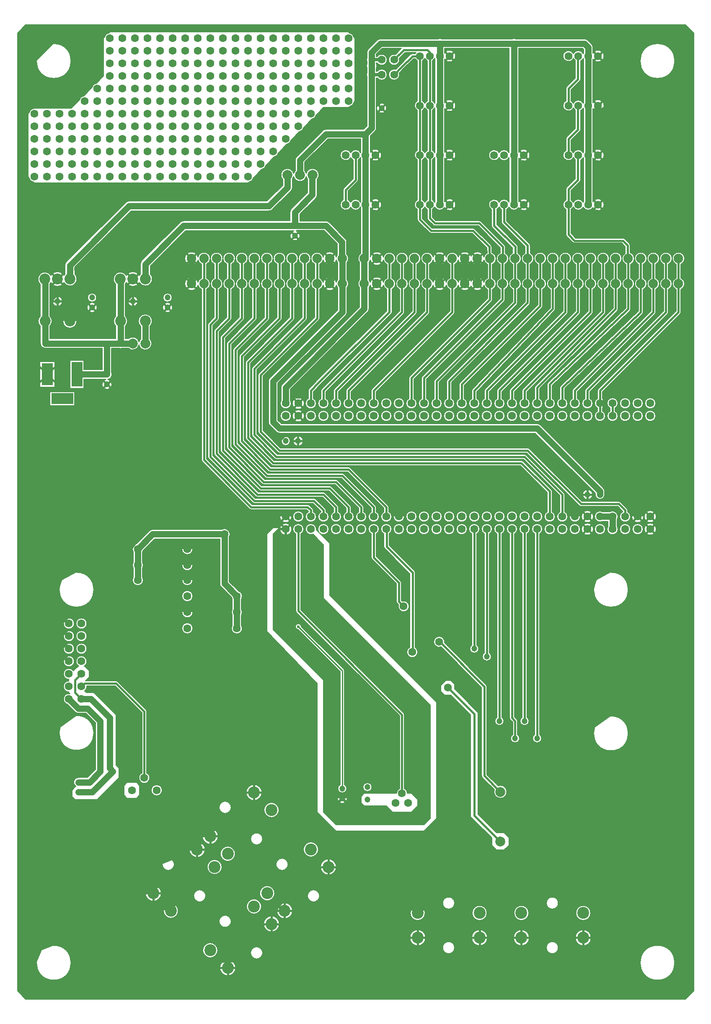
<source format=gbr>
%FSLAX33Y33*%
%MOMM*%
G04 EasyPC Gerber Version 17.0 Build 3379 *
%ADD107R,2.20000X4.40000*%
%ADD109R,2.20000X5.00000*%
%ADD88C,0.20000*%
%ADD113C,0.25000*%
%ADD103C,0.40000*%
%ADD89C,0.50000*%
%ADD73C,0.60000*%
%ADD115C,0.70000*%
%ADD106C,1.20000*%
%ADD112C,1.30000*%
%ADD26C,1.60000*%
%ADD28C,1.90000*%
%ADD27C,2.00000*%
%ADD111C,2.20000*%
%ADD104C,2.40000*%
%ADD110R,4.40000X2.20000*%
X0Y0D02*
D02*
D26*
X7180Y169740D03*
Y172280D03*
Y174820D03*
Y177360D03*
Y179900D03*
Y182440D03*
X9720Y169740D03*
Y172280D03*
Y174820D03*
Y177360D03*
Y179900D03*
Y182440D03*
X12260Y169740D03*
Y172280D03*
Y174820D03*
Y177360D03*
Y179900D03*
Y182440D03*
X14165Y64330D03*
Y66870D03*
Y69410D03*
Y71950D03*
Y74490D03*
Y77030D03*
Y79570D03*
X14800Y169740D03*
Y172280D03*
Y174820D03*
Y177360D03*
Y179900D03*
Y182440D03*
X16705Y64330D03*
Y66870D03*
Y69410D03*
Y71950D03*
Y74490D03*
Y77030D03*
Y79570D03*
X17340Y169740D03*
Y172280D03*
Y174820D03*
Y177360D03*
Y179900D03*
Y182440D03*
Y184980D03*
X19880Y169740D03*
Y172280D03*
Y174820D03*
Y177360D03*
Y179900D03*
Y182440D03*
Y184980D03*
Y187520D03*
X22420Y169740D03*
Y172280D03*
Y174820D03*
Y177360D03*
Y179900D03*
Y182440D03*
Y184980D03*
Y187520D03*
Y190060D03*
Y192600D03*
Y195140D03*
Y197680D03*
X24960Y169740D03*
Y172280D03*
Y174820D03*
Y177360D03*
Y179900D03*
Y182440D03*
Y184980D03*
Y187520D03*
Y190060D03*
Y192600D03*
Y195140D03*
Y197680D03*
X26905Y45915D03*
X27500Y169740D03*
Y172280D03*
Y174820D03*
Y177360D03*
Y179900D03*
Y182440D03*
Y184980D03*
Y187520D03*
Y190060D03*
Y192600D03*
Y195140D03*
Y197680D03*
X28100Y88350D03*
Y91350D03*
Y94600D03*
X29405Y48415D03*
X30040Y169740D03*
Y172280D03*
Y174820D03*
Y177360D03*
Y179900D03*
Y182440D03*
Y184980D03*
Y187520D03*
Y190060D03*
Y192600D03*
Y195140D03*
Y197680D03*
X31905Y45915D03*
X32580Y169740D03*
Y172280D03*
Y174820D03*
Y177360D03*
Y179900D03*
Y182440D03*
Y184980D03*
Y187520D03*
Y190060D03*
Y192600D03*
Y195140D03*
Y197680D03*
X35120Y169740D03*
Y172280D03*
Y174820D03*
Y177360D03*
Y179900D03*
Y182440D03*
Y184980D03*
Y187520D03*
Y190060D03*
Y192600D03*
Y195140D03*
Y197680D03*
X37660Y169740D03*
Y172280D03*
Y174820D03*
Y177360D03*
Y179900D03*
Y182440D03*
Y184980D03*
Y187520D03*
Y190060D03*
Y192600D03*
Y195140D03*
Y197680D03*
X38100Y78600D03*
Y81850D03*
Y85100D03*
Y88350D03*
Y91350D03*
Y94600D03*
X40200Y169740D03*
Y172280D03*
Y174820D03*
Y177360D03*
Y179900D03*
Y182440D03*
Y184980D03*
Y187520D03*
Y190060D03*
Y192600D03*
Y195140D03*
Y197680D03*
X42740Y169740D03*
Y172280D03*
Y174820D03*
Y177360D03*
Y179900D03*
Y182440D03*
Y184980D03*
Y187520D03*
Y190060D03*
Y192600D03*
Y195140D03*
Y197680D03*
X45280Y169740D03*
Y172280D03*
Y174820D03*
Y177360D03*
Y179900D03*
Y182440D03*
Y184980D03*
Y187520D03*
Y190060D03*
Y192600D03*
Y195140D03*
Y197680D03*
X45600Y97600D03*
X47820Y169740D03*
Y172280D03*
Y174820D03*
Y177360D03*
Y179900D03*
Y182440D03*
Y184980D03*
Y187520D03*
Y190060D03*
Y192600D03*
Y195140D03*
Y197680D03*
X48100Y78600D03*
Y81850D03*
Y85100D03*
X50360Y169740D03*
Y172280D03*
Y174820D03*
Y177360D03*
Y179900D03*
Y182440D03*
Y184980D03*
Y187520D03*
Y190060D03*
Y192600D03*
Y195140D03*
Y197680D03*
X52900Y172280D03*
Y174820D03*
Y177360D03*
Y179900D03*
Y182440D03*
Y184980D03*
Y187520D03*
Y190060D03*
Y192600D03*
Y195140D03*
Y197680D03*
X55440Y174820D03*
Y177360D03*
Y179900D03*
Y182440D03*
Y184980D03*
Y187520D03*
Y190060D03*
Y192600D03*
Y195140D03*
Y197680D03*
X57980Y98620D03*
Y101160D03*
Y121480D03*
Y124020D03*
Y177360D03*
Y179900D03*
Y182440D03*
Y184980D03*
Y187520D03*
Y190060D03*
Y192600D03*
Y195140D03*
Y197680D03*
X60520Y98620D03*
Y101160D03*
Y121480D03*
Y124020D03*
Y179900D03*
Y182440D03*
Y184980D03*
Y187520D03*
Y190060D03*
Y192600D03*
Y195140D03*
Y197680D03*
X63060Y98620D03*
Y101160D03*
Y121480D03*
Y124020D03*
Y182440D03*
Y184980D03*
Y187520D03*
Y190060D03*
Y192600D03*
Y195140D03*
Y197680D03*
X65600Y98620D03*
Y101160D03*
Y121480D03*
Y124020D03*
Y184980D03*
Y187520D03*
Y190060D03*
Y192600D03*
Y195140D03*
Y197680D03*
X68140Y98620D03*
Y101160D03*
Y121480D03*
Y124020D03*
Y184980D03*
Y187520D03*
Y190060D03*
Y192600D03*
Y195140D03*
Y197680D03*
X70100Y164100D03*
Y174100D03*
X70680Y98620D03*
Y101160D03*
Y121480D03*
Y124020D03*
Y184980D03*
Y187520D03*
Y190060D03*
Y192600D03*
Y195140D03*
Y197680D03*
X72100Y164100D03*
Y174100D03*
X73220Y98620D03*
Y101160D03*
Y121480D03*
Y124020D03*
X74100Y164100D03*
Y174100D03*
X75760Y98620D03*
Y101160D03*
Y121480D03*
Y124020D03*
X76100Y164100D03*
Y174100D03*
X77350Y190350D03*
Y193350D03*
X78300Y98620D03*
Y101160D03*
Y121480D03*
Y124020D03*
X79890Y190350D03*
Y193350D03*
X80205Y43375D03*
X80840Y98620D03*
Y101160D03*
Y121480D03*
Y124020D03*
X81475Y45280D03*
X81804Y83054D03*
X82745Y43375D03*
X83380Y98620D03*
Y101160D03*
Y121480D03*
Y124020D03*
X83554Y73804D03*
X85100Y164100D03*
Y174100D03*
Y184100D03*
Y194100D03*
X85920Y98620D03*
Y101160D03*
Y121480D03*
Y124020D03*
X87100Y164100D03*
Y174100D03*
Y184100D03*
Y194100D03*
X88460Y98620D03*
Y101160D03*
Y121480D03*
Y124020D03*
X88988Y75870D03*
X89100Y164100D03*
Y174100D03*
Y184100D03*
Y194100D03*
X90738Y66620D03*
X91000Y98620D03*
Y101160D03*
Y121480D03*
Y124020D03*
X91100Y164100D03*
Y174100D03*
Y184100D03*
Y194100D03*
X93540Y98620D03*
Y101160D03*
Y121480D03*
Y124020D03*
X96080Y98620D03*
Y101160D03*
Y121480D03*
Y124020D03*
X98620Y98620D03*
Y101160D03*
Y121480D03*
Y124020D03*
X100100Y164100D03*
Y174100D03*
X101160Y98620D03*
Y101160D03*
Y121480D03*
Y124020D03*
X102100Y164100D03*
Y174100D03*
X103700Y98620D03*
Y101160D03*
Y121480D03*
Y124020D03*
X104100Y164100D03*
Y174100D03*
X106100Y164100D03*
Y174100D03*
X106240Y98620D03*
Y101160D03*
Y121480D03*
Y124020D03*
X108780Y98620D03*
Y101160D03*
Y121480D03*
Y124020D03*
X111320Y98620D03*
Y101160D03*
Y121480D03*
Y124020D03*
X113860Y98620D03*
Y101160D03*
Y121480D03*
Y124020D03*
X115100Y164100D03*
Y174100D03*
Y184100D03*
Y194100D03*
X116400Y98620D03*
Y101160D03*
Y121480D03*
Y124020D03*
X117100Y164100D03*
Y174100D03*
Y184100D03*
Y194100D03*
X118940Y98620D03*
Y101160D03*
Y121480D03*
Y124020D03*
X119100Y164100D03*
Y174100D03*
Y184100D03*
Y194100D03*
X121100Y164100D03*
Y174100D03*
Y184100D03*
Y194100D03*
X121480Y98620D03*
Y101160D03*
Y121480D03*
Y124020D03*
X124020Y98620D03*
Y101160D03*
Y121480D03*
Y124020D03*
X126560Y98620D03*
Y101160D03*
Y121480D03*
Y124020D03*
X129100Y98620D03*
Y101160D03*
Y121480D03*
Y124020D03*
X131640Y98620D03*
Y101160D03*
Y121480D03*
Y124020D03*
D02*
D27*
X5275Y167200D03*
X5910Y5910D03*
X6600Y197600D03*
X7860Y87220D03*
X8600Y67600D03*
X9600Y51100D03*
X10350Y106600D03*
X10673Y25913D03*
X17350Y119600D03*
X17975Y189425D03*
X24350Y97350D03*
X27060Y136100D03*
X27100Y161350D03*
X27600Y55350D03*
X29405Y12895D03*
X29600Y136100D03*
X33100Y132850D03*
X33215Y66235D03*
X33850Y57663D03*
X34485Y41470D03*
X35120Y106875D03*
X38350Y119600D03*
X41470Y75760D03*
X46260Y58420D03*
X47185Y67505D03*
X48455Y102430D03*
X49350Y166350D03*
X55440Y66870D03*
X58310Y170100D03*
X59060Y52660D03*
X60850Y170100D03*
X63390D03*
X65100Y157600D03*
X66350Y181100D03*
X68140Y134180D03*
X68775Y13530D03*
X71850Y144600D03*
X71950Y116400D03*
X73855Y198315D03*
X75850Y85600D03*
X77665Y27818D03*
X78850Y75600D03*
X79570Y108780D03*
X81850Y160100D03*
X82600Y190100D03*
X85850Y29600D03*
X88350Y136600D03*
X90365Y116400D03*
X90850Y198850D03*
X92100Y52850D03*
X92350Y80850D03*
X92600Y169600D03*
X95100Y66600D03*
X100600Y192350D03*
X101350Y29850D03*
Y35600D03*
Y45600D03*
X103700Y107510D03*
X105100Y44100D03*
X106240Y116400D03*
X107100Y199100D03*
X109600Y168350D03*
X110100Y184100D03*
X112590Y85285D03*
X114100Y156600D03*
X114177Y61155D03*
X114495Y117670D03*
X115448Y30358D03*
X116400Y46233D03*
X122100Y198850D03*
X125600Y112350D03*
X126521Y70024D03*
X128783Y32263D03*
X131350Y173850D03*
X132275Y46550D03*
X133545Y84333D03*
Y129100D03*
X134180Y157040D03*
X134498Y59885D03*
X137355Y99573D03*
X137673Y5910D03*
X137990Y25278D03*
Y115765D03*
Y136720D03*
X138100Y182100D03*
Y198600D03*
D02*
D28*
X38930Y148150D03*
Y153230D03*
X41470Y148150D03*
Y153230D03*
X44010Y148150D03*
Y153230D03*
X46550Y148150D03*
Y153230D03*
X49090Y148150D03*
Y153230D03*
X51630Y148150D03*
Y153230D03*
X54170Y148150D03*
Y153230D03*
X56710Y148150D03*
Y153230D03*
X59250Y148150D03*
Y153230D03*
X61790Y148150D03*
Y153230D03*
X64330Y148150D03*
Y153230D03*
X66870Y148150D03*
Y153230D03*
X69410Y148150D03*
Y153230D03*
X73855Y148150D03*
Y153230D03*
X76395Y148150D03*
Y153230D03*
X78935Y148150D03*
Y153230D03*
X81475Y148150D03*
Y153230D03*
X84015Y148150D03*
Y153230D03*
X86555Y148150D03*
Y153230D03*
X89095Y148150D03*
Y153230D03*
X91635Y148150D03*
Y153230D03*
X94175Y148150D03*
Y153230D03*
X96715Y148150D03*
Y153230D03*
X99255Y148150D03*
Y153230D03*
X101795Y148150D03*
Y153230D03*
X104335Y148150D03*
Y153230D03*
X106875Y148150D03*
Y153230D03*
X109415Y148150D03*
Y153230D03*
X111955Y148150D03*
Y153230D03*
X114495Y148150D03*
Y153230D03*
X117035Y148150D03*
Y153230D03*
X119575Y148150D03*
Y153230D03*
X122115Y148150D03*
Y153230D03*
X124655Y148150D03*
Y153230D03*
X127195Y148150D03*
Y153230D03*
X129735Y148150D03*
Y153230D03*
X132275Y148150D03*
Y153230D03*
X134815Y148150D03*
Y153230D03*
X137355Y148150D03*
Y153230D03*
D02*
D73*
X17970Y66374D03*
X18287Y76530D03*
X18293Y71950D03*
Y74490D03*
Y78300D03*
X18927Y69410D03*
X31310Y199585D03*
X45350Y162100D03*
X45600Y156100D03*
X49090Y199585D03*
X50850Y156100D03*
X57100Y161850D03*
X59850Y165350D03*
X60520Y78935D03*
X65100Y173850D03*
X67100Y163100D03*
X69410Y120210D03*
X70850Y171350D03*
X71100Y161100D03*
Y165100D03*
X72850Y157350D03*
Y172850D03*
X79570Y97350D03*
Y120210D03*
X79850Y195100D03*
X82110Y97350D03*
X82600Y194350D03*
X84650Y97350D03*
X86100Y163100D03*
Y165100D03*
Y173100D03*
Y175100D03*
Y183100D03*
Y185100D03*
Y193100D03*
X87190Y97350D03*
X87850Y165350D03*
Y172850D03*
Y175350D03*
Y182850D03*
Y185350D03*
Y192850D03*
X89730Y97350D03*
X92270D03*
X94810D03*
X97350Y120210D03*
X100100Y156100D03*
X102850Y155850D03*
X105350Y156100D03*
X116100Y175100D03*
Y185100D03*
X116350Y165350D03*
X117850Y172850D03*
Y182850D03*
Y192850D03*
D02*
D88*
X3763Y5437D02*
X5437Y3763D01*
X138779*
X140437Y5422*
Y198764*
X138764Y200437*
X5437*
X3763Y198764*
Y5437*
X6096Y169554D02*
X5910Y169740D01*
Y182440*
X6096Y182626*
G75*
G02X6994Y183524I1084J-186*
G01*
X7000Y183530*
X7032*
G75*
G02X7328I148J-1090*
G01*
X9572*
G75*
G02X9868I148J-1090*
G01*
X12112*
G75*
G02X12408I148J-1090*
G01*
X14620*
X16256Y185166*
G75*
G02X17154Y186064I1084J-186*
G01*
X18796Y187706*
G75*
G02X19694Y188604I1084J-186*
G01*
X21150Y190060*
Y197680*
X21336Y197866*
G75*
G02X22234Y198764I1084J-186*
G01*
X22420Y198950*
X70680*
X70866Y198764*
G75*
G02X71764Y197866I-186J-1084*
G01*
X71950Y197680*
Y184980*
X71764Y184794*
G75*
G02X70866Y183896I-1084J186*
G01*
X70680Y183710*
X65600*
X64144Y182254*
G75*
G02X63246Y181356I-1084J186*
G01*
X61604Y179714*
G75*
G02X60706Y178816I-1084J186*
G01*
X59064Y177174*
G75*
G02X58166Y176276I-1084J186*
G01*
X56524Y174634*
G75*
G02X55626Y173736I-1084J186*
G01*
X53984Y172094*
G75*
G02X53086Y171196I-1084J186*
G01*
X51444Y169554*
G75*
G02X50546Y168656I-1084J186*
G01*
X50360Y168470*
X7180*
X6994Y168656*
G75*
G02X6096Y169554I186J1084*
G01*
X8300Y127250D02*
Y132450D01*
X11300*
Y127250*
X8300*
X8329Y148101D02*
G75*
G02X9310Y150500I981J999D01*
G01*
G75*
G02X10523Y149799J-1400*
G01*
G75*
G02X13177I1327J-699*
G01*
G75*
G02X13386Y150075I1213J-699*
G01*
X13360Y151836*
G75*
G02X13650Y152550I990J14*
G01*
X25650Y164550*
G75*
G02X26350Y164840I700J-700*
G01*
X54190*
X57360Y168010*
Y169213*
G75*
G02X57010Y170100I950J887*
G01*
G75*
G02X59580Y170378I1300*
G01*
G75*
G02X59900Y170987I1270J-278*
G01*
Y173100*
G75*
G02X60178Y173772I950J0*
G01*
X65428Y179022*
G75*
G02X66100Y179300I672J-672*
G01*
X73697*
G75*
G02X73713Y179307I402J-947*
G01*
X74400Y179994*
Y189947*
G75*
G02Y190753I950J403*
G01*
Y191697*
G75*
G02Y192503I950J403*
G01*
Y192947*
G75*
G02Y193753I950J403*
G01*
Y194850*
G75*
G02X74678Y195522I950J0*
G01*
X76428Y197272*
G75*
G02X77100Y197550I672J-672*
G01*
X88697*
G75*
G02X89503I403J-950*
G01*
X103697*
G75*
G02X104503I403J-950*
G01*
X118350*
G75*
G02X119022Y197272I0J-950*
G01*
X119772Y196522*
G75*
G02X120050Y195850I-672J-672*
G01*
Y194681*
G75*
G02X122300Y194100I1050J-581*
G01*
G75*
G02X120050Y193519I-1200*
G01*
Y184681*
G75*
G02X122300Y184100I1050J-581*
G01*
G75*
G02X120050Y183519I-1200*
G01*
Y174681*
G75*
G02X122300Y174100I1050J-581*
G01*
G75*
G02X120050Y173519I-1200*
G01*
Y164681*
G75*
G02X122300Y164100I1050J-581*
G01*
G75*
G02X120043Y163533I-1200*
G01*
G75*
G02X118100Y163642I-943J567*
G01*
G75*
G02X116100I-1000J458*
G01*
G75*
G02X115600Y163120I-1000J458*
G01*
Y158307*
X116557Y157350*
X126100*
G75*
G02X126454Y157204I0J-500*
G01*
X127454Y156204*
G75*
G02X127600Y155850I-354J-353*
G01*
Y154413*
G75*
G02X127695Y152084I-405J-1183*
G01*
Y149296*
G75*
G02Y147004I-500J-1146*
G01*
Y143070*
G75*
G02X127541Y142709I-500*
G01*
X111820Y127617*
Y125000*
G75*
G02X112420Y124020I-500J-980*
G01*
G75*
G02X110220I-1100*
G01*
G75*
G02X110820Y125000I1100*
G01*
Y127830*
G75*
G02X110974Y128191I500*
G01*
X126695Y143283*
Y147004*
G75*
G02Y149296I500J1146*
G01*
Y152084*
G75*
G02X126600Y154329I500J1146*
G01*
Y155643*
X125893Y156350*
X116350*
G75*
G02X115996Y156496I0J500*
G01*
X114746Y157746*
G75*
G02X114600Y158100I354J353*
G01*
Y163120*
G75*
G02X114590Y165075I500J980*
G01*
Y167200*
G75*
G02X114748Y167582I540J0*
G01*
X116495Y169329*
Y173181*
G75*
G02X116100Y173642I605J919*
G01*
G75*
G02X114000Y174100I-1000J458*
G01*
G75*
G02X114590Y175075I1100*
G01*
Y177360*
G75*
G02X114748Y177742I540J0*
G01*
X116495Y179489*
Y183181*
G75*
G02X116100Y183642I605J919*
G01*
G75*
G02X114000Y184100I-1000J458*
G01*
G75*
G02X114590Y185075I1100*
G01*
Y187520*
G75*
G02X114748Y187902I540J0*
G01*
X116495Y189649*
Y193181*
G75*
G02X116100Y193642I605J919*
G01*
G75*
G02X114000Y194100I-1000J458*
G01*
G75*
G02X116100Y194558I1100*
G01*
G75*
G02X118100I1000J-458*
G01*
G75*
G02X118150Y194655I999J-458*
G01*
Y195457*
X117957Y195650*
X105050*
Y174681*
G75*
G02X107300Y174100I1050J-581*
G01*
G75*
G02X105050Y173519I-1200*
G01*
Y164681*
G75*
G02X107300Y164100I1050J-581*
G01*
G75*
G02X105043Y163533I-1200*
G01*
G75*
G02X103100Y163642I-943J567*
G01*
G75*
G02X102640Y163142I-1000J458*
G01*
Y160825*
X107256Y156233*
G75*
G02X107415Y155850I-381J-383*
G01*
Y154357*
G75*
G02X107375Y152084I-540J-1127*
G01*
Y149296*
G75*
G02Y147004I-500J-1146*
G01*
Y144340*
G75*
G02X107229Y143986I-500J0*
G01*
X91500Y128258*
Y125000*
G75*
G02X92100Y124020I-500J-980*
G01*
G75*
G02X89900I-1100*
G01*
G75*
G02X90500Y125000I1100*
G01*
Y128465*
G75*
G02X90646Y128819I500J0*
G01*
X106375Y144547*
Y147004*
G75*
G02Y149296I500J1146*
G01*
Y152084*
G75*
G02X106335Y154357I500J1146*
G01*
Y155626*
X101719Y160217*
G75*
G02X101560Y160600I381J383*
G01*
Y163142*
G75*
G02X101100Y163642I540J958*
G01*
G75*
G02X100640Y163142I-1000J458*
G01*
Y160074*
X104732Y155982*
G75*
G02X104890Y155600I-382J-382*
G01*
Y154350*
G75*
G02X104835Y152084I-555J-1120*
G01*
Y149296*
G75*
G02Y147004I-500J-1146*
G01*
Y144340*
G75*
G02X104689Y143986I-500J0*
G01*
X88960Y128258*
Y125000*
G75*
G02X89560Y124020I-500J-980*
G01*
G75*
G02X87360I-1100*
G01*
G75*
G02X87960Y125000I1100*
G01*
Y128465*
G75*
G02X88106Y128819I500J0*
G01*
X103835Y144547*
Y147004*
G75*
G02Y149296I500J1146*
G01*
Y152084*
G75*
G02X103810Y154364I500J1146*
G01*
Y155376*
X99718Y159468*
G75*
G02X99560Y159850I382J382*
G01*
Y163142*
G75*
G02X99000Y164100I540J958*
G01*
G75*
G02X101100Y164558I1100*
G01*
G75*
G02X103100I1000J-458*
G01*
G75*
G02X103150Y164655I999J-458*
G01*
Y173546*
G75*
G02X103100Y173642I949J555*
G01*
G75*
G02X101100I-1000J458*
G01*
G75*
G02X99000Y174100I-1000J458*
G01*
G75*
G02X101100Y174558I1100*
G01*
G75*
G02X103100I1000J-458*
G01*
G75*
G02X103150Y174655I999J-458*
G01*
Y195650*
X90050*
Y194681*
G75*
G02X92300Y194100I1050J-581*
G01*
G75*
G02X90050Y193519I-1200*
G01*
Y184681*
G75*
G02X92300Y184100I1050J-581*
G01*
G75*
G02X90050Y183519I-1200*
G01*
Y174681*
G75*
G02X92300Y174100I1050J-581*
G01*
G75*
G02X90050Y173519I-1200*
G01*
Y164681*
G75*
G02X92300Y164100I1050J-581*
G01*
G75*
G02X90043Y163533I-1200*
G01*
G75*
G02X88100Y163642I-943J567*
G01*
G75*
G02X87600Y163120I-1000J458*
G01*
Y161557*
X88307Y160850*
X97100*
G75*
G02X97454Y160704I0J-500*
G01*
X102204Y155954*
G75*
G02X102350Y155600I-354J-353*
G01*
Y154350*
G75*
G02X102295Y152084I-555J-1120*
G01*
Y149296*
G75*
G02Y147004I-500J-1146*
G01*
Y144975*
G75*
G02X102149Y144621I-500J0*
G01*
X86420Y128893*
Y125000*
G75*
G02X87020Y124020I-500J-980*
G01*
G75*
G02X84820I-1100*
G01*
G75*
G02X85420Y125000I1100*
G01*
Y129100*
G75*
G02X85566Y129454I500J0*
G01*
X101295Y145182*
Y147004*
G75*
G02Y149296I500J1146*
G01*
Y152084*
G75*
G02X101350Y154398I500J1146*
G01*
Y155393*
X96893Y159850*
X88100*
G75*
G02X87746Y159996I0J500*
G01*
X86746Y160996*
G75*
G02X86600Y161350I354J353*
G01*
Y163120*
G75*
G02X86100Y163642I500J980*
G01*
G75*
G02X85600Y163120I-1000J458*
G01*
Y161307*
X87557Y159350*
X95850*
G75*
G02X96204Y159204I0J-500*
G01*
X99454Y155954*
G75*
G02X99599Y155633I-354J-353*
G01*
X99679Y154406*
G75*
G02X99755Y152084I-424J-1176*
G01*
Y149296*
G75*
G02Y147004I-500J-1146*
G01*
Y144975*
G75*
G02X99609Y144621I-500J0*
G01*
X83880Y128893*
Y125000*
G75*
G02X84480Y124020I-500J-980*
G01*
G75*
G02X82280I-1100*
G01*
G75*
G02X82880Y125000I1100*
G01*
Y129100*
G75*
G02X83026Y129454I500J0*
G01*
X98755Y145182*
Y147004*
G75*
G02X98036Y147873I500J1146*
G01*
G75*
G02X95445Y147692I-1321J278*
G01*
G75*
G02X92854Y147873I-1270J458*
G01*
G75*
G02X92135Y147004I-1219J278*
G01*
Y142435*
G75*
G02X91989Y142081I-500J0*
G01*
X76260Y126353*
Y125000*
G75*
G02X76860Y124020I-500J-980*
G01*
G75*
G02X74660I-1100*
G01*
G75*
G02X75260Y125000I1100*
G01*
Y126560*
G75*
G02X75406Y126914I500J0*
G01*
X91135Y142642*
Y147004*
G75*
G02X90416Y147873I500J1146*
G01*
G75*
G02X87774I-1321J278*
G01*
G75*
G02X87055Y147004I-1219J278*
G01*
Y142435*
G75*
G02X86909Y142081I-500J0*
G01*
X71180Y126353*
Y125000*
G75*
G02X71780Y124020I-500J-980*
G01*
G75*
G02X69580I-1100*
G01*
G75*
G02X70180Y125000I1100*
G01*
Y126560*
G75*
G02X70326Y126914I500J0*
G01*
X86055Y142642*
Y147004*
G75*
G02Y149296I500J1146*
G01*
Y152084*
G75*
G02X85305Y153230I500J1146*
G01*
G75*
G02X87774Y153507I1250*
G01*
G75*
G02X90416I1321J-278*
G01*
G75*
G02X92854I1219J-278*
G01*
G75*
G02X95445Y153688I1321J-278*
G01*
G75*
G02X98036Y153507I1270J-458*
G01*
G75*
G02X98681Y154341I1219J-277*
G01*
X98613Y155380*
X95643Y158350*
X87350*
G75*
G02X86996Y158496I0J500*
G01*
X84746Y160746*
G75*
G02X84600Y161100I354J353*
G01*
Y163120*
G75*
G02Y165080I500J980*
G01*
Y173120*
G75*
G02Y175080I500J980*
G01*
Y183120*
G75*
G02Y185080I500J980*
G01*
Y193120*
G75*
G02X84120Y193600I500J980*
G01*
X83807*
X81706Y191499*
X80932Y190703*
G75*
G02X79890Y189250I-1042J-353*
G01*
G75*
G02Y191450J1100*
G01*
G75*
G02X80215Y191401I0J-1100*
G01*
X80992Y192199*
G75*
G02X80996Y192204I365J-346*
G01*
X83246Y194454*
G75*
G02X83600Y194600I353J-354*
G01*
X84120*
G75*
G02X84295Y194850I980J-500*
G01*
X83398*
G75*
G02X82883Y194810I-298J500*
G01*
X82074*
X80940Y193677*
G75*
G02X79890Y192250I-1050J-327*
G01*
G75*
G02Y194450J1100*
G01*
G75*
G02X80154Y194418I0J-1100*
G01*
X81386Y195650*
X77494*
X76300Y194457*
Y194000*
X76463*
G75*
G02X77350Y194450I887J-650*
G01*
G75*
G02Y192250J-1100*
G01*
G75*
G02X76463Y192700J1100*
G01*
X76300*
Y192503*
G75*
G02Y191697I-950J-403*
G01*
Y191000*
X76463*
G75*
G02X77350Y191450I887J-650*
G01*
G75*
G02Y189250J-1100*
G01*
G75*
G02X76463Y189700J1100*
G01*
X76300*
Y179600*
G75*
G02X76022Y178928I-950J0*
G01*
X75057Y177963*
G75*
G02X75050Y177947I-954J386*
G01*
Y174681*
G75*
G02X77300Y174100I1050J-581*
G01*
G75*
G02X75050Y173519I-1200*
G01*
Y164681*
G75*
G02X77300Y164100I1050J-581*
G01*
G75*
G02X75050Y163519I-1200*
G01*
Y153600*
G75*
G02Y153597I-960J-2*
G01*
G75*
G02X75074Y153507I-1194J-366*
G01*
G75*
G02X77716I1321J-278*
G01*
G75*
G02X80185Y153230I1219J-278*
G01*
G75*
G02X79435Y152084I-1250*
G01*
Y149296*
G75*
G02X79475Y147023I-500J-1146*
G01*
Y142435*
G75*
G02X79316Y142052I-540J0*
G01*
X64929Y127740*
X63600Y126344*
Y124978*
G75*
G02X64160Y124020I-540J-958*
G01*
G75*
G02X61960I-1100*
G01*
G75*
G02X62520Y124978I1100*
G01*
Y126560*
G75*
G02X62669Y126932I540J0*
G01*
X64151Y128490*
G75*
G02X64162Y128500I390J-372*
G01*
X78395Y142660*
Y147023*
G75*
G02X77716Y147873I540J1127*
G01*
G75*
G02X75074I-1321J278*
G01*
G75*
G02X74805Y147338I-1219J277*
G01*
Y143070*
G75*
G02X74527Y142398I-950J0*
G01*
X58930Y126802*
Y124574*
G75*
G02X59080Y124020I-950J-555*
G01*
G75*
G02X56880I-1100*
G01*
G75*
G02X57030Y124574I1100*
G01*
Y127195*
G75*
G02X57308Y127867I950J0*
G01*
X72905Y143464*
Y147338*
G75*
G02Y148962I950J812*
G01*
Y152418*
G75*
G02X73150Y154262I950J812*
G01*
Y163546*
G75*
G02X73100Y163642I949J555*
G01*
G75*
G02X71100I-1000J458*
G01*
G75*
G02X69000Y164100I-1000J458*
G01*
G75*
G02X69600Y165080I1100*
G01*
Y167100*
G75*
G02X69746Y167454I500J0*
G01*
X71600Y169307*
Y173120*
G75*
G02X71100Y173642I500J980*
G01*
G75*
G02X69000Y174100I-1000J458*
G01*
G75*
G02X71100Y174558I1100*
G01*
G75*
G02X73100I1000J-458*
G01*
G75*
G02X73150Y174655I999J-458*
G01*
Y177400*
X66494*
X61800Y172707*
Y170987*
G75*
G02X62120Y170378I-950J-887*
G01*
G75*
G02X64690Y170100I1270J-278*
G01*
G75*
G02X64340Y169213I-1300*
G01*
Y166100*
G75*
G02X64050Y165400I-990J0*
G01*
X60840Y162190*
Y160800*
X66100*
G75*
G02X66772Y160522I0J-950*
G01*
X70022Y157272*
G75*
G02X70300Y156600I-672J-672*
G01*
Y154108*
G75*
G02X70360Y152418I-890J-878*
G01*
Y148962*
G75*
G02Y147338I-950J-812*
G01*
Y142435*
G75*
G02X70082Y141763I-950J0*
G01*
X56390Y128072*
Y120603*
X57103Y119890*
X108780*
G75*
G02X109452Y119612I0J-950*
G01*
X122152Y106912*
G75*
G02X122430Y106240I-672J-672*
G01*
Y105624*
G75*
G02X121480Y104655I-950J-20*
G01*
G75*
G02X120530Y105624J950*
G01*
Y105847*
X108387Y117990*
X56710*
G75*
G02X56038Y118268I0J950*
G01*
X54768Y119538*
G75*
G02X54490Y120210I672J672*
G01*
Y128465*
G75*
G02X54768Y129137I950J0*
G01*
X68460Y142829*
Y147338*
G75*
G02X68191Y147873I950J812*
G01*
G75*
G02X65549I-1321J278*
G01*
G75*
G02X64830Y147004I-1219J278*
G01*
Y141165*
G75*
G02X64684Y140811I-500J0*
G01*
X53400Y129528*
Y118512*
X56917Y114995*
X106875*
G75*
G02X107229Y114849I0J-500*
G01*
X117877Y104200*
X125290*
G75*
G02X125644Y104054I0J-500*
G01*
X126914Y102784*
G75*
G02X127060Y102430I-354J-353*
G01*
Y102140*
G75*
G02X127660Y101160I-500J-980*
G01*
G75*
G02X125460I-1100*
G01*
G75*
G02X126060Y102140I1100*
G01*
Y102223*
X125083Y103200*
X117670*
G75*
G02X117316Y103346I0J500*
G01*
X106668Y113995*
X56710*
G75*
G02X56356Y114141I0J500*
G01*
X52546Y117951*
G75*
G02X52400Y118305I354J353*
G01*
Y129735*
G75*
G02X52546Y130089I500J0*
G01*
X63830Y141372*
Y147004*
G75*
G02Y149296I500J1146*
G01*
Y152084*
G75*
G02X63080Y153230I500J1146*
G01*
G75*
G02X65549Y153507I1250*
G01*
G75*
G02X68191I1321J-278*
G01*
G75*
G02X68400Y153967I1219J-277*
G01*
Y156207*
X65707Y158900*
X60253*
G75*
G02X60030Y158834I-403J950*
G01*
G75*
G02X60850Y157850I-180J-984*
G01*
G75*
G02X58850I-1000*
G01*
G75*
G02X59670Y158834I1000*
G01*
G75*
G02X59559Y158860I180J1016*
G01*
X37760*
X30596Y151695*
X30617Y150103*
G75*
G02X29640Y147700I-977J-1003*
G01*
G75*
G02X28427Y148401J1400*
G01*
G75*
G02X25773I-1327J699*
G01*
G75*
G02X25590Y148152I-1213J699*
G01*
Y144891*
G75*
G02X25550Y144197I-990J-291*
G01*
Y141628*
G75*
G02Y139572I-950J-1028*
G01*
Y137050*
X26173*
G75*
G02X28330Y136378I887J-950*
G01*
G75*
G02X28650Y136987I1270J-278*
G01*
Y139572*
G75*
G02X28200Y140600I950J1028*
G01*
G75*
G02X31000I1400*
G01*
G75*
G02X30550Y139572I-1400*
G01*
Y136987*
G75*
G02X30900Y136100I-950J-887*
G01*
G75*
G02X28330Y135822I-1300*
G01*
G75*
G02X26173Y135150I-1270J278*
G01*
X25003*
G75*
G02X24197I-403J950*
G01*
X22800*
Y130253*
G75*
G02X22030Y128834I-950J-403*
G01*
G75*
G02X22850Y127850I-180J-984*
G01*
G75*
G02X20850I-1000*
G01*
G75*
G02X21670Y128834I1000*
G01*
G75*
G02X21447Y128900I180J1016*
G01*
X17200*
Y127050*
X14400*
Y132650*
X17200*
Y130800*
X20900*
Y135150*
X9350*
G75*
G02X8400Y136100J950*
G01*
Y139572*
G75*
G02Y141628I950J1028*
G01*
Y144197*
G75*
G02X8358Y144883I950J403*
G01*
X8329Y148101*
X11100Y14600D02*
G75*
G02Y7600J-3500D01*
G01*
G75*
G02Y14600J3500*
G01*
Y196600D02*
G75*
G02Y189600J-3500D01*
G01*
G75*
G02Y196600J3500*
G01*
X13885Y63266D02*
G75*
G02X14351Y65414I280J1064D01*
G01*
X14165Y65600*
Y65770*
G75*
G02Y67970J1100*
G01*
Y68310*
G75*
G02Y70510J1100*
G01*
G75*
G02X15085Y70013J-1100*
G01*
X16070Y70998*
X16155*
G75*
G02X16705Y73050I550J953*
G01*
G75*
G02X17255Y70998J-1100*
G01*
X17340*
X18293Y70045*
Y68775*
X17523Y68005*
X23690*
G75*
G02X24044Y67859I0J-500*
G01*
X29759Y62144*
G75*
G02X29905Y61790I-354J-353*
G01*
Y49395*
G75*
G02X29405Y47315I-500J-980*
G01*
G75*
G02X28905Y49395J1100*
G01*
Y61583*
X23483Y67005*
X17797*
G75*
G02X17308Y65950I-1092J-135*
G01*
X17658Y65600*
X19245*
X23690Y61155*
Y50995*
X24325Y50360*
Y48455*
X19880Y44010*
X15435*
X14800Y44645*
Y45915*
X15606Y46721*
G75*
G02X16090Y48500I464J829*
G01*
X17947*
X19558Y50112*
G75*
G02X19565Y50128I954J-386*
G01*
Y59492*
X17582Y61475*
X16070*
G75*
G02X15398Y61753I0J950*
G01*
X13885Y63266*
X14165Y70850D02*
G75*
G02Y73050J1100D01*
G01*
G75*
G02Y70850J-1100*
G01*
Y73390D02*
G75*
G02Y75590J1100D01*
G01*
G75*
G02Y73390J-1100*
G01*
Y75930D02*
G75*
G02Y78130J1100D01*
G01*
G75*
G02Y75930J-1100*
G01*
Y78470D02*
G75*
G02Y80670J1100D01*
G01*
G75*
G02Y78470J-1100*
G01*
X15350Y123550D02*
X10350D01*
Y126350*
X15350*
Y123550*
X15700Y61000D02*
G75*
G02Y54000J-3500D01*
G01*
G75*
G02Y61000J3500*
G01*
Y89900D02*
G75*
G02Y82900J-3500D01*
G01*
G75*
G02Y89900J3500*
G01*
X16705Y73390D02*
G75*
G02Y75590J1100D01*
G01*
G75*
G02Y73390J-1100*
G01*
Y75930D02*
G75*
G02Y78130J1100D01*
G01*
G75*
G02Y75930J-1100*
G01*
Y78470D02*
G75*
G02Y80670J1100D01*
G01*
G75*
G02Y78470J-1100*
G01*
X25913Y47503D02*
X27818D01*
X28453Y46868*
Y44963*
X27818Y44328*
X25913*
X25278Y44963*
Y46868*
X25913Y47503*
X27100Y145600D02*
G75*
G02Y143600J-1000D01*
G01*
G75*
G02Y145600J1000*
G01*
X27150Y88904D02*
Y90796D01*
G75*
G02Y91904I950J555*
G01*
Y94046*
G75*
G02X27820Y95664I950J555*
G01*
X30428Y98272*
G75*
G02X31100Y98550I672J-672*
G01*
X45046*
G75*
G02X46550Y97046I555J-950*
G01*
Y87993*
X48380Y86164*
G75*
G02X49050Y84546I-280J-1064*
G01*
Y82404*
G75*
G02Y81296I-950J-555*
G01*
Y79155*
G75*
G02X49200Y78600I-950J-555*
G01*
G75*
G02X47000I-1100*
G01*
G75*
G02X47150Y79155I1100*
G01*
Y81296*
G75*
G02Y82404I950J555*
G01*
Y84546*
G75*
G02X47036Y84820I950J555*
G01*
X44928Y86928*
G75*
G02X44650Y87600I672J672*
G01*
Y96650*
X31494*
X29164Y94320*
G75*
G02X29050Y94046I-1064J280*
G01*
Y91904*
G75*
G02Y90796I-950J-555*
G01*
Y88904*
G75*
G02X29200Y88350I-950J-555*
G01*
G75*
G02X27000I-1100*
G01*
G75*
G02X27150Y88904I1100*
G01*
X30099Y23999D02*
G75*
G02X32362Y26262I1131J1131D01*
G01*
G75*
G02X30099Y23999I-1131J-1131*
G01*
X31905Y47015D02*
G75*
G02Y44815J-1100D01*
G01*
G75*
G02Y47015J1100*
G01*
X33387Y30115D02*
G75*
G02X35085Y31813I849J849D01*
G01*
G75*
G02X33387Y30115I-849J-849*
G01*
X33706Y20535D02*
G75*
G02X35827Y22656I1061J1061D01*
G01*
G75*
G02X33706Y20535I-1061J-1061*
G01*
X35000Y145350D02*
G75*
G02X33200I-900D01*
G01*
G75*
G02X35000I900*
G01*
X35100Y143350D02*
G75*
G02X33100I-1000D01*
G01*
G75*
G02X35100I1000*
G01*
X37000Y88350D02*
G75*
G02X39200I1100D01*
G01*
G75*
G02X37000I-1100*
G01*
Y91350D02*
G75*
G02X39200I1100D01*
G01*
G75*
G02X37000I-1100*
G01*
Y94600D02*
G75*
G02X39200I1100D01*
G01*
G75*
G02X37000I-1100*
G01*
X38938Y32838D02*
G75*
G02X41201Y35101I1131J1131D01*
G01*
G75*
G02X38938Y32838I-1131J-1131*
G01*
X39200Y78600D02*
G75*
G02X37000I-1100D01*
G01*
G75*
G02X39200I1100*
G01*
Y81850D02*
G75*
G02X37000I-1100D01*
G01*
G75*
G02X39200I1100*
G01*
Y85100D02*
G75*
G02X37000I-1100D01*
G01*
G75*
G02X39200I1100*
G01*
X39751Y23751D02*
G75*
G02X41449Y25449I849J849D01*
G01*
G75*
G02X39751Y23751I-849J-849*
G01*
X40251Y147873D02*
G75*
G02X37580Y148150I-1321J278D01*
G01*
G75*
G02X40251Y148428I1350*
G01*
G75*
G02X40970Y149296I1219J-278*
G01*
Y152084*
G75*
G02X40251Y152952I500J1146*
G01*
G75*
G02X37580Y153230I-1321J278*
G01*
G75*
G02X40251Y153507I1350*
G01*
G75*
G02X42720Y153230I1219J-278*
G01*
G75*
G02X41970Y152084I-1250*
G01*
Y149296*
G75*
G02Y147004I-500J-1146*
G01*
Y112797*
X51202Y103565*
X62425*
G75*
G02X62779Y103419I0J-500*
G01*
X63414Y102784*
G75*
G02X63560Y102430I-354J-353*
G01*
Y102140*
G75*
G02X64160Y101160I-500J-980*
G01*
G75*
G02X61960I-1100*
G01*
G75*
G02X62560Y102140I1100*
G01*
Y102223*
X62218Y102565*
X50995*
G75*
G02X50641Y102711I0J500*
G01*
X41116Y112236*
G75*
G02X40970Y112590I354J353*
G01*
Y147004*
G75*
G02X40251Y147873I500J1146*
G01*
X41599Y35499D02*
G75*
G02X43862Y37762I1131J1131D01*
G01*
G75*
G02X41599Y35499I-1131J-1131*
G01*
X42544Y29373D02*
G75*
G02X44666Y31495I1061J1061D01*
G01*
G75*
G02X42544Y29373I-1061J-1061*
G01*
X43510Y147004D02*
G75*
G02Y149296I500J1146D01*
G01*
Y152084*
G75*
G02X42760Y153230I500J1146*
G01*
G75*
G02X45260I1250*
G01*
G75*
G02X44510Y152084I-1250*
G01*
Y149296*
G75*
G02Y147004I-500J-1146*
G01*
Y141165*
G75*
G02X44364Y140811I-500J0*
G01*
X43240Y139688*
Y113432*
X51837Y104835*
X63695*
G75*
G02X64049Y104689I0J-500*
G01*
X65954Y102784*
G75*
G02X66100Y102430I-354J-353*
G01*
Y102140*
G75*
G02X66700Y101160I-500J-980*
G01*
G75*
G02X64500I-1100*
G01*
G75*
G02X65100Y102140I1100*
G01*
Y102223*
X63488Y103835*
X51630*
G75*
G02X51276Y103981I0J500*
G01*
X42386Y112871*
G75*
G02X42240Y113225I354J353*
G01*
Y139895*
G75*
G02X42386Y140249I500J0*
G01*
X43510Y141372*
Y147004*
X43792Y14691D02*
G75*
G02X41670Y12569I-1061J-1061D01*
G01*
G75*
G02X43792Y14691I1061J1061*
G01*
X44887Y41615D02*
G75*
G02X46585Y43313I849J849D01*
G01*
G75*
G02X44887Y41615I-849J-849*
G01*
X45206Y32035D02*
G75*
G02X47327Y34156I1061J1061D01*
G01*
G75*
G02X45206Y32035I-1061J-1061*
G01*
X46050Y147004D02*
G75*
G02Y149296I500J1146D01*
G01*
Y152084*
G75*
G02X45300Y153230I500J1146*
G01*
G75*
G02X47800I1250*
G01*
G75*
G02X47050Y152084I-1250*
G01*
Y149296*
G75*
G02Y147004I-500J-1146*
G01*
Y141165*
G75*
G02X46904Y140811I-500J0*
G01*
X44510Y138418*
Y114067*
X52472Y106105*
X65600*
G75*
G02X65954Y105959I0J-500*
G01*
X68494Y103419*
G75*
G02X68640Y103065I-354J-353*
G01*
Y102140*
G75*
G02X69240Y101160I-500J-980*
G01*
G75*
G02X67040I-1100*
G01*
G75*
G02X67640Y102140I1100*
G01*
Y102858*
X65393Y105105*
X52265*
G75*
G02X51911Y105251I0J500*
G01*
X43656Y113506*
G75*
G02X43510Y113860I354J353*
G01*
Y138625*
G75*
G02X43656Y138979I500J0*
G01*
X46050Y141372*
Y147004*
X46585Y20313D02*
G75*
G02X44887Y18615I-849J-849D01*
G01*
G75*
G02X46585Y20313I849J849*
G01*
X47398Y11226D02*
G75*
G02X45135Y8963I-1131J-1131D01*
G01*
G75*
G02X47398Y11226I1131J1131*
G01*
X48550Y149277D02*
Y152103D01*
G75*
G02X47840Y153230I540J1127*
G01*
G75*
G02X50340I1250*
G01*
G75*
G02X49630Y152103I-1250*
G01*
Y149277*
G75*
G02X49590Y147004I-540J-1127*
G01*
Y141165*
G75*
G02X49444Y140811I-500J0*
G01*
X45780Y137148*
Y114702*
X53107Y107375*
X66870*
G75*
G02X67224Y107229I0J-500*
G01*
X71034Y103419*
G75*
G02X71180Y103065I-354J-353*
G01*
Y102140*
G75*
G02X71780Y101160I-500J-980*
G01*
G75*
G02X69580I-1100*
G01*
G75*
G02X70180Y102140I1100*
G01*
Y102858*
X66663Y106375*
X52900*
G75*
G02X52546Y106521I0J500*
G01*
X44926Y114141*
G75*
G02X44780Y114495I354J353*
G01*
Y137355*
G75*
G02X44926Y137709I500J0*
G01*
X48590Y141372*
Y147004*
G75*
G02X48550Y149277I500J1146*
G01*
X50438Y44338D02*
G75*
G02X52701Y46601I1131J1131D01*
G01*
G75*
G02X50438Y44338I-1131J-1131*
G01*
X51130Y147004D02*
G75*
G02Y149296I500J1146D01*
G01*
Y152084*
G75*
G02X50380Y153230I500J1146*
G01*
G75*
G02X52880I1250*
G01*
G75*
G02X52130Y152084I-1250*
G01*
Y149296*
G75*
G02Y147004I-500J-1146*
G01*
Y141165*
G75*
G02X51984Y140811I-500J0*
G01*
X47050Y135878*
Y115337*
X53742Y108645*
X68140*
G75*
G02X68494Y108499I0J-500*
G01*
X73574Y103419*
G75*
G02X73720Y103065I-354J-353*
G01*
Y102140*
G75*
G02X74320Y101160I-500J-980*
G01*
G75*
G02X72120I-1100*
G01*
G75*
G02X72720Y102140I1100*
G01*
Y102858*
X67933Y107645*
X53535*
G75*
G02X53181Y107791I0J500*
G01*
X46196Y114776*
G75*
G02X46050Y115130I354J353*
G01*
Y136085*
G75*
G02X46196Y136439I500J0*
G01*
X51130Y141372*
Y147004*
X51251Y35252D02*
G75*
G02X52949Y36949I849J849D01*
G01*
G75*
G02X51251Y35252I-849J-849*
G01*
X52630Y23530D02*
G75*
G02X50509Y21408I-1061J-1061D01*
G01*
G75*
G02X52630Y23530I1061J1061*
G01*
X52949Y13949D02*
G75*
G02X51251Y12251I-849J-849D01*
G01*
G75*
G02X52949Y13949I849J849*
G01*
X53670Y147004D02*
G75*
G02Y149296I500J1146D01*
G01*
Y152084*
G75*
G02X52920Y153230I500J1146*
G01*
G75*
G02X55420I1250*
G01*
G75*
G02X54670Y152084I-1250*
G01*
Y149296*
G75*
G02Y147004I-500J-1146*
G01*
Y141165*
G75*
G02X54524Y140811I-500J0*
G01*
X48320Y134608*
Y115972*
X54377Y109915*
X69410*
G75*
G02X69764Y109769I0J-500*
G01*
X76114Y103419*
G75*
G02X76260Y103065I-354J-353*
G01*
Y102140*
G75*
G02X76860Y101160I-500J-980*
G01*
G75*
G02X74660I-1100*
G01*
G75*
G02X75260Y102140I1100*
G01*
Y102858*
X69203Y108915*
X54170*
G75*
G02X53816Y109061I0J500*
G01*
X47466Y115411*
G75*
G02X47320Y115765I354J353*
G01*
Y134815*
G75*
G02X47466Y135169I500J0*
G01*
X53670Y141372*
Y147004*
X54044Y40873D02*
G75*
G02X56166Y42995I1061J1061D01*
G01*
G75*
G02X54044Y40873I-1061J-1061*
G01*
X55292Y26191D02*
G75*
G02X53170Y24069I-1061J-1061D01*
G01*
G75*
G02X55292Y26191I1061J1061*
G01*
X56210Y147004D02*
G75*
G02Y149296I500J1146D01*
G01*
Y152084*
G75*
G02X55460Y153230I500J1146*
G01*
G75*
G02X57960I1250*
G01*
G75*
G02X57210Y152084I-1250*
G01*
Y149296*
G75*
G02Y147004I-500J-1146*
G01*
Y141165*
G75*
G02X57064Y140811I-500J0*
G01*
X49590Y133338*
Y116607*
X55012Y111185*
X70680*
G75*
G02X71034Y111039I0J-500*
G01*
X78654Y103419*
G75*
G02X78800Y103065I-354J-353*
G01*
Y102140*
G75*
G02X79400Y101160I-500J-980*
G01*
G75*
G02X77200I-1100*
G01*
G75*
G02X77800Y102140I1100*
G01*
Y102858*
X70473Y110185*
X54805*
G75*
G02X54451Y110331I0J500*
G01*
X48736Y116046*
G75*
G02X48590Y116400I354J353*
G01*
Y133545*
G75*
G02X48736Y133899I500J0*
G01*
X56210Y141372*
Y147004*
X56237Y20065D02*
G75*
G02X53974Y17802I-1131J-1131D01*
G01*
G75*
G02X56237Y20065I1131J1131*
G01*
X56780Y101160D02*
G75*
G02X59180I1200D01*
G01*
G75*
G02X56780I-1200*
G01*
X56823Y98938D02*
G75*
G02X59137I1157J-318D01*
G01*
X59467*
G75*
G02X61573I1053J-318*
G01*
X62007*
G75*
G02X64151Y98481I1053J-317*
G01*
X66870Y95763*
Y85285*
X88460Y63695*
Y40200*
X85920Y37660*
X68140*
X64330Y41470*
Y67505*
X54170Y77983*
Y97668*
X55440Y98938*
X56823*
X56880Y121480D02*
G75*
G02X59080I1100D01*
G01*
G75*
G02X56880I-1100*
G01*
X57980Y117300D02*
G75*
G02Y115500J-900D01*
G01*
G75*
G02Y117300J900*
G01*
X58085Y31813D02*
G75*
G02X56387Y30115I-849J-849D01*
G01*
G75*
G02X58085Y31813I849J849*
G01*
X58750Y147004D02*
G75*
G02Y149296I500J1146D01*
G01*
Y152084*
G75*
G02X58000Y153230I500J1146*
G01*
G75*
G02X60500I1250*
G01*
G75*
G02X59750Y152084I-1250*
G01*
Y149296*
G75*
G02Y147004I-500J-1146*
G01*
Y141165*
G75*
G02X59604Y140811I-500J0*
G01*
X50860Y132068*
Y117242*
X55647Y112455*
X105605*
G75*
G02X105959Y112309I0J-500*
G01*
X111674Y106594*
G75*
G02X111820Y106240I-354J-353*
G01*
Y102140*
G75*
G02X112420Y101160I-500J-980*
G01*
G75*
G02X110220I-1100*
G01*
G75*
G02X110820Y102140I1100*
G01*
Y106033*
X105398Y111455*
X55440*
G75*
G02X55086Y111601I0J500*
G01*
X50006Y116681*
G75*
G02X49860Y117035I354J353*
G01*
Y132275*
G75*
G02X50006Y132629I500J0*
G01*
X58750Y141372*
Y147004*
X58898Y22726D02*
G75*
G02X56635Y20463I-1131J-1131D01*
G01*
G75*
G02X58898Y22726I1131J1131*
G01*
X59320Y121480D02*
G75*
G02X61720I1200D01*
G01*
G75*
G02X59320I-1200*
G01*
Y124020D02*
G75*
G02X61720I1200D01*
G01*
G75*
G02X59320I-1200*
G01*
X59420Y101160D02*
G75*
G02X61620I1100D01*
G01*
G75*
G02X59420I-1100*
G01*
X60480Y117400D02*
G75*
G02Y115400J-1000D01*
G01*
G75*
G02Y117400J1000*
G01*
X61290Y147004D02*
G75*
G02Y149296I500J1146D01*
G01*
Y152084*
G75*
G02X60540Y153230I500J1146*
G01*
G75*
G02X63040I1250*
G01*
G75*
G02X62290Y152084I-1250*
G01*
Y149296*
G75*
G02Y147004I-500J-1146*
G01*
Y141165*
G75*
G02X62144Y140811I-500J0*
G01*
X52130Y130798*
Y117877*
X56282Y113725*
X106240*
G75*
G02X106594Y113579I0J-500*
G01*
X114214Y105959*
G75*
G02X114360Y105605I-354J-353*
G01*
Y102140*
G75*
G02X114960Y101160I-500J-980*
G01*
G75*
G02X112760I-1100*
G01*
G75*
G02X113360Y102140I1100*
G01*
Y105398*
X106033Y112725*
X56075*
G75*
G02X55721Y112871I0J500*
G01*
X51276Y117316*
G75*
G02X51130Y117670I354J353*
G01*
Y131005*
G75*
G02X51276Y131359I500J0*
G01*
X61290Y141372*
Y147004*
X61960Y121480D02*
G75*
G02X64160I1100D01*
G01*
G75*
G02X61960I-1100*
G01*
X64130Y35030D02*
G75*
G02X62009Y32908I-1061J-1061D01*
G01*
G75*
G02X64130Y35030I1061J1061*
G01*
X64449Y25449D02*
G75*
G02X62751Y23751I-849J-849D01*
G01*
G75*
G02X64449Y25449I849J849*
G01*
X64500Y98620D02*
G75*
G02X66700I1100D01*
G01*
G75*
G02X64500I-1100*
G01*
Y121480D02*
G75*
G02X66700I1100D01*
G01*
G75*
G02X64500I-1100*
G01*
X65100Y125000D02*
Y126560D01*
G75*
G02X65246Y126914I500J0*
G01*
X80975Y142642*
Y147004*
G75*
G02Y149296I500J1146*
G01*
Y152084*
G75*
G02X80225Y153230I500J1146*
G01*
G75*
G02X82725I1250*
G01*
G75*
G02X81975Y152084I-1250*
G01*
Y149296*
G75*
G02Y147004I-500J-1146*
G01*
Y142435*
G75*
G02X81829Y142081I-500J0*
G01*
X66100Y126353*
Y125000*
G75*
G02X66700Y124020I-500J-980*
G01*
G75*
G02X64500I-1100*
G01*
G75*
G02X65100Y125000I1100*
G01*
X67040Y98620D02*
G75*
G02X69240I1100D01*
G01*
G75*
G02X67040I-1100*
G01*
Y121480D02*
G75*
G02X69240I1100D01*
G01*
G75*
G02X67040I-1100*
G01*
X67640Y125000D02*
Y126560D01*
G75*
G02X67786Y126914I500J0*
G01*
X83515Y142642*
Y147004*
G75*
G02Y149296I500J1146*
G01*
Y152084*
G75*
G02X82765Y153230I500J1146*
G01*
G75*
G02X85265I1250*
G01*
G75*
G02X84515Y152084I-1250*
G01*
Y149296*
G75*
G02Y147004I-500J-1146*
G01*
Y142435*
G75*
G02X84369Y142081I-500J0*
G01*
X68640Y126353*
Y125000*
G75*
G02X69240Y124020I-500J-980*
G01*
G75*
G02X67040I-1100*
G01*
G75*
G02X67640Y125000I1100*
G01*
X67737Y31565D02*
G75*
G02X65474Y29302I-1131J-1131D01*
G01*
G75*
G02X67737Y31565I1131J1131*
G01*
X69580Y98620D02*
G75*
G02X71780I1100D01*
G01*
G75*
G02X69580I-1100*
G01*
Y121480D02*
G75*
G02X71780I1100D01*
G01*
G75*
G02X69580I-1100*
G01*
X72120Y98620D02*
G75*
G02X74320I1100D01*
G01*
G75*
G02X72120I-1100*
G01*
Y121480D02*
G75*
G02X74320I1100D01*
G01*
G75*
G02X72120I-1100*
G01*
Y124020D02*
G75*
G02X74320I1100D01*
G01*
G75*
G02X72120I-1100*
G01*
X74660Y121480D02*
G75*
G02X76860I1100D01*
G01*
G75*
G02X74660I-1100*
G01*
X75260Y97640D02*
G75*
G02X74660Y98620I500J980D01*
G01*
G75*
G02X76860I1100*
G01*
G75*
G02X76260Y97640I-1100*
G01*
Y93112*
X81194Y88179*
G75*
G02X81340Y87825I-354J-353*
G01*
Y84222*
X81463Y84100*
G75*
G02X82582Y83832I341J-1046*
G01*
G75*
G02X81026Y82276I-778J-778*
G01*
G75*
G02X80757Y83391I778J778*
G01*
X80486Y83661*
G75*
G02X80340Y84015I354J353*
G01*
Y87618*
X75406Y92551*
G75*
G02X75260Y92905I354J353*
G01*
Y97640*
X77200Y121480D02*
G75*
G02X79400I1100D01*
G01*
G75*
G02X77200I-1100*
G01*
Y124020D02*
G75*
G02X79400I1100D01*
G01*
G75*
G02X77200I-1100*
G01*
X77350Y184600D02*
G75*
G02Y182600J-1000D01*
G01*
G75*
G02Y184600J1000*
G01*
X77810Y97635D02*
G75*
G02X77200Y98620I490J985D01*
G01*
G75*
G02X79400I1100*
G01*
G75*
G02X78890Y97692I-1100*
G01*
Y95324*
X83982Y90232*
G75*
G02X84140Y89850I-382J-382*
G01*
Y74735*
G75*
G02X84332Y74582I-586J-931*
G01*
G75*
G02X82776Y73026I-778J-778*
G01*
G75*
G02X83060Y74787I778J778*
G01*
Y89626*
X77968Y94718*
G75*
G02X77810Y95100I382J382*
G01*
Y97635*
X79740Y98620D02*
G75*
G02X81940I1100D01*
G01*
G75*
G02X79740I-1100*
G01*
Y101160D02*
G75*
G02X81940I1100D01*
G01*
G75*
G02X79740I-1100*
G01*
Y121480D02*
G75*
G02X81940I1100D01*
G01*
G75*
G02X79740I-1100*
G01*
Y124020D02*
G75*
G02X81940I1100D01*
G01*
G75*
G02X79740I-1100*
G01*
X82280Y98620D02*
G75*
G02X84480I1100D01*
G01*
G75*
G02X82280I-1100*
G01*
Y101160D02*
G75*
G02X84480I1100D01*
G01*
G75*
G02X82280I-1100*
G01*
Y121480D02*
G75*
G02X84480I1100D01*
G01*
G75*
G02X82280I-1100*
G01*
X84820Y98620D02*
G75*
G02X87020I1100D01*
G01*
G75*
G02X84820I-1100*
G01*
Y101160D02*
G75*
G02X87020I1100D01*
G01*
G75*
G02X84820I-1100*
G01*
Y121480D02*
G75*
G02X87020I1100D01*
G01*
G75*
G02X84820I-1100*
G01*
X86150Y21150D02*
G75*
G02X83150I-1500D01*
G01*
G75*
G02X86150I1500*
G01*
X86250Y16150D02*
G75*
G02X83050I-1600D01*
G01*
G75*
G02X86250I1600*
G01*
X87360Y98620D02*
G75*
G02X89560I1100D01*
G01*
G75*
G02X87360I-1100*
G01*
Y101160D02*
G75*
G02X89560I1100D01*
G01*
G75*
G02X87360I-1100*
G01*
Y121480D02*
G75*
G02X89560I1100D01*
G01*
G75*
G02X87360I-1100*
G01*
X89367Y74837D02*
G75*
G02X88210Y75092I-379J1033D01*
G01*
G75*
G02X89766Y76647I778J778*
G01*
G75*
G02X90069Y75663I-778J-778*
G01*
X98482Y67231*
G75*
G02X98640Y66850I-382J-381*
G01*
Y49074*
X100896Y46818*
G75*
G02X101350Y46900I454J-1218*
G01*
G75*
G02Y44300J-1300*
G01*
G75*
G02X100132Y46054J1300*
G01*
X97718Y48468*
G75*
G02X97560Y48850I382J382*
G01*
Y66627*
X89367Y74837*
X89900Y98620D02*
G75*
G02X92100I1100D01*
G01*
G75*
G02X89900I-1100*
G01*
Y101160D02*
G75*
G02X92100I1100D01*
G01*
G75*
G02X89900I-1100*
G01*
Y121480D02*
G75*
G02X92100I1100D01*
G01*
G75*
G02X89900I-1100*
G01*
X92100Y67350D02*
Y66350D01*
X96850Y61600*
Y41100*
X100600Y37350*
X102100*
X103100Y36350*
Y34850*
X102100Y33850*
X100600*
X99600Y34850*
Y36350*
X95350Y40600*
Y61100*
X91350Y65100*
X90100*
X89350Y65850*
Y67100*
X90350Y68100*
X91350*
X92100Y67350*
X92101Y14150D02*
G75*
G02X89700I-1200D01*
G01*
G75*
G02X92101I1200*
G01*
Y23150D02*
G75*
G02X89700I-1200D01*
G01*
G75*
G02X92101I1200*
G01*
X92440Y98620D02*
G75*
G02X94640I1100D01*
G01*
G75*
G02X92440I-1100*
G01*
Y101160D02*
G75*
G02X94640I1100D01*
G01*
G75*
G02X92440I-1100*
G01*
Y121480D02*
G75*
G02X94640I1100D01*
G01*
G75*
G02X92440I-1100*
G01*
X93040Y125000D02*
Y127830D01*
G75*
G02X93186Y128184I500J0*
G01*
X108915Y143912*
Y147004*
G75*
G02Y149296I500J1146*
G01*
Y152084*
G75*
G02X108165Y153230I500J1146*
G01*
G75*
G02X110665I1250*
G01*
G75*
G02X109915Y152084I-1250*
G01*
Y149296*
G75*
G02Y147004I-500J-1146*
G01*
Y143705*
G75*
G02X109769Y143351I-500J0*
G01*
X94040Y127623*
Y125000*
G75*
G02X94640Y124020I-500J-980*
G01*
G75*
G02X92440I-1100*
G01*
G75*
G02X93040Y125000I1100*
G01*
X94980Y101160D02*
G75*
G02X97180I1100D01*
G01*
G75*
G02X94980I-1100*
G01*
Y121480D02*
G75*
G02X97180I1100D01*
G01*
G75*
G02X94980I-1100*
G01*
X95580Y75238D02*
Y97640D01*
G75*
G02X94980Y98620I500J980*
G01*
G75*
G02X97180I1100*
G01*
G75*
G02X96580Y97640I-1100*
G01*
Y75238*
G75*
G02X96980Y74490I-500J-748*
G01*
G75*
G02X95180I-900*
G01*
G75*
G02X95580Y75238I900*
G01*
Y125000D02*
Y126560D01*
G75*
G02X95720Y126907I500*
G01*
X111455Y143271*
Y147004*
G75*
G02Y149296I500J1146*
G01*
Y152084*
G75*
G02X110705Y153230I500J1146*
G01*
G75*
G02X113205I1250*
G01*
G75*
G02X112455Y152084I-1250*
G01*
Y149296*
G75*
G02Y147004I-500J-1146*
G01*
Y143070*
G75*
G02X112315Y142724I-500J0*
G01*
X96580Y126359*
Y125000*
G75*
G02X97180Y124020I-500J-980*
G01*
G75*
G02X94980I-1100*
G01*
G75*
G02X95580Y125000I1100*
G01*
X97520Y101160D02*
G75*
G02X99720I1100D01*
G01*
G75*
G02X97520I-1100*
G01*
Y121480D02*
G75*
G02X99720I1100D01*
G01*
G75*
G02X97520I-1100*
G01*
X98120Y73651D02*
Y97640D01*
G75*
G02X97520Y98620I500J980*
G01*
G75*
G02X99720I1100*
G01*
G75*
G02X99120Y97640I-1100*
G01*
Y73651*
G75*
G02X99520Y72903I-500J-748*
G01*
G75*
G02X97720I-900*
G01*
G75*
G02X98120Y73651I900*
G01*
Y125000D02*
Y126560D01*
G75*
G02X98266Y126914I500J0*
G01*
X113995Y142642*
Y147004*
G75*
G02Y149296I500J1146*
G01*
Y152084*
G75*
G02X113245Y153230I500J1146*
G01*
G75*
G02X115745I1250*
G01*
G75*
G02X114995Y152084I-1250*
G01*
Y149296*
G75*
G02Y147004I-500J-1146*
G01*
Y142435*
G75*
G02X114849Y142081I-500J0*
G01*
X99120Y126353*
Y125000*
G75*
G02X99720Y124020I-500J-980*
G01*
G75*
G02X97520I-1100*
G01*
G75*
G02X98120Y125000I1100*
G01*
X98650Y21150D02*
G75*
G02X95650I-1500D01*
G01*
G75*
G02X98650I1500*
G01*
X98750Y16150D02*
G75*
G02X95550I-1600D01*
G01*
G75*
G02X98750I1600*
G01*
X100060Y101160D02*
G75*
G02X102260I1100D01*
G01*
G75*
G02X100060I-1100*
G01*
Y121480D02*
G75*
G02X102260I1100D01*
G01*
G75*
G02X100060I-1100*
G01*
X100660Y60633D02*
Y97640D01*
G75*
G02X100060Y98620I500J980*
G01*
G75*
G02X102260I1100*
G01*
G75*
G02X101660Y97640I-1100*
G01*
Y60633*
G75*
G02X102060Y59885I-500J-748*
G01*
G75*
G02X100260I-900*
G01*
G75*
G02X100660Y60633I900*
G01*
Y125000D02*
Y126560D01*
G75*
G02X100806Y126914I500J0*
G01*
X116535Y142642*
Y147004*
G75*
G02Y149296I500J1146*
G01*
Y152084*
G75*
G02X115785Y153230I500J1146*
G01*
G75*
G02X118285I1250*
G01*
G75*
G02X117535Y152084I-1250*
G01*
Y149296*
G75*
G02Y147004I-500J-1146*
G01*
Y142435*
G75*
G02X117389Y142081I-500J0*
G01*
X101660Y126353*
Y125000*
G75*
G02X102260Y124020I-500J-980*
G01*
G75*
G02X100060I-1100*
G01*
G75*
G02X100660Y125000I1100*
G01*
X102600Y101160D02*
G75*
G02X104800I1100D01*
G01*
G75*
G02X102600I-1100*
G01*
Y121480D02*
G75*
G02X104800I1100D01*
G01*
G75*
G02X102600I-1100*
G01*
X103200Y97640D02*
G75*
G02X102600Y98620I500J980D01*
G01*
G75*
G02X104800I1100*
G01*
G75*
G02X104200Y97640I-1100*
G01*
Y60727*
X104689Y60239*
G75*
G02X104835Y59885I-354J-353*
G01*
Y57141*
G75*
G02X105235Y56393I-500J-748*
G01*
G75*
G02X103435I-900*
G01*
G75*
G02X103835Y57141I900*
G01*
Y59678*
X103346Y60166*
G75*
G02X103200Y60520I354J353*
G01*
Y97640*
Y125000D02*
Y126560D01*
G75*
G02X103346Y126914I500J0*
G01*
X119075Y142642*
Y147004*
G75*
G02Y149296I500J1146*
G01*
Y152084*
G75*
G02X118325Y153230I500J1146*
G01*
G75*
G02X120825I1250*
G01*
G75*
G02X120075Y152084I-1250*
G01*
Y149296*
G75*
G02Y147004I-500J-1146*
G01*
Y142435*
G75*
G02X119929Y142081I-500J0*
G01*
X104200Y126353*
Y125000*
G75*
G02X104800Y124020I-500J-980*
G01*
G75*
G02X102600I-1100*
G01*
G75*
G02X103200Y125000I1100*
G01*
X105140Y101160D02*
G75*
G02X107340I1100D01*
G01*
G75*
G02X105140I-1100*
G01*
Y121480D02*
G75*
G02X107340I1100D01*
G01*
G75*
G02X105140I-1100*
G01*
X105740Y60633D02*
Y97640D01*
G75*
G02X105140Y98620I500J980*
G01*
G75*
G02X107340I1100*
G01*
G75*
G02X106740Y97640I-1100*
G01*
Y60633*
G75*
G02X107140Y59885I-500J-748*
G01*
G75*
G02X105340I-900*
G01*
G75*
G02X105740Y60633I900*
G01*
Y125000D02*
Y126560D01*
G75*
G02X105886Y126914I500J0*
G01*
X121615Y142642*
Y147004*
G75*
G02Y149296I500J1146*
G01*
Y152084*
G75*
G02X120865Y153230I500J1146*
G01*
G75*
G02X123365I1250*
G01*
G75*
G02X122615Y152084I-1250*
G01*
Y149296*
G75*
G02Y147004I-500J-1146*
G01*
Y142435*
G75*
G02X122469Y142081I-500J0*
G01*
X106740Y126353*
Y125000*
G75*
G02X107340Y124020I-500J-980*
G01*
G75*
G02X105140I-1100*
G01*
G75*
G02X105740Y125000I1100*
G01*
X107105Y21150D02*
G75*
G02X104105I-1500D01*
G01*
G75*
G02X107105I1500*
G01*
X107205Y16150D02*
G75*
G02X104005I-1600D01*
G01*
G75*
G02X107205I1600*
G01*
X107680Y101160D02*
G75*
G02X109880I1100D01*
G01*
G75*
G02X107680I-1100*
G01*
Y121480D02*
G75*
G02X109880I1100D01*
G01*
G75*
G02X107680I-1100*
G01*
X108280Y57141D02*
Y97640D01*
G75*
G02X107680Y98620I500J980*
G01*
G75*
G02X109880I1100*
G01*
G75*
G02X109280Y97640I-1100*
G01*
Y57141*
G75*
G02X109680Y56393I-500J-748*
G01*
G75*
G02X107880I-900*
G01*
G75*
G02X108280Y57141I900*
G01*
Y125000D02*
Y127195D01*
G75*
G02X108426Y127549I500J0*
G01*
X124155Y143277*
Y147004*
G75*
G02Y149296I500J1146*
G01*
Y152084*
G75*
G02X123405Y153230I500J1146*
G01*
G75*
G02X125905I1250*
G01*
G75*
G02X125155Y152084I-1250*
G01*
Y149296*
G75*
G02Y147004I-500J-1146*
G01*
Y143070*
G75*
G02X125009Y142716I-500J0*
G01*
X109280Y126988*
Y125000*
G75*
G02X109880Y124020I-500J-980*
G01*
G75*
G02X107680I-1100*
G01*
G75*
G02X108280Y125000I1100*
G01*
X110220Y98620D02*
G75*
G02X112420I1100D01*
G01*
G75*
G02X110220I-1100*
G01*
Y121480D02*
G75*
G02X112420I1100D01*
G01*
G75*
G02X110220I-1100*
G01*
X112760Y98620D02*
G75*
G02X114960I1100D01*
G01*
G75*
G02X112760I-1100*
G01*
Y121480D02*
G75*
G02X114960I1100D01*
G01*
G75*
G02X112760I-1100*
G01*
X113056Y14150D02*
G75*
G02X110655I-1200D01*
G01*
G75*
G02X113056I1200*
G01*
Y23150D02*
G75*
G02X110655I-1200D01*
G01*
G75*
G02X113056I1200*
G01*
X113360Y125000D02*
Y127195D01*
G75*
G02X113514Y127556I500J0*
G01*
X129235Y142648*
Y147004*
G75*
G02Y149296I500J1146*
G01*
Y152084*
G75*
G02X128485Y153230I500J1146*
G01*
G75*
G02X130985I1250*
G01*
G75*
G02X130235Y152084I-1250*
G01*
Y149296*
G75*
G02Y147004I-500J-1146*
G01*
Y142435*
G75*
G02X130081Y142074I-500*
G01*
X114360Y126982*
Y125000*
G75*
G02X114960Y124020I-500J-980*
G01*
G75*
G02X112760I-1100*
G01*
G75*
G02X113360Y125000I1100*
G01*
X115300Y98620D02*
G75*
G02X117500I1100D01*
G01*
G75*
G02X115300I-1100*
G01*
Y101160D02*
G75*
G02X117500I1100D01*
G01*
G75*
G02X115300I-1100*
G01*
Y121480D02*
G75*
G02X117500I1100D01*
G01*
G75*
G02X115300I-1100*
G01*
X115900Y125000D02*
Y126560D01*
G75*
G02X116046Y126914I500J0*
G01*
X131775Y142642*
Y147004*
G75*
G02Y149296I500J1146*
G01*
Y152084*
G75*
G02X131025Y153230I500J1146*
G01*
G75*
G02X133525I1250*
G01*
G75*
G02X132775Y152084I-1250*
G01*
Y149296*
G75*
G02Y147004I-500J-1146*
G01*
Y142435*
G75*
G02X132629Y142081I-500J0*
G01*
X116900Y126353*
Y125000*
G75*
G02X117500Y124020I-500J-980*
G01*
G75*
G02X115300I-1100*
G01*
G75*
G02X115900Y125000I1100*
G01*
X117740Y98620D02*
G75*
G02X120140I1200D01*
G01*
G75*
G02X117740I-1200*
G01*
Y101160D02*
G75*
G02X120140I1200D01*
G01*
G75*
G02X117740I-1200*
G01*
X117840Y121480D02*
G75*
G02X120040I1100D01*
G01*
G75*
G02X117840I-1100*
G01*
X118440Y125000D02*
Y126560D01*
G75*
G02X118586Y126914I500J0*
G01*
X134315Y142642*
Y147004*
G75*
G02Y149296I500J1146*
G01*
Y152084*
G75*
G02X133565Y153230I500J1146*
G01*
G75*
G02X136065I1250*
G01*
G75*
G02X135315Y152084I-1250*
G01*
Y149296*
G75*
G02Y147004I-500J-1146*
G01*
Y142435*
G75*
G02X135169Y142081I-500J0*
G01*
X119440Y126353*
Y125000*
G75*
G02X120040Y124020I-500J-980*
G01*
G75*
G02X117840I-1100*
G01*
G75*
G02X118440Y125000I1100*
G01*
X118980Y104605D02*
G75*
G02Y106605J1000D01*
G01*
G75*
G02Y104605J-1000*
G01*
X119605Y21150D02*
G75*
G02X116605I-1500D01*
G01*
G75*
G02X119605I1500*
G01*
X119705Y16150D02*
G75*
G02X116505I-1600D01*
G01*
G75*
G02X119705I1600*
G01*
X120380Y98620D02*
G75*
G02X122580I1100D01*
G01*
G75*
G02X120380I-1100*
G01*
X120980Y122460D02*
Y123040D01*
G75*
G02Y125000I500J980*
G01*
Y126560*
G75*
G02X121126Y126914I500J0*
G01*
X136855Y142642*
Y147004*
G75*
G02Y149296I500J1146*
G01*
Y152084*
G75*
G02X136105Y153230I500J1146*
G01*
G75*
G02X138605I1250*
G01*
G75*
G02X137855Y152084I-1250*
G01*
Y149296*
G75*
G02Y147004I-500J-1146*
G01*
Y142435*
G75*
G02X137709Y142081I-500J0*
G01*
X121980Y126353*
Y125000*
G75*
G02Y123040I-500J-980*
G01*
Y122460*
G75*
G02X122580Y121480I-500J-980*
G01*
G75*
G02X120380I-1100*
G01*
G75*
G02X120980Y122460I1100*
G01*
X122035Y100210D02*
G75*
G02X120380Y101160I-555J950D01*
G01*
G75*
G02X122035Y102110I1100*
G01*
X123466*
G75*
G02X124970Y100606I555J-950*
G01*
Y99174*
G75*
G02X125120Y98620I-950J-555*
G01*
G75*
G02X122920I-1100*
G01*
G75*
G02X123070Y99174I1100*
G01*
Y100210*
X122035*
X123520Y122460D02*
Y123040D01*
G75*
G02X122920Y124020I500J980*
G01*
G75*
G02X125120I1100*
G01*
G75*
G02X124520Y123040I-1100*
G01*
Y122460*
G75*
G02X125120Y121480I-500J-980*
G01*
G75*
G02X122920I-1100*
G01*
G75*
G02X123520Y122460I1100*
G01*
X123700Y60900D02*
G75*
G02Y53900J-3500D01*
G01*
G75*
G02Y60900J3500*
G01*
Y89900D02*
G75*
G02Y82900J-3500D01*
G01*
G75*
G02Y89900J3500*
G01*
X125460Y98620D02*
G75*
G02X127660I1100D01*
G01*
G75*
G02X125460I-1100*
G01*
Y121480D02*
G75*
G02X127660I1100D01*
G01*
G75*
G02X125460I-1100*
G01*
Y124020D02*
G75*
G02X127660I1100D01*
G01*
G75*
G02X125460I-1100*
G01*
X127900Y101160D02*
G75*
G02X130300I1200D01*
G01*
G75*
G02X127900I-1200*
G01*
X128000Y98620D02*
G75*
G02X130200I1100D01*
G01*
G75*
G02X128000I-1100*
G01*
Y121480D02*
G75*
G02X130200I1100D01*
G01*
G75*
G02X128000I-1100*
G01*
Y124020D02*
G75*
G02X130200I1100D01*
G01*
G75*
G02X128000I-1100*
G01*
X130440Y98620D02*
G75*
G02X132840I1200D01*
G01*
G75*
G02X130440I-1200*
G01*
Y101160D02*
G75*
G02X132840I1200D01*
G01*
G75*
G02X130440I-1200*
G01*
X130540Y121480D02*
G75*
G02X132740I1100D01*
G01*
G75*
G02X130540I-1100*
G01*
Y124020D02*
G75*
G02X132740I1100D01*
G01*
G75*
G02X130540I-1100*
G01*
X133100Y14600D02*
G75*
G02Y7600J-3500D01*
G01*
G75*
G02Y14600J3500*
G01*
Y196600D02*
G75*
G02Y189600J-3500D01*
G01*
G75*
G02Y196600J3500*
G01*
X3763Y183710D02*
G36*
Y144600D01*
X8318*
G75*
G02X8358Y144883I1032J0*
G01*
X8329Y148101*
G75*
G02X9310Y150500I981J999*
G01*
G75*
G02X10523Y149799J-1400*
G01*
G75*
G02X13177I1327J-699*
G01*
G75*
G02X13386Y150075I1213J-699*
G01*
X13360Y151836*
G75*
G02X13650Y152550I990J14*
G01*
X25650Y164550*
G75*
G02X26350Y164840I700J-700*
G01*
X54190*
X57360Y168010*
Y169213*
G75*
G02X57010Y170100I950J887*
G01*
G75*
G02X59580Y170378I1300*
G01*
G75*
G02X59900Y170987I1270J-278*
G01*
Y173100*
G75*
G02X60178Y173772I950J0*
G01*
X65428Y179022*
G75*
G02X66100Y179300I672J-672*
G01*
X73697*
G75*
G02X73713Y179307I402J-947*
G01*
X74400Y179994*
Y183710*
X70680*
X65600*
X64144Y182254*
G75*
G02X63246Y181356I-1084J186*
G01*
X61604Y179714*
G75*
G02X60706Y178816I-1084J186*
G01*
X59064Y177174*
G75*
G02X58166Y176276I-1084J186*
G01*
X56524Y174634*
G75*
G02X55626Y173736I-1084J186*
G01*
X53984Y172094*
G75*
G02X53086Y171196I-1084J186*
G01*
X51444Y169554*
G75*
G02X50546Y168656I-1084J186*
G01*
X50360Y168470*
X7180*
X6994Y168656*
G75*
G02X6096Y169554I186J1084*
G01*
X5910Y169740*
Y182440*
X6096Y182626*
G75*
G02X6994Y183524I1084J-186*
G01*
X7000Y183530*
X7032*
G75*
G02X7328I148J-1090*
G01*
X9572*
G75*
G02X9868I148J-1090*
G01*
X12112*
G75*
G02X12408I148J-1090*
G01*
X14620*
X14800Y183710*
X3763*
G37*
X14800D02*
G36*
X16256Y185166D01*
G75*
G02X17154Y186064I1084J-186*
G01*
X18796Y187706*
G75*
G02X19694Y188604I1084J-186*
G01*
X21150Y190060*
Y193100*
X14600*
G75*
G02X11100Y189600I-3500*
G01*
G75*
G02X7600Y193100J3500*
G01*
X3763*
Y183710*
X14800*
G37*
X74400D02*
G36*
Y189947D01*
G75*
G02Y190753I950J403*
G01*
Y191697*
G75*
G02Y192503I950J403*
G01*
Y192947*
G75*
G02X74349Y193100I950J403*
G01*
X71950*
Y184980*
X71764Y184794*
G75*
G02X70866Y183896I-1084J186*
G01*
X70680Y183710*
X74400*
G37*
X76300D02*
G36*
Y179600D01*
G75*
G02X76022Y178928I-950J0*
G01*
X75057Y177963*
G75*
G02X75050Y177947I-954J386*
G01*
Y174681*
G75*
G02X77300Y174100I1050J-581*
G01*
G75*
G02X75050Y173519I-1200*
G01*
Y164681*
G75*
G02X77300Y164100I1050J-581*
G01*
G75*
G02X75050Y163519I-1200*
G01*
Y153600*
G75*
G02Y153597I-960J-2*
G01*
G75*
G02X75074Y153507I-1194J-366*
G01*
G75*
G02X77716I1321J-278*
G01*
G75*
G02X80185Y153230I1219J-278*
G01*
G75*
G02X79435Y152084I-1250*
G01*
Y149296*
G75*
G02X79475Y147023I-500J-1146*
G01*
Y144600*
X80975*
Y147004*
G75*
G02Y149296I500J1146*
G01*
Y152084*
G75*
G02X80225Y153230I500J1146*
G01*
G75*
G02X82725I1250*
G01*
G75*
G02X81975Y152084I-1250*
G01*
Y149296*
G75*
G02Y147004I-500J-1146*
G01*
Y144600*
X83515*
Y147004*
G75*
G02Y149296I500J1146*
G01*
Y152084*
G75*
G02X82765Y153230I500J1146*
G01*
G75*
G02X85265I1250*
G01*
G75*
G02X84515Y152084I-1250*
G01*
Y149296*
G75*
G02Y147004I-500J-1146*
G01*
Y144600*
X86055*
Y147004*
G75*
G02Y149296I500J1146*
G01*
Y152084*
G75*
G02X85305Y153230I500J1146*
G01*
G75*
G02X87774Y153507I1250*
G01*
G75*
G02X90416I1321J-278*
G01*
G75*
G02X92854I1219J-278*
G01*
G75*
G02X95445Y153688I1321J-278*
G01*
G75*
G02X98036Y153507I1270J-458*
G01*
G75*
G02X98681Y154341I1219J-277*
G01*
X98613Y155380*
X95643Y158350*
X87350*
G75*
G02X86996Y158496I0J500*
G01*
X84746Y160746*
G75*
G02X84600Y161100I354J353*
G01*
Y163120*
G75*
G02Y165080I500J980*
G01*
Y173120*
G75*
G02Y175080I500J980*
G01*
Y183120*
G75*
G02X84072Y183710I500J980*
G01*
X78344*
G75*
G02X77350Y182600I-994J-110*
G01*
G75*
G02X76356Y183710J1000*
G01*
X76300*
G37*
X76356D02*
G36*
G75*
G02X77350Y184600I994J-110D01*
G01*
G75*
G02X78344Y183710J-1000*
G01*
X84072*
G75*
G02X84600Y185080I1029J390*
G01*
Y193120*
G75*
G02X84120Y193600I500J980*
G01*
X83807*
X81706Y191499*
X80932Y190703*
G75*
G02X79890Y189250I-1042J-353*
G01*
G75*
G02Y191450J1100*
G01*
G75*
G02X80215Y191401I0J-1100*
G01*
X80992Y192199*
G75*
G02X80996Y192204I365J-346*
G01*
X83246Y194454*
G75*
G02X83600Y194600I353J-354*
G01*
X84120*
G75*
G02X84295Y194850I980J-500*
G01*
X83398*
G75*
G02X82883Y194810I-298J500*
G01*
X82074*
X80940Y193677*
G75*
G02X79890Y192250I-1050J-327*
G01*
G75*
G02Y194450J1100*
G01*
G75*
G02X80154Y194418I0J-1100*
G01*
X81386Y195650*
X77494*
X76300Y194457*
Y194000*
X76463*
G75*
G02X77350Y194450I887J-650*
G01*
G75*
G02Y192250J-1100*
G01*
G75*
G02X76463Y192700J1100*
G01*
X76300*
Y192503*
G75*
G02Y191697I-950J-403*
G01*
Y191000*
X76463*
G75*
G02X77350Y191450I887J-650*
G01*
G75*
G02Y189250J-1100*
G01*
G75*
G02X76463Y189700J1100*
G01*
X76300*
Y183710*
X76356*
G37*
X122235D02*
G36*
G75*
G02X120050Y183519I-1135J390D01*
G01*
Y174681*
G75*
G02X122300Y174100I1050J-581*
G01*
G75*
G02X120050Y173519I-1200*
G01*
Y164681*
G75*
G02X122300Y164100I1050J-581*
G01*
G75*
G02X120043Y163533I-1200*
G01*
G75*
G02X118100Y163642I-943J567*
G01*
G75*
G02X116100I-1000J458*
G01*
G75*
G02X115600Y163120I-1000J458*
G01*
Y158307*
X116557Y157350*
X126100*
G75*
G02X126454Y157204I0J-500*
G01*
X127454Y156204*
G75*
G02X127600Y155850I-354J-353*
G01*
Y154413*
G75*
G02X127695Y152084I-405J-1183*
G01*
Y149296*
G75*
G02Y147004I-500J-1146*
G01*
Y144600*
X129235*
Y147004*
G75*
G02Y149296I500J1146*
G01*
Y152084*
G75*
G02X128485Y153230I500J1146*
G01*
G75*
G02X130985I1250*
G01*
G75*
G02X130235Y152084I-1250*
G01*
Y149296*
G75*
G02Y147004I-500J-1146*
G01*
Y144600*
X131775*
Y147004*
G75*
G02Y149296I500J1146*
G01*
Y152084*
G75*
G02X131025Y153230I500J1146*
G01*
G75*
G02X133525I1250*
G01*
G75*
G02X132775Y152084I-1250*
G01*
Y149296*
G75*
G02Y147004I-500J-1146*
G01*
Y144600*
X134315*
Y147004*
G75*
G02Y149296I500J1146*
G01*
Y152084*
G75*
G02X133565Y153230I500J1146*
G01*
G75*
G02X136065I1250*
G01*
G75*
G02X135315Y152084I-1250*
G01*
Y149296*
G75*
G02Y147004I-500J-1146*
G01*
Y144600*
X136855*
Y147004*
G75*
G02Y149296I500J1146*
G01*
Y152084*
G75*
G02X136105Y153230I500J1146*
G01*
G75*
G02X138605I1250*
G01*
G75*
G02X137855Y152084I-1250*
G01*
Y149296*
G75*
G02Y147004I-500J-1146*
G01*
Y144600*
X140437*
Y183710*
X122235*
G37*
X140437D02*
G36*
Y193100D01*
X136600*
G75*
G02X133100Y189600I-3500*
G01*
G75*
G02X129600Y193100J3500*
G01*
X121763*
G75*
G02X120050Y193519I-663J1000*
G01*
Y184681*
G75*
G02X122300Y184100I1050J-581*
G01*
G75*
G02X122235Y183710I-1200J0*
G01*
X140437*
G37*
X3763Y129850D02*
G36*
Y124950D01*
X10350*
Y126350*
X15350*
Y124950*
X40970*
Y129850*
X22882*
G75*
G02X22030Y128834I-1032*
G01*
G75*
G02X22850Y127850I-180J-984*
G01*
G75*
G02X20850I-1000*
G01*
G75*
G02X21670Y128834I1000*
G01*
G75*
G02X21447Y128900I180J1016*
G01*
X17200*
Y127050*
X14400*
Y129850*
X11300*
Y127250*
X8300*
Y129850*
X3763*
G37*
X8300D02*
G36*
Y132450D01*
X11300*
Y129850*
X14400*
Y132650*
X17200*
Y130800*
X20900*
Y135150*
X9350*
G75*
G02X8400Y136100J950*
G01*
Y139572*
G75*
G02Y141628I950J1028*
G01*
Y143350*
X3763*
Y129850*
X8300*
G37*
X40970D02*
G36*
Y143350D01*
X35100*
G75*
G02X33100I-1000*
G01*
X25550*
Y141628*
G75*
G02Y139572I-950J-1028*
G01*
Y137050*
X26173*
G75*
G02X28330Y136378I887J-950*
G01*
G75*
G02X28650Y136987I1270J-278*
G01*
Y139572*
G75*
G02X28200Y140600I950J1028*
G01*
G75*
G02X31000I1400*
G01*
G75*
G02X30550Y139572I-1400*
G01*
Y136987*
G75*
G02X30900Y136100I-950J-887*
G01*
G75*
G02X28330Y135822I-1300*
G01*
G75*
G02X26173Y135150I-1270J278*
G01*
X25003*
G75*
G02X24197I-403J950*
G01*
X22800*
Y130253*
G75*
G02X22882Y129850I-950J-403*
G01*
X40970*
G37*
X41970D02*
G36*
Y124950D01*
X42240*
Y129850*
X41970*
G37*
X42240D02*
G36*
Y139895D01*
G75*
G02X42386Y140249I500J0*
G01*
X43510Y141372*
Y143350*
X41970*
Y129850*
X42240*
G37*
X43240D02*
G36*
Y124950D01*
X43510*
Y129850*
X43240*
G37*
X43510D02*
G36*
Y138625D01*
G75*
G02X43656Y138979I500J0*
G01*
X46050Y141372*
Y143350*
X44510*
Y141165*
G75*
G02X44364Y140811I-500J0*
G01*
X43240Y139688*
Y129850*
X43510*
G37*
X44510D02*
G36*
Y124950D01*
X44780*
Y129850*
X44510*
G37*
X44780D02*
G36*
Y137355D01*
G75*
G02X44926Y137709I500J0*
G01*
X48590Y141372*
Y143350*
X47050*
Y141165*
G75*
G02X46904Y140811I-500J0*
G01*
X44510Y138418*
Y129850*
X44780*
G37*
X45780D02*
G36*
Y124950D01*
X46050*
Y129850*
X45780*
G37*
X46050D02*
G36*
Y136085D01*
G75*
G02X46196Y136439I500J0*
G01*
X51130Y141372*
Y143350*
X49590*
Y141165*
G75*
G02X49444Y140811I-500J0*
G01*
X45780Y137148*
Y129850*
X46050*
G37*
X47050D02*
G36*
Y124950D01*
X47320*
Y129850*
X47050*
G37*
X47320D02*
G36*
Y134815D01*
G75*
G02X47466Y135169I500J0*
G01*
X53670Y141372*
Y143350*
X52130*
Y141165*
G75*
G02X51984Y140811I-500J0*
G01*
X47050Y135878*
Y129850*
X47320*
G37*
X48320D02*
G36*
Y124950D01*
X48590*
Y129850*
X48320*
G37*
X48590D02*
G36*
Y133545D01*
G75*
G02X48736Y133899I500J0*
G01*
X56210Y141372*
Y143350*
X54670*
Y141165*
G75*
G02X54524Y140811I-500J0*
G01*
X48320Y134608*
Y129850*
X48590*
G37*
X49590D02*
G36*
Y124950D01*
X49860*
Y129850*
X49590*
G37*
X49860D02*
G36*
Y132275D01*
G75*
G02X50006Y132629I500J0*
G01*
X58750Y141372*
Y143350*
X57210*
Y141165*
G75*
G02X57064Y140811I-500J0*
G01*
X49590Y133338*
Y129850*
X49860*
G37*
X50860D02*
G36*
Y124950D01*
X51130*
Y129850*
X50860*
G37*
X51130D02*
G36*
Y131005D01*
G75*
G02X51276Y131359I500J0*
G01*
X61290Y141372*
Y143350*
X59750*
Y141165*
G75*
G02X59604Y140811I-500J0*
G01*
X50860Y132068*
Y129850*
X51130*
G37*
X52130D02*
G36*
Y124950D01*
X52400*
Y129735*
G75*
G02X52413Y129850I500*
G01*
X52130*
G37*
X52413D02*
G36*
G75*
G02X52546Y130089I487J-115D01*
G01*
X63830Y141372*
Y143350*
X62290*
Y141165*
G75*
G02X62144Y140811I-500J0*
G01*
X52130Y130798*
Y129850*
X52413*
G37*
X67050D02*
G36*
X64929Y127740D01*
X63600Y126344*
Y124978*
G75*
G02X63647Y124950I-540J-958*
G01*
X65013*
G75*
G02X65100Y125000I587J-930*
G01*
Y126560*
G75*
G02X65246Y126914I500J0*
G01*
X68183Y129850*
X67050*
G37*
X68183D02*
G36*
X80975Y142642D01*
Y143350*
X79475*
Y142435*
G75*
G02X79316Y142052I-540J0*
G01*
X67050Y129850*
X68183*
G37*
X69597D02*
G36*
X66100Y126353D01*
Y125000*
G75*
G02X66188Y124950I-500J-980*
G01*
X67553*
G75*
G02X67640Y125000I587J-930*
G01*
Y126560*
G75*
G02X67786Y126914I500J0*
G01*
X70723Y129850*
X69597*
G37*
X70723D02*
G36*
X83515Y142642D01*
Y143350*
X81975*
Y142435*
G75*
G02X81829Y142081I-500J0*
G01*
X69597Y129850*
X70723*
G37*
X72137D02*
G36*
X68640Y126353D01*
Y125000*
G75*
G02X68728Y124950I-500J-980*
G01*
X70093*
G75*
G02X70180Y125000I587J-930*
G01*
Y126560*
G75*
G02X70326Y126914I500J0*
G01*
X73263Y129850*
X72137*
G37*
X73263D02*
G36*
X86055Y142642D01*
Y143350*
X84515*
Y142435*
G75*
G02X84369Y142081I-500J0*
G01*
X72137Y129850*
X73263*
G37*
X93092D02*
G36*
X91500Y128258D01*
Y125000*
G75*
G02X91588Y124950I-500J-980*
G01*
X92953*
G75*
G02X93040Y125000I587J-930*
G01*
Y127830*
G75*
G02X93186Y128184I500J0*
G01*
X94853Y129850*
X93092*
G37*
X94853D02*
G36*
X108353Y143350D01*
X106592*
X93092Y129850*
X94853*
G37*
X96267D02*
G36*
X94040Y127623D01*
Y125000*
G75*
G02X94128Y124950I-500J-980*
G01*
X95493*
G75*
G02X95580Y125000I587J-930*
G01*
Y126560*
G75*
G02X95720Y126907I500*
G01*
X98550Y129850*
X96267*
G37*
X98550D02*
G36*
X111455Y143271D01*
Y143350*
X109767*
X96267Y129850*
X98550*
G37*
X99937D02*
G36*
X96580Y126359D01*
Y125000*
G75*
G02X96668Y124950I-500J-980*
G01*
X98033*
G75*
G02X98120Y125000I587J-930*
G01*
Y126560*
G75*
G02X98266Y126914I500J0*
G01*
X101203Y129850*
X99937*
G37*
X101203D02*
G36*
X113995Y142642D01*
Y143350*
X112455*
Y143070*
G75*
G02X112315Y142724I-500J0*
G01*
X99937Y129850*
X101203*
G37*
X102617D02*
G36*
X99120Y126353D01*
Y125000*
G75*
G02X99208Y124950I-500J-980*
G01*
X100573*
G75*
G02X100660Y125000I587J-930*
G01*
Y126560*
G75*
G02X100806Y126914I500J0*
G01*
X103743Y129850*
X102617*
G37*
X103743D02*
G36*
X116535Y142642D01*
Y143350*
X114995*
Y142435*
G75*
G02X114849Y142081I-500J0*
G01*
X102617Y129850*
X103743*
G37*
X105157D02*
G36*
X101660Y126353D01*
Y125000*
G75*
G02X101748Y124950I-500J-980*
G01*
X103113*
G75*
G02X103200Y125000I587J-930*
G01*
Y126560*
G75*
G02X103346Y126914I500J0*
G01*
X106283Y129850*
X105157*
G37*
X106283D02*
G36*
X119075Y142642D01*
Y143350*
X117535*
Y142435*
G75*
G02X117389Y142081I-500J0*
G01*
X105157Y129850*
X106283*
G37*
X107697D02*
G36*
X104200Y126353D01*
Y125000*
G75*
G02X104288Y124950I-500J-980*
G01*
X105653*
G75*
G02X105740Y125000I587J-930*
G01*
Y126560*
G75*
G02X105886Y126914I500J0*
G01*
X108823Y129850*
X107697*
G37*
X108823D02*
G36*
X121615Y142642D01*
Y143350*
X120075*
Y142435*
G75*
G02X119929Y142081I-500J0*
G01*
X107697Y129850*
X108823*
G37*
X110237D02*
G36*
X106740Y126353D01*
Y125000*
G75*
G02X106828Y124950I-500J-980*
G01*
X108193*
G75*
G02X108280Y125000I587J-930*
G01*
Y127195*
G75*
G02X108426Y127549I500J0*
G01*
X110728Y129850*
X110237*
G37*
X110728D02*
G36*
X124155Y143277D01*
Y143350*
X122615*
Y142435*
G75*
G02X122469Y142081I-500J0*
G01*
X110237Y129850*
X110728*
G37*
X112142D02*
G36*
X109280Y126988D01*
Y125000*
G75*
G02X109368Y124950I-500J-980*
G01*
X110733*
G75*
G02X110820Y125000I587J-930*
G01*
Y127830*
G75*
G02X110974Y128191I500*
G01*
X112702Y129850*
X112142*
G37*
X112702D02*
G36*
X126695Y143283D01*
Y143350*
X125155*
Y143070*
G75*
G02X125009Y142716I-500J0*
G01*
X112142Y129850*
X112702*
G37*
X114146D02*
G36*
X111820Y127617D01*
Y125000*
G75*
G02X111908Y124950I-500J-980*
G01*
X113273*
G75*
G02X113360Y125000I587J-930*
G01*
Y127195*
G75*
G02X113514Y127556I500J0*
G01*
X115904Y129850*
X114146*
G37*
X115904D02*
G36*
X129235Y142648D01*
Y143350*
X127695*
Y143070*
G75*
G02X127541Y142709I-500*
G01*
X114146Y129850*
X115904*
G37*
X117348D02*
G36*
X114360Y126982D01*
Y125000*
G75*
G02X114448Y124950I-500J-980*
G01*
X115813*
G75*
G02X115900Y125000I587J-930*
G01*
Y126560*
G75*
G02X116046Y126914I500J0*
G01*
X118983Y129850*
X117348*
G37*
X118983D02*
G36*
X131775Y142642D01*
Y143350*
X130235*
Y142435*
G75*
G02X130081Y142074I-500*
G01*
X117348Y129850*
X118983*
G37*
X120397D02*
G36*
X116900Y126353D01*
Y125000*
G75*
G02X116988Y124950I-500J-980*
G01*
X118353*
G75*
G02X118440Y125000I587J-930*
G01*
Y126560*
G75*
G02X118586Y126914I500J0*
G01*
X121523Y129850*
X120397*
G37*
X121523D02*
G36*
X134315Y142642D01*
Y143350*
X132775*
Y142435*
G75*
G02X132629Y142081I-500J0*
G01*
X120397Y129850*
X121523*
G37*
X122937D02*
G36*
X119440Y126353D01*
Y125000*
G75*
G02X119528Y124950I-500J-980*
G01*
X120893*
G75*
G02X120980Y125000I588J-930*
G01*
Y126560*
G75*
G02X121126Y126914I500J0*
G01*
X124063Y129850*
X122937*
G37*
X124063D02*
G36*
X136855Y142642D01*
Y143350*
X135315*
Y142435*
G75*
G02X135169Y142081I-500J0*
G01*
X122937Y129850*
X124063*
G37*
X125477D02*
G36*
X121980Y126353D01*
Y125000*
G75*
G02X122068Y124950I-500J-980*
G01*
X123433*
G75*
G02X124608I588J-930*
G01*
X125973*
G75*
G02X127148I588J-930*
G01*
X128513*
G75*
G02X129688I588J-930*
G01*
X131053*
G75*
G02X132227I588J-930*
G01*
X140437*
Y129850*
X125477*
G37*
X140437D02*
G36*
Y143350D01*
X137855*
Y142435*
G75*
G02X137709Y142081I-500J0*
G01*
X125477Y129850*
X140437*
G37*
X3763Y11100D02*
G36*
Y5437D01*
X5437Y3763*
X138779*
X140437Y5422*
Y11100*
X136600*
G75*
G02X133100Y7600I-3500*
G01*
G75*
G02X129600Y11100J3500*
G01*
X47511*
G75*
G02X45135Y8963I-1245J-1006*
G01*
G75*
G02X45022Y11100I1131J1131*
G01*
X14600*
G75*
G02X11100Y7600I-3500*
G01*
G75*
G02X7600Y11100J3500*
G01*
X3763*
G37*
X7600D02*
G36*
G75*
G02X8682Y13630I3500D01*
G01*
X3763*
Y11100*
X7600*
G37*
X45022D02*
G36*
G75*
G02X47398Y11226I1245J-1006D01*
G01*
G75*
G02X47511Y11100I-1132J-1131*
G01*
X129600*
G75*
G02X130682Y13630I3500*
G01*
X112937*
G75*
G02X110773I-1082J520*
G01*
X91982*
G75*
G02X89818I-1082J520*
G01*
X53177*
G75*
G02X51251Y12251I-1077J-530*
G01*
G75*
G02X51023Y13630I849J849*
G01*
X44231*
G75*
G02X41670Y12569I-1500*
G01*
G75*
G02X41231Y13630I1061J1061*
G01*
X13519*
G75*
G02X14600Y11100I-2419J-2530*
G01*
X45022*
G37*
X140437D02*
G36*
Y13630D01*
X135519*
G75*
G02X136600Y11100I-2419J-2530*
G01*
X140437*
G37*
X7600Y193100D02*
G36*
G75*
G02X11100Y196600I3500D01*
G01*
G75*
G02X14600Y193100J-3500*
G01*
X21150*
Y197680*
X21336Y197866*
G75*
G02X22234Y198764I1084J-186*
G01*
X22420Y198950*
X70680*
X70866Y198764*
G75*
G02X71764Y197866I-186J-1084*
G01*
X71950Y197680*
Y193100*
X74349*
G75*
G02X74400Y193753I1001J250*
G01*
Y194850*
G75*
G02X74678Y195522I950J0*
G01*
X76428Y197272*
G75*
G02X77100Y197550I672J-672*
G01*
X88697*
G75*
G02X89503I403J-950*
G01*
X103697*
G75*
G02X104503I403J-950*
G01*
X118350*
G75*
G02X119022Y197272I0J-950*
G01*
X119772Y196522*
G75*
G02X120050Y195850I-672J-672*
G01*
Y194681*
G75*
G02X122300Y194100I1050J-581*
G01*
G75*
G02X121763Y193100I-1200*
G01*
X129600*
G75*
G02X133100Y196600I3500*
G01*
G75*
G02X136600Y193100J-3500*
G01*
X140437*
Y198764*
X138764Y200437*
X5437*
X3763Y198764*
Y193100*
X7600*
G37*
X3763Y58530D02*
G36*
Y45915D01*
X14800*
X15606Y46721*
G75*
G02X16090Y48500I464J829*
G01*
X17947*
X19558Y50112*
G75*
G02X19565Y50128I954J-386*
G01*
Y58530*
X19045*
G75*
G02X15700Y54000I-3345J-1030*
G01*
G75*
G02X12355Y58530J3500*
G01*
X3763*
G37*
X12355D02*
G36*
G75*
G02X15700Y61000I3345J-1030D01*
G01*
G75*
G02X19045Y58530J-3500*
G01*
X19565*
Y59492*
X17582Y61475*
X16070*
G75*
G02X15398Y61753I0J950*
G01*
X13885Y63266*
G75*
G02X14351Y65414I280J1064*
G01*
X14165Y65600*
Y65770*
G75*
G02Y67970J1100*
G01*
Y68310*
G75*
G02Y70510J1100*
G01*
G75*
G02X15085Y70013J-1100*
G01*
X16070Y70998*
X16155*
G75*
G02X15605Y71950I550J953*
G01*
X15265*
G75*
G02X14165Y70850I-1100*
G01*
G75*
G02X13065Y71950J1100*
G01*
X3763*
Y58530*
X12355*
G37*
X29905D02*
G36*
Y49395D01*
G75*
G02X29405Y47315I-500J-980*
G01*
G75*
G02X28905Y49395J1100*
G01*
Y61583*
X23483Y67005*
X17797*
G75*
G02X17308Y65950I-1092J-135*
G01*
X17658Y65600*
X19245*
X23690Y61155*
Y50995*
X24325Y50360*
Y48455*
X21785Y45915*
X25278*
Y46868*
X25913Y47503*
X27818*
X28453Y46868*
Y45915*
X30805*
G75*
G02X31905Y47015I1100*
G01*
G75*
G02X33005Y45915J-1100*
G01*
X50033*
G75*
G02X52701Y46601I1537J-446*
G01*
G75*
G02X53106Y45915I-1131J-1131*
G01*
X64330*
Y58530*
X29905*
G37*
X64330D02*
G36*
Y67505D01*
X60020Y71950*
X17805*
G75*
G02X17255Y70998I-1100*
G01*
X17340*
X18293Y70045*
Y68775*
X17523Y68005*
X23690*
G75*
G02X24044Y67859I0J-500*
G01*
X29759Y62144*
G75*
G02X29905Y61790I-354J-353*
G01*
Y58530*
X64330*
G37*
X88460D02*
G36*
Y45915D01*
X95350*
Y58530*
X88460*
G37*
X95350D02*
G36*
Y61100D01*
X91350Y65100*
X90100*
X89350Y65850*
Y67100*
X90350Y68100*
X91350*
X92100Y67350*
Y66350*
X96850Y61600*
Y58530*
X97560*
Y66627*
X92248Y71950*
X80205*
X88460Y63695*
Y58530*
X95350*
G37*
X96850D02*
G36*
Y45915D01*
X100089*
G75*
G02X100132Y46054I1261J-315*
G01*
X97718Y48468*
G75*
G02X97560Y48850I382J382*
G01*
Y58530*
X96850*
G37*
X98640D02*
G36*
Y49074D01*
X100896Y46818*
G75*
G02X101350Y46900I454J-1218*
G01*
G75*
G02X102611Y45915J-1300*
G01*
X140437*
Y58530*
X127013*
G75*
G02X123700Y53900I-3313J-1130*
G01*
G75*
G02X120387Y58530J3500*
G01*
X109280*
Y57141*
G75*
G02X109680Y56393I-500J-748*
G01*
G75*
G02X107880I-900*
G01*
G75*
G02X108280Y57141I900*
G01*
Y58530*
X104835*
Y57141*
G75*
G02X105235Y56393I-500J-748*
G01*
G75*
G02X103435I-900*
G01*
G75*
G02X103835Y57141I900*
G01*
Y58530*
X98640*
G37*
X103835D02*
G36*
Y59678D01*
X103346Y60166*
G75*
G02X103200Y60520I354J353*
G01*
Y71950*
X101660*
Y60633*
G75*
G02X102060Y59885I-500J-748*
G01*
G75*
G02X100260I-900*
G01*
G75*
G02X100660Y60633I900*
G01*
Y71950*
X93774*
X98482Y67231*
G75*
G02X98640Y66850I-382J-381*
G01*
Y58530*
X103835*
G37*
X108280D02*
G36*
Y71950D01*
X106740*
Y60633*
G75*
G02X107140Y59885I-500J-748*
G01*
G75*
G02X105340I-900*
G01*
G75*
G02X105740Y60633I900*
G01*
Y71950*
X104200*
Y60727*
X104689Y60239*
G75*
G02X104835Y59885I-354J-353*
G01*
Y58530*
X108280*
G37*
X120387D02*
G36*
G75*
G02X123700Y60900I3313J-1130D01*
G01*
G75*
G02X127013Y58530J-3500*
G01*
X140437*
Y71950*
X109280*
Y58530*
X120387*
G37*
X13065Y71950D02*
G36*
G75*
G02X14165Y73050I1100D01*
G01*
G75*
G02X15265Y71950J-1100*
G01*
X15605*
G75*
G02X16705Y73050I1100*
G01*
G75*
G02X17805Y71950J-1100*
G01*
X60020*
X57557Y74490*
X17805*
G75*
G02X16705Y73390I-1100*
G01*
G75*
G02X15605Y74490J1100*
G01*
X15265*
G75*
G02X14165Y73390I-1100*
G01*
G75*
G02X13065Y74490J1100*
G01*
X3763*
Y71950*
X13065*
G37*
X92248D02*
G36*
X89714Y74490D01*
X84414*
G75*
G02X82776Y73026I-860J-686*
G01*
G75*
G02X82694Y74490I778J778*
G01*
X77665*
X80205Y71950*
X92248*
G37*
X100660D02*
G36*
Y74490D01*
X99120*
Y73651*
G75*
G02X99520Y72903I-500J-748*
G01*
G75*
G02X97720I-900*
G01*
G75*
G02X98120Y73651I900*
G01*
Y74490*
X96980*
G75*
G02X95180I-900*
G01*
X91240*
X93774Y71950*
X100660*
G37*
X103200D02*
G36*
Y74490D01*
X101660*
Y71950*
X103200*
G37*
X105740D02*
G36*
Y74490D01*
X104200*
Y71950*
X105740*
G37*
X108280D02*
G36*
Y74490D01*
X106740*
Y71950*
X108280*
G37*
X140437D02*
G36*
Y74490D01*
X109280*
Y71950*
X140437*
G37*
X13065Y74490D02*
G36*
G75*
G02X14165Y75590I1100D01*
G01*
G75*
G02X15265Y74490J-1100*
G01*
X15605*
G75*
G02X16705Y75590I1100*
G01*
G75*
G02X17805Y74490J-1100*
G01*
X57557*
X55094Y77030*
X17805*
G75*
G02X16705Y75930I-1100*
G01*
G75*
G02X15605Y77030J1100*
G01*
X15265*
G75*
G02X14165Y75930I-1100*
G01*
G75*
G02X13065Y77030J1100*
G01*
X3763*
Y74490*
X13065*
G37*
X82694D02*
G36*
G75*
G02X83060Y74787I860J-686D01*
G01*
Y77030*
X75125*
X77665Y74490*
X82694*
G37*
X89714D02*
G36*
X89367Y74837D01*
G75*
G02X88210Y75092I-379J1033*
G01*
G75*
G02X89766Y76647I778J778*
G01*
G75*
G02X90069Y75663I-778J-778*
G01*
X91240Y74490*
X95180*
G75*
G02X95580Y75238I900*
G01*
Y77030*
X84140*
Y74735*
G75*
G02X84332Y74582I-586J-931*
G01*
G75*
G02X84414Y74490I-778J-778*
G01*
X89714*
G37*
X98120D02*
G36*
Y77030D01*
X96580*
Y75238*
G75*
G02X96980Y74490I-500J-748*
G01*
X98120*
G37*
X100660D02*
G36*
Y77030D01*
X99120*
Y74490*
X100660*
G37*
X103200D02*
G36*
Y77030D01*
X101660*
Y74490*
X103200*
G37*
X105740D02*
G36*
Y77030D01*
X104200*
Y74490*
X105740*
G37*
X108280D02*
G36*
Y77030D01*
X106740*
Y74490*
X108280*
G37*
X140437D02*
G36*
Y77030D01*
X109280*
Y74490*
X140437*
G37*
X13065Y77030D02*
G36*
G75*
G02X14165Y78130I1100D01*
G01*
G75*
G02X15265Y77030J-1100*
G01*
X15605*
G75*
G02X16705Y78130I1100*
G01*
G75*
G02X17805Y77030J-1100*
G01*
X55094*
X54170Y77983*
Y79570*
X49050*
Y79155*
G75*
G02X49200Y78600I-950J-555*
G01*
G75*
G02X47000I-1100*
G01*
G75*
G02X47150Y79155I1100*
G01*
Y79570*
X38619*
G75*
G02X39200Y78600I-519J-970*
G01*
G75*
G02X37000I-1100*
G01*
G75*
G02X37581Y79570I1100*
G01*
X17805*
G75*
G02X16705Y78470I-1100*
G01*
G75*
G02X15605Y79570J1100*
G01*
X15265*
G75*
G02X14165Y78470I-1100*
G01*
G75*
G02X13065Y79570J1100*
G01*
X3763*
Y77030*
X13065*
G37*
X83060D02*
G36*
Y79570D01*
X72585*
X75125Y77030*
X83060*
G37*
X95580D02*
G36*
Y79570D01*
X84140*
Y77030*
X95580*
G37*
X98120D02*
G36*
Y79570D01*
X96580*
Y77030*
X98120*
G37*
X100660D02*
G36*
Y79570D01*
X99120*
Y77030*
X100660*
G37*
X103200D02*
G36*
Y79570D01*
X101660*
Y77030*
X103200*
G37*
X105740D02*
G36*
Y79570D01*
X104200*
Y77030*
X105740*
G37*
X108280D02*
G36*
Y79570D01*
X106740*
Y77030*
X108280*
G37*
X140437D02*
G36*
Y79570D01*
X109280*
Y77030*
X140437*
G37*
X13065Y79570D02*
G36*
G75*
G02X14165Y80670I1100D01*
G01*
G75*
G02X15265Y79570J-1100*
G01*
X15605*
G75*
G02X16705Y80670I1100*
G01*
G75*
G02X17805Y79570J-1100*
G01*
X37581*
G75*
G02X38619I519J-970*
G01*
X47150*
Y81296*
G75*
G02X47000Y81850I950J555*
G01*
X39200*
G75*
G02X37000I-1100*
G01*
X3763*
Y79570*
X13065*
G37*
X54170D02*
G36*
Y81850D01*
X49200*
G75*
G02X49050Y81296I-1100*
G01*
Y79570*
X54170*
G37*
X83060D02*
G36*
Y81850D01*
X70305*
X72585Y79570*
X83060*
G37*
X95580D02*
G36*
Y81850D01*
X84140*
Y79570*
X95580*
G37*
X98120D02*
G36*
Y81850D01*
X96580*
Y79570*
X98120*
G37*
X100660D02*
G36*
Y81850D01*
X99120*
Y79570*
X100660*
G37*
X103200D02*
G36*
Y81850D01*
X101660*
Y79570*
X103200*
G37*
X105740D02*
G36*
Y81850D01*
X104200*
Y79570*
X105740*
G37*
X108280D02*
G36*
Y81850D01*
X106740*
Y79570*
X108280*
G37*
X140437D02*
G36*
Y81850D01*
X109280*
Y79570*
X140437*
G37*
X3763Y124950D02*
G36*
Y121480D01*
X40970*
Y124950*
X15350*
Y123550*
X10350*
Y124950*
X3763*
G37*
X41970D02*
G36*
Y121480D01*
X42240*
Y124950*
X41970*
G37*
X43240D02*
G36*
Y121480D01*
X43510*
Y124950*
X43240*
G37*
X44510D02*
G36*
Y121480D01*
X44780*
Y124950*
X44510*
G37*
X45780D02*
G36*
Y121480D01*
X46050*
Y124950*
X45780*
G37*
X47050D02*
G36*
Y121480D01*
X47320*
Y124950*
X47050*
G37*
X48320D02*
G36*
Y121480D01*
X48590*
Y124950*
X48320*
G37*
X49590D02*
G36*
Y121480D01*
X49860*
Y124950*
X49590*
G37*
X50860D02*
G36*
Y121480D01*
X51130*
Y124950*
X50860*
G37*
X52130D02*
G36*
Y121480D01*
X52400*
Y124950*
X52130*
G37*
X58930D02*
G36*
Y124574D01*
G75*
G02X59080Y124020I-950J-555*
G01*
G75*
G02X56880I-1100*
G01*
G75*
G02X57030Y124574I1100*
G01*
Y127195*
G75*
G02X57308Y127867I950J0*
G01*
X72905Y143464*
Y147338*
G75*
G02Y148962I950J812*
G01*
Y152418*
G75*
G02X73150Y154262I950J812*
G01*
Y163546*
G75*
G02X73100Y163642I949J555*
G01*
G75*
G02X71100I-1000J458*
G01*
G75*
G02X69000Y164100I-1000J458*
G01*
G75*
G02X69600Y165080I1100*
G01*
Y167100*
G75*
G02X69746Y167454I500J0*
G01*
X71600Y169307*
Y173120*
G75*
G02X71100Y173642I500J980*
G01*
G75*
G02X69000Y174100I-1000J458*
G01*
G75*
G02X71100Y174558I1100*
G01*
G75*
G02X73100I1000J-458*
G01*
G75*
G02X73150Y174655I999J-458*
G01*
Y177400*
X66494*
X61800Y172707*
Y170987*
G75*
G02X62120Y170378I-950J-887*
G01*
G75*
G02X64690Y170100I1270J-278*
G01*
G75*
G02X64340Y169213I-1300*
G01*
Y166100*
G75*
G02X64050Y165400I-990J0*
G01*
X60840Y162190*
Y160800*
X66100*
G75*
G02X66772Y160522I0J-950*
G01*
X70022Y157272*
G75*
G02X70300Y156600I-672J-672*
G01*
Y154108*
G75*
G02X70360Y152418I-890J-878*
G01*
Y148962*
G75*
G02Y147338I-950J-812*
G01*
Y142435*
G75*
G02X70082Y141763I-950J0*
G01*
X56390Y128072*
Y121480*
X56880*
G75*
G02X59080I1100*
G01*
X59320*
G75*
G02X61720I1200*
G01*
X61960*
G75*
G02X64160I1100*
G01*
X64500*
G75*
G02X66700I1100*
G01*
X67040*
G75*
G02X69240I1100*
G01*
X69580*
G75*
G02X71780I1100*
G01*
X72120*
G75*
G02X74320I1100*
G01*
X74660*
G75*
G02X76860I1100*
G01*
X77200*
G75*
G02X79400I1100*
G01*
X79740*
G75*
G02X81940I1100*
G01*
X82280*
G75*
G02X84480I1100*
G01*
X84820*
G75*
G02X87020I1100*
G01*
X87360*
G75*
G02X89560I1100*
G01*
X89900*
G75*
G02X92100I1100*
G01*
X92440*
G75*
G02X94640I1100*
G01*
X94980*
G75*
G02X97180I1100*
G01*
X97520*
G75*
G02X99720I1100*
G01*
X100060*
G75*
G02X102260I1100*
G01*
X102600*
G75*
G02X104800I1100*
G01*
X105140*
G75*
G02X107340I1100*
G01*
X107680*
G75*
G02X109880I1100*
G01*
X110220*
G75*
G02X112420I1100*
G01*
X112760*
G75*
G02X114960I1100*
G01*
X115300*
G75*
G02X117500I1100*
G01*
X117840*
G75*
G02X120040I1100*
G01*
X120380*
G75*
G02X120980Y122460I1100*
G01*
Y123040*
G75*
G02X120893Y124950I500J980*
G01*
X119528*
G75*
G02X120040Y124020I-588J-930*
G01*
G75*
G02X117840I-1100*
G01*
G75*
G02X118353Y124950I1100*
G01*
X116988*
G75*
G02X117500Y124020I-588J-930*
G01*
G75*
G02X115300I-1100*
G01*
G75*
G02X115813Y124950I1100*
G01*
X114448*
G75*
G02X114960Y124020I-588J-930*
G01*
G75*
G02X112760I-1100*
G01*
G75*
G02X113273Y124950I1100*
G01*
X111908*
G75*
G02X112420Y124020I-588J-930*
G01*
G75*
G02X110220I-1100*
G01*
G75*
G02X110733Y124950I1100*
G01*
X109368*
G75*
G02X109880Y124020I-588J-930*
G01*
G75*
G02X107680I-1100*
G01*
G75*
G02X108193Y124950I1100*
G01*
X106828*
G75*
G02X107340Y124020I-588J-930*
G01*
G75*
G02X105140I-1100*
G01*
G75*
G02X105653Y124950I1100*
G01*
X104288*
G75*
G02X104800Y124020I-588J-930*
G01*
G75*
G02X102600I-1100*
G01*
G75*
G02X103113Y124950I1100*
G01*
X101748*
G75*
G02X102260Y124020I-588J-930*
G01*
G75*
G02X100060I-1100*
G01*
G75*
G02X100573Y124950I1100*
G01*
X99208*
G75*
G02X99720Y124020I-588J-930*
G01*
G75*
G02X97520I-1100*
G01*
G75*
G02X98033Y124950I1100*
G01*
X96668*
G75*
G02X97180Y124020I-588J-930*
G01*
G75*
G02X94980I-1100*
G01*
G75*
G02X95493Y124950I1100*
G01*
X94128*
G75*
G02X94640Y124020I-588J-930*
G01*
G75*
G02X92440I-1100*
G01*
G75*
G02X92953Y124950I1100*
G01*
X91588*
G75*
G02X92100Y124020I-588J-930*
G01*
G75*
G02X89900I-1100*
G01*
G75*
G02X90500Y125000I1100*
G01*
Y128465*
G75*
G02X90646Y128819I500J0*
G01*
X106375Y144547*
Y147004*
G75*
G02Y149296I500J1146*
G01*
Y152084*
G75*
G02X106335Y154357I500J1146*
G01*
Y155626*
X101719Y160217*
G75*
G02X101560Y160600I381J383*
G01*
Y163142*
G75*
G02X101100Y163642I540J958*
G01*
G75*
G02X100640Y163142I-1000J458*
G01*
Y160074*
X104732Y155982*
G75*
G02X104890Y155600I-382J-382*
G01*
Y154350*
G75*
G02X104835Y152084I-555J-1120*
G01*
Y149296*
G75*
G02Y147004I-500J-1146*
G01*
Y144340*
G75*
G02X104689Y143986I-500J0*
G01*
X88960Y128258*
Y125000*
G75*
G02X89560Y124020I-500J-980*
G01*
G75*
G02X87360I-1100*
G01*
G75*
G02X87960Y125000I1100*
G01*
Y128465*
G75*
G02X88106Y128819I500J0*
G01*
X103835Y144547*
Y147004*
G75*
G02Y149296I500J1146*
G01*
Y152084*
G75*
G02X103810Y154364I500J1146*
G01*
Y155376*
X99718Y159468*
G75*
G02X99560Y159850I382J382*
G01*
Y163142*
G75*
G02X99000Y164100I540J958*
G01*
G75*
G02X101100Y164558I1100*
G01*
G75*
G02X103100I1000J-458*
G01*
G75*
G02X103150Y164655I999J-458*
G01*
Y173546*
G75*
G02X103100Y173642I949J555*
G01*
G75*
G02X101100I-1000J458*
G01*
G75*
G02X99000Y174100I-1000J458*
G01*
G75*
G02X101100Y174558I1100*
G01*
G75*
G02X103100I1000J-458*
G01*
G75*
G02X103150Y174655I999J-458*
G01*
Y195650*
X90050*
Y194681*
G75*
G02X92300Y194100I1050J-581*
G01*
G75*
G02X90050Y193519I-1200*
G01*
Y184681*
G75*
G02X92300Y184100I1050J-581*
G01*
G75*
G02X90050Y183519I-1200*
G01*
Y174681*
G75*
G02X92300Y174100I1050J-581*
G01*
G75*
G02X90050Y173519I-1200*
G01*
Y164681*
G75*
G02X92300Y164100I1050J-581*
G01*
G75*
G02X90043Y163533I-1200*
G01*
G75*
G02X88100Y163642I-943J567*
G01*
G75*
G02X87600Y163120I-1000J458*
G01*
Y161557*
X88307Y160850*
X97100*
G75*
G02X97454Y160704I0J-500*
G01*
X102204Y155954*
G75*
G02X102350Y155600I-354J-353*
G01*
Y154350*
G75*
G02X102295Y152084I-555J-1120*
G01*
Y149296*
G75*
G02Y147004I-500J-1146*
G01*
Y144975*
G75*
G02X102149Y144621I-500J0*
G01*
X86420Y128893*
Y125000*
G75*
G02X87020Y124020I-500J-980*
G01*
G75*
G02X84820I-1100*
G01*
G75*
G02X85420Y125000I1100*
G01*
Y129100*
G75*
G02X85566Y129454I500J0*
G01*
X101295Y145182*
Y147004*
G75*
G02Y149296I500J1146*
G01*
Y152084*
G75*
G02X101350Y154398I500J1146*
G01*
Y155393*
X96893Y159850*
X88100*
G75*
G02X87746Y159996I0J500*
G01*
X86746Y160996*
G75*
G02X86600Y161350I354J353*
G01*
Y163120*
G75*
G02X86100Y163642I500J980*
G01*
G75*
G02X85600Y163120I-1000J458*
G01*
Y161307*
X87557Y159350*
X95850*
G75*
G02X96204Y159204I0J-500*
G01*
X99454Y155954*
G75*
G02X99599Y155633I-354J-353*
G01*
X99679Y154406*
G75*
G02X99755Y152084I-424J-1176*
G01*
Y149296*
G75*
G02Y147004I-500J-1146*
G01*
Y144975*
G75*
G02X99609Y144621I-500J0*
G01*
X83880Y128893*
Y125000*
G75*
G02X84480Y124020I-500J-980*
G01*
G75*
G02X82280I-1100*
G01*
G75*
G02X82793Y124950I1100*
G01*
X81428*
G75*
G02X81940Y124020I-588J-930*
G01*
G75*
G02X79740I-1100*
G01*
G75*
G02X80253Y124950I1100*
G01*
X78888*
G75*
G02X79400Y124020I-588J-930*
G01*
G75*
G02X77200I-1100*
G01*
G75*
G02X77713Y124950I1100*
G01*
X76347*
G75*
G02X76860Y124020I-588J-930*
G01*
G75*
G02X74660I-1100*
G01*
G75*
G02X75173Y124950I1100*
G01*
X73808*
G75*
G02X74320Y124020I-588J-930*
G01*
G75*
G02X72120I-1100*
G01*
G75*
G02X72632Y124950I1100*
G01*
X71268*
G75*
G02X71780Y124020I-588J-930*
G01*
G75*
G02X69580I-1100*
G01*
G75*
G02X70093Y124950I1100*
G01*
X68728*
G75*
G02X69240Y124020I-588J-930*
G01*
G75*
G02X67040I-1100*
G01*
G75*
G02X67553Y124950I1100*
G01*
X66188*
G75*
G02X66700Y124020I-588J-930*
G01*
G75*
G02X64500I-1100*
G01*
G75*
G02X65013Y124950I1100*
G01*
X63647*
G75*
G02X64160Y124020I-587J-930*
G01*
G75*
G02X61960I-1100*
G01*
G75*
G02X62473Y124950I1100*
G01*
X61278*
G75*
G02X61720Y124020I-758J-930*
G01*
G75*
G02X59320I-1200*
G01*
G75*
G02X59762Y124950I1200*
G01*
X58930*
G37*
X59762D02*
G36*
G75*
G02X61278I758J-930D01*
G01*
X62473*
G75*
G02X62520Y124978I587J-930*
G01*
Y126560*
G75*
G02X62669Y126932I540J0*
G01*
X64151Y128490*
G75*
G02X64162Y128500I390J-372*
G01*
X78395Y142660*
Y147023*
G75*
G02X77716Y147873I540J1127*
G01*
G75*
G02X75074I-1321J278*
G01*
G75*
G02X74805Y147338I-1219J277*
G01*
Y143070*
G75*
G02X74527Y142398I-950J0*
G01*
X58930Y126802*
Y124950*
X59762*
G37*
X72632D02*
G36*
G75*
G02X73808I588J-930D01*
G01*
X75173*
G75*
G02X75260Y125000I587J-930*
G01*
Y126560*
G75*
G02X75406Y126914I500J0*
G01*
X91135Y142642*
Y147004*
G75*
G02X90416Y147873I500J1146*
G01*
G75*
G02X87774I-1321J278*
G01*
G75*
G02X87055Y147004I-1219J278*
G01*
Y142435*
G75*
G02X86909Y142081I-500J0*
G01*
X71180Y126353*
Y125000*
G75*
G02X71268Y124950I-500J-980*
G01*
X72632*
G37*
X77713D02*
G36*
G75*
G02X78888I588J-930D01*
G01*
X80253*
G75*
G02X81428I588J-930*
G01*
X82793*
G75*
G02X82880Y125000I587J-930*
G01*
Y129100*
G75*
G02X83026Y129454I500J0*
G01*
X98755Y145182*
Y147004*
G75*
G02X98036Y147873I500J1146*
G01*
G75*
G02X95445Y147692I-1321J278*
G01*
G75*
G02X92854Y147873I-1270J458*
G01*
G75*
G02X92135Y147004I-1219J278*
G01*
Y142435*
G75*
G02X91989Y142081I-500J0*
G01*
X76260Y126353*
Y125000*
G75*
G02X76347Y124950I-500J-980*
G01*
X77713*
G37*
X122068D02*
G36*
G75*
G02X121980Y123040I-588J-930D01*
G01*
Y122460*
G75*
G02X122580Y121480I-500J-980*
G01*
X122920*
G75*
G02X123520Y122460I1100*
G01*
Y123040*
G75*
G02X122920Y124020I500J980*
G01*
G75*
G02X123433Y124950I1100*
G01*
X122068*
G37*
X124608D02*
G36*
G75*
G02X125120Y124020I-588J-930D01*
G01*
G75*
G02X124520Y123040I-1100*
G01*
Y122460*
G75*
G02X125120Y121480I-500J-980*
G01*
X125460*
G75*
G02X127660I1100*
G01*
X128000*
G75*
G02X130200I1100*
G01*
X130540*
G75*
G02X132740I1100*
G01*
X140437*
Y124950*
X132227*
G75*
G02X132740Y124020I-588J-930*
G01*
G75*
G02X130540I-1100*
G01*
G75*
G02X131053Y124950I1100*
G01*
X129688*
G75*
G02X130200Y124020I-588J-930*
G01*
G75*
G02X128000I-1100*
G01*
G75*
G02X128513Y124950I1100*
G01*
X127148*
G75*
G02X127660Y124020I-588J-930*
G01*
G75*
G02X125460I-1100*
G01*
G75*
G02X125973Y124950I1100*
G01*
X124608*
G37*
X3763Y86400D02*
G36*
Y85100D01*
X12450*
G75*
G02X12200Y86400I3250J1300*
G01*
X3763*
G37*
X12200D02*
G36*
G75*
G02X12794Y88350I3500J0D01*
G01*
X3763*
Y86400*
X12200*
G37*
X19200D02*
G36*
G75*
G02X18950Y85100I-3500J0D01*
G01*
X37000*
G75*
G02X39200I1100*
G01*
X46757*
X45456Y86400*
X19200*
G37*
X45456D02*
G36*
X44928Y86928D01*
G75*
G02X44650Y87600I672J672*
G01*
Y88350*
X39200*
G75*
G02X37000I-1100*
G01*
X29200*
G75*
G02X27000I-1100*
G01*
X18607*
G75*
G02X19200Y86400I-2907J-1950*
G01*
X45456*
G37*
X48144D02*
G36*
X48380Y86164D01*
G75*
G02X49200Y85100I-280J-1064*
G01*
X54170*
Y86400*
X48144*
G37*
X54170D02*
G36*
Y88350D01*
X46550*
Y87993*
X48144Y86400*
X54170*
G37*
X66870D02*
G36*
Y85285D01*
X67055Y85100*
X80340*
Y86400*
X66870*
G37*
X80340D02*
G36*
Y87618D01*
X79608Y88350*
X66870*
Y86400*
X80340*
G37*
X81340D02*
G36*
Y85100D01*
X83060*
Y86400*
X81340*
G37*
X83060D02*
G36*
Y88350D01*
X81022*
X81194Y88179*
G75*
G02X81340Y87825I-354J-353*
G01*
Y86400*
X83060*
G37*
X84140D02*
G36*
Y85100D01*
X95580*
Y86400*
X84140*
G37*
X95580D02*
G36*
Y88350D01*
X84140*
Y86400*
X95580*
G37*
X96580D02*
G36*
Y85100D01*
X98120*
Y86400*
X96580*
G37*
X98120D02*
G36*
Y88350D01*
X96580*
Y86400*
X98120*
G37*
X99120D02*
G36*
Y85100D01*
X100660*
Y86400*
X99120*
G37*
X100660D02*
G36*
Y88350D01*
X99120*
Y86400*
X100660*
G37*
X101660D02*
G36*
Y85100D01*
X103200*
Y86400*
X101660*
G37*
X103200D02*
G36*
Y88350D01*
X101660*
Y86400*
X103200*
G37*
X104200D02*
G36*
Y85100D01*
X105740*
Y86400*
X104200*
G37*
X105740D02*
G36*
Y88350D01*
X104200*
Y86400*
X105740*
G37*
X106740D02*
G36*
Y85100D01*
X108280*
Y86400*
X106740*
G37*
X108280D02*
G36*
Y88350D01*
X106740*
Y86400*
X108280*
G37*
X109280D02*
G36*
Y85100D01*
X120450*
G75*
G02X120200Y86400I3250J1300*
G01*
X109280*
G37*
X120200D02*
G36*
G75*
G02X120793Y88350I3500J0D01*
G01*
X109280*
Y86400*
X120200*
G37*
X127200D02*
G36*
G75*
G02X126950Y85100I-3500J0D01*
G01*
X140437*
Y86400*
X127200*
G37*
X140437D02*
G36*
Y88350D01*
X126607*
G75*
G02X127200Y86400I-2907J-1950*
G01*
X140437*
G37*
X3763Y45915D02*
G36*
Y42464D01*
X44535*
G75*
G02X46585Y43313I1200*
G01*
G75*
G02X46936Y42464I-849J-849*
G01*
X53702*
G75*
G02X56166Y42995I1403J-530*
G01*
G75*
G02X56508Y42464I-1061J-1061*
G01*
X64330*
Y45915*
X53106*
G75*
G02X50438Y44338I-1537J-446*
G01*
G75*
G02X50033Y45915I1131J1131*
G01*
X33005*
G75*
G02X31905Y44815I-1100*
G01*
G75*
G02X30805Y45915J1100*
G01*
X28453*
Y44963*
X27818Y44328*
X25913*
X25278Y44963*
Y45915*
X21785*
X19880Y44010*
X15435*
X14800Y44645*
Y45915*
X3763*
G37*
X88460D02*
G36*
Y42464D01*
X95350*
Y45915*
X88460*
G37*
X96850D02*
G36*
Y42464D01*
X140437*
Y45915*
X102611*
G75*
G02X101350Y44300I-1261J-315*
G01*
G75*
G02X100089Y45915J1300*
G01*
X96850*
G37*
X3763Y144600D02*
G36*
Y143350D01*
X8400*
Y144197*
G75*
G02X8318Y144600I950J403*
G01*
X3763*
G37*
X25632D02*
G36*
G75*
G02X25550Y144197I-1032D01*
G01*
Y143350*
X33100*
G75*
G02X35100I1000*
G01*
X40970*
Y144600*
X34597*
G75*
G02X33603I-498J750*
G01*
X28100*
G75*
G02X27100Y143600I-1000*
G01*
G75*
G02X26100Y144600J1000*
G01*
X25632*
G37*
X26100D02*
G36*
G75*
G02X27100Y145600I1000D01*
G01*
G75*
G02X28100Y144600J-1000*
G01*
X33603*
G75*
G02X33200Y145350I498J750*
G01*
G75*
G02X35000I900*
G01*
G75*
G02X34597Y144600I-900*
G01*
X40970*
Y147004*
G75*
G02X40251Y147873I500J1146*
G01*
G75*
G02X37580Y148150I-1321J278*
G01*
G75*
G02X40251Y148428I1350*
G01*
G75*
G02X40970Y149296I1219J-278*
G01*
Y152084*
G75*
G02X40251Y152952I500J1146*
G01*
G75*
G02X37580Y153230I-1321J278*
G01*
G75*
G02X40251Y153507I1350*
G01*
G75*
G02X42720Y153230I1219J-278*
G01*
G75*
G02X41970Y152084I-1250*
G01*
Y149296*
G75*
G02Y147004I-500J-1146*
G01*
Y144600*
X43510*
Y147004*
G75*
G02Y149296I500J1146*
G01*
Y152084*
G75*
G02X42760Y153230I500J1146*
G01*
G75*
G02X45260I1250*
G01*
G75*
G02X44510Y152084I-1250*
G01*
Y149296*
G75*
G02Y147004I-500J-1146*
G01*
Y144600*
X46050*
Y147004*
G75*
G02Y149296I500J1146*
G01*
Y152084*
G75*
G02X45300Y153230I500J1146*
G01*
G75*
G02X47800I1250*
G01*
G75*
G02X47050Y152084I-1250*
G01*
Y149296*
G75*
G02Y147004I-500J-1146*
G01*
Y144600*
X48590*
Y147004*
G75*
G02X48550Y149277I500J1146*
G01*
Y152103*
G75*
G02X47840Y153230I540J1127*
G01*
G75*
G02X50340I1250*
G01*
G75*
G02X49630Y152103I-1250*
G01*
Y149277*
G75*
G02X49590Y147004I-540J-1127*
G01*
Y144600*
X51130*
Y147004*
G75*
G02Y149296I500J1146*
G01*
Y152084*
G75*
G02X50380Y153230I500J1146*
G01*
G75*
G02X52880I1250*
G01*
G75*
G02X52130Y152084I-1250*
G01*
Y149296*
G75*
G02Y147004I-500J-1146*
G01*
Y144600*
X53670*
Y147004*
G75*
G02Y149296I500J1146*
G01*
Y152084*
G75*
G02X52920Y153230I500J1146*
G01*
G75*
G02X55420I1250*
G01*
G75*
G02X54670Y152084I-1250*
G01*
Y149296*
G75*
G02Y147004I-500J-1146*
G01*
Y144600*
X56210*
Y147004*
G75*
G02Y149296I500J1146*
G01*
Y152084*
G75*
G02X55460Y153230I500J1146*
G01*
G75*
G02X57960I1250*
G01*
G75*
G02X57210Y152084I-1250*
G01*
Y149296*
G75*
G02Y147004I-500J-1146*
G01*
Y144600*
X58750*
Y147004*
G75*
G02Y149296I500J1146*
G01*
Y152084*
G75*
G02X58000Y153230I500J1146*
G01*
G75*
G02X60500I1250*
G01*
G75*
G02X59750Y152084I-1250*
G01*
Y149296*
G75*
G02Y147004I-500J-1146*
G01*
Y144600*
X61290*
Y147004*
G75*
G02Y149296I500J1146*
G01*
Y152084*
G75*
G02X60540Y153230I500J1146*
G01*
G75*
G02X63040I1250*
G01*
G75*
G02X62290Y152084I-1250*
G01*
Y149296*
G75*
G02Y147004I-500J-1146*
G01*
Y144600*
X63830*
Y147004*
G75*
G02Y149296I500J1146*
G01*
Y152084*
G75*
G02X63080Y153230I500J1146*
G01*
G75*
G02X65549Y153507I1250*
G01*
G75*
G02X68191I1321J-278*
G01*
G75*
G02X68400Y153967I1219J-277*
G01*
Y156207*
X65707Y158900*
X60253*
G75*
G02X60030Y158834I-403J950*
G01*
G75*
G02X60850Y157850I-180J-984*
G01*
G75*
G02X58850I-1000*
G01*
G75*
G02X59670Y158834I1000*
G01*
G75*
G02X59559Y158860I180J1016*
G01*
X37760*
X30596Y151695*
X30617Y150103*
G75*
G02X29640Y147700I-977J-1003*
G01*
G75*
G02X28427Y148401J1400*
G01*
G75*
G02X25773I-1327J699*
G01*
G75*
G02X25590Y148152I-1213J699*
G01*
Y144891*
G75*
G02X25632Y144600I-990J-291*
G01*
X26100*
G37*
X41970D02*
G36*
Y143350D01*
X43510*
Y144600*
X41970*
G37*
X44510D02*
G36*
Y143350D01*
X46050*
Y144600*
X44510*
G37*
X47050D02*
G36*
Y143350D01*
X48590*
Y144600*
X47050*
G37*
X49590D02*
G36*
Y143350D01*
X51130*
Y144600*
X49590*
G37*
X52130D02*
G36*
Y143350D01*
X53670*
Y144600*
X52130*
G37*
X54670D02*
G36*
Y143350D01*
X56210*
Y144600*
X54670*
G37*
X57210D02*
G36*
Y143350D01*
X58750*
Y144600*
X57210*
G37*
X59750D02*
G36*
Y143350D01*
X61290*
Y144600*
X59750*
G37*
X62290D02*
G36*
Y143350D01*
X63830*
Y144600*
X62290*
G37*
X79475D02*
G36*
Y143350D01*
X80975*
Y144600*
X79475*
G37*
X81975D02*
G36*
Y143350D01*
X83515*
Y144600*
X81975*
G37*
X84515D02*
G36*
Y143350D01*
X86055*
Y144600*
X84515*
G37*
X107375D02*
G36*
Y144340D01*
G75*
G02X107229Y143986I-500J0*
G01*
X106592Y143350*
X108353*
X108915Y143912*
Y144600*
X107375*
G37*
X108915D02*
G36*
Y147004D01*
G75*
G02Y149296I500J1146*
G01*
Y152084*
G75*
G02X108165Y153230I500J1146*
G01*
G75*
G02X110665I1250*
G01*
G75*
G02X109915Y152084I-1250*
G01*
Y149296*
G75*
G02Y147004I-500J-1146*
G01*
Y144600*
X111455*
Y147004*
G75*
G02Y149296I500J1146*
G01*
Y152084*
G75*
G02X110705Y153230I500J1146*
G01*
G75*
G02X113205I1250*
G01*
G75*
G02X112455Y152084I-1250*
G01*
Y149296*
G75*
G02Y147004I-500J-1146*
G01*
Y144600*
X113995*
Y147004*
G75*
G02Y149296I500J1146*
G01*
Y152084*
G75*
G02X113245Y153230I500J1146*
G01*
G75*
G02X115745I1250*
G01*
G75*
G02X114995Y152084I-1250*
G01*
Y149296*
G75*
G02Y147004I-500J-1146*
G01*
Y144600*
X116535*
Y147004*
G75*
G02Y149296I500J1146*
G01*
Y152084*
G75*
G02X115785Y153230I500J1146*
G01*
G75*
G02X118285I1250*
G01*
G75*
G02X117535Y152084I-1250*
G01*
Y149296*
G75*
G02Y147004I-500J-1146*
G01*
Y144600*
X119075*
Y147004*
G75*
G02Y149296I500J1146*
G01*
Y152084*
G75*
G02X118325Y153230I500J1146*
G01*
G75*
G02X120825I1250*
G01*
G75*
G02X120075Y152084I-1250*
G01*
Y149296*
G75*
G02Y147004I-500J-1146*
G01*
Y144600*
X121615*
Y147004*
G75*
G02Y149296I500J1146*
G01*
Y152084*
G75*
G02X120865Y153230I500J1146*
G01*
G75*
G02X123365I1250*
G01*
G75*
G02X122615Y152084I-1250*
G01*
Y149296*
G75*
G02Y147004I-500J-1146*
G01*
Y144600*
X124155*
Y147004*
G75*
G02Y149296I500J1146*
G01*
Y152084*
G75*
G02X123405Y153230I500J1146*
G01*
G75*
G02X125905I1250*
G01*
G75*
G02X125155Y152084I-1250*
G01*
Y149296*
G75*
G02Y147004I-500J-1146*
G01*
Y144600*
X126695*
Y147004*
G75*
G02Y149296I500J1146*
G01*
Y152084*
G75*
G02X126600Y154329I500J1146*
G01*
Y155643*
X125893Y156350*
X116350*
G75*
G02X115996Y156496I0J500*
G01*
X114746Y157746*
G75*
G02X114600Y158100I354J353*
G01*
Y163120*
G75*
G02X114590Y165075I500J980*
G01*
Y167200*
G75*
G02X114748Y167582I540J0*
G01*
X116495Y169329*
Y173181*
G75*
G02X116100Y173642I605J919*
G01*
G75*
G02X114000Y174100I-1000J458*
G01*
G75*
G02X114590Y175075I1100*
G01*
Y177360*
G75*
G02X114748Y177742I540J0*
G01*
X116495Y179489*
Y183181*
G75*
G02X116100Y183642I605J919*
G01*
G75*
G02X114000Y184100I-1000J458*
G01*
G75*
G02X114590Y185075I1100*
G01*
Y187520*
G75*
G02X114748Y187902I540J0*
G01*
X116495Y189649*
Y193181*
G75*
G02X116100Y193642I605J919*
G01*
G75*
G02X114000Y194100I-1000J458*
G01*
G75*
G02X116100Y194558I1100*
G01*
G75*
G02X118100I1000J-458*
G01*
G75*
G02X118150Y194655I999J-458*
G01*
Y195457*
X117957Y195650*
X105050*
Y174681*
G75*
G02X107300Y174100I1050J-581*
G01*
G75*
G02X105050Y173519I-1200*
G01*
Y164681*
G75*
G02X107300Y164100I1050J-581*
G01*
G75*
G02X105043Y163533I-1200*
G01*
G75*
G02X103100Y163642I-943J567*
G01*
G75*
G02X102640Y163142I-1000J458*
G01*
Y160825*
X107256Y156233*
G75*
G02X107415Y155850I-381J-383*
G01*
Y154357*
G75*
G02X107375Y152084I-540J-1127*
G01*
Y149296*
G75*
G02Y147004I-500J-1146*
G01*
Y144600*
X108915*
G37*
X109915D02*
G36*
Y143705D01*
G75*
G02X109769Y143351I-500J0*
G01*
X109767Y143350*
X111455*
Y144600*
X109915*
G37*
X112455D02*
G36*
Y143350D01*
X113995*
Y144600*
X112455*
G37*
X114995D02*
G36*
Y143350D01*
X116535*
Y144600*
X114995*
G37*
X117535D02*
G36*
Y143350D01*
X119075*
Y144600*
X117535*
G37*
X120075D02*
G36*
Y143350D01*
X121615*
Y144600*
X120075*
G37*
X122615D02*
G36*
Y143350D01*
X124155*
Y144600*
X122615*
G37*
X125155D02*
G36*
Y143350D01*
X126695*
Y144600*
X125155*
G37*
X127695D02*
G36*
Y143350D01*
X129235*
Y144600*
X127695*
G37*
X130235D02*
G36*
Y143350D01*
X131775*
Y144600*
X130235*
G37*
X132775D02*
G36*
Y143350D01*
X134315*
Y144600*
X132775*
G37*
X135315D02*
G36*
Y143350D01*
X136855*
Y144600*
X135315*
G37*
X137855D02*
G36*
Y143350D01*
X140437*
Y144600*
X137855*
G37*
X3763Y25131D02*
G36*
Y23150D01*
X50233*
G75*
G02X52630Y23530I1337J-681*
G01*
G75*
G02X52906Y23150I-1061J-1061*
G01*
X57392*
G75*
G02X58141I375J-1556*
G01*
X89700*
G75*
G02X92101I1200*
G01*
X110655*
G75*
G02X113056I1200*
G01*
X140437*
Y25131*
X64677*
G75*
G02X62751Y23751I-1077J-531*
G01*
G75*
G02X62524Y25131I849J849*
G01*
X55731*
G75*
G02X53170Y24069I-1500J-1*
G01*
G75*
G02X52731Y25131I1061J1061*
G01*
X41677*
G75*
G02X39751Y23751I-1077J-530*
G01*
G75*
G02X39523Y25131I849J849*
G01*
X32831*
G75*
G02X30099Y23999I-1600*
G01*
G75*
G02X29631Y25131I1131J1131*
G01*
X3763*
G37*
X29631D02*
G36*
G75*
G02X32362Y26262I1600D01*
G01*
G75*
G02X32831Y25131I-1131J-1131*
G01*
X39523*
G75*
G02X41449Y25449I1077J-530*
G01*
G75*
G02X41677Y25131I-849J-849*
G01*
X52731*
G75*
G02X55292Y26191I1500J-1*
G01*
G75*
G02X55731Y25131I-1061J-1061*
G01*
X62524*
G75*
G02X64449Y25449I1077J-531*
G01*
G75*
G02X64677Y25131I-849J-849*
G01*
X140437*
Y30964*
X68115*
G75*
G02X65474Y29302I-1509J-531*
G01*
G75*
G02X65096Y30964I1131J1131*
G01*
X58437*
G75*
G02X56387Y30115I-1200J-1*
G01*
G75*
G02X56036Y30964I849J849*
G01*
X45008*
G75*
G02X42544Y29373I-1403J-530*
G01*
G75*
G02X42202Y30964I1061J1061*
G01*
X35436*
G75*
G02X33387Y30115I-1200*
G01*
G75*
G02X33035Y30964I849J849*
G01*
X3763*
Y25131*
X29631*
G37*
X33035Y30964D02*
G36*
G75*
G02X35085Y31813I1200D01*
G01*
G75*
G02X35436Y30964I-849J-849*
G01*
X42202*
G75*
G02X44666Y31495I1403J-530*
G01*
G75*
G02X45008Y30964I-1061J-1061*
G01*
X56036*
G75*
G02X58085Y31813I1200J-1*
G01*
G75*
G02X58437Y30964I-849J-849*
G01*
X65096*
G75*
G02X67737Y31565I1509J-531*
G01*
G75*
G02X68115Y30964I-1131J-1131*
G01*
X140437*
Y33969*
X102219*
X102100Y33850*
X100600*
X100481Y33969*
X64570*
G75*
G02X62009Y32908I-1500J-1*
G01*
G75*
G02X61570Y33969I1061J1061*
G01*
X47485*
G75*
G02X45206Y32035I-1219J-874*
G01*
G75*
G02X45047Y33969I1061J1061*
G01*
X41670*
G75*
G02X38938Y32838I-1600*
G01*
G75*
G02X38469Y33969I1131J1131*
G01*
X3763*
Y30964*
X33035*
G37*
X3763Y21595D02*
G36*
Y19464D01*
X44536*
G75*
G02X46585Y20313I1200*
G01*
G75*
G02X46937Y19464I-849J-849*
G01*
X53596*
G75*
G02X56237Y20065I1510J-530*
G01*
G75*
G02X56615Y19464I-1131J-1131*
G01*
X140437*
Y21595*
X119537*
G75*
G02X119605Y21150I-1432J-445*
G01*
G75*
G02X116605I-1500*
G01*
G75*
G02X116673Y21595I1500*
G01*
X107037*
G75*
G02X107105Y21150I-1432J-445*
G01*
G75*
G02X104105I-1500*
G01*
G75*
G02X104173Y21595I1500*
G01*
X98582*
G75*
G02X98650Y21150I-1432J-445*
G01*
G75*
G02X95650I-1500*
G01*
G75*
G02X95718Y21595I1500*
G01*
X86082*
G75*
G02X86150Y21150I-1432J-445*
G01*
G75*
G02X83150I-1500*
G01*
G75*
G02X83218Y21595I1500*
G01*
X59367*
G75*
G02X56635Y20463I-1600J-1*
G01*
G75*
G02X56167Y21595I1131J1131*
G01*
X52789*
G75*
G02X50509Y21408I-1219J874*
G01*
G75*
G02X50350Y21595I1061J1061*
G01*
X36266*
G75*
G02X33706Y20535I-1500*
G01*
G75*
G02X33266Y21595I1061J1061*
G01*
X3763*
G37*
X33266D02*
G36*
G75*
G02X35827Y22656I1500D01*
G01*
G75*
G02X36266Y21595I-1061J-1061*
G01*
X50350*
G75*
G02X50233Y23150I1219J874*
G01*
X3763*
Y21595*
X33266*
G37*
X56167D02*
G36*
G75*
G02X57392Y23150I1600J-1D01*
G01*
X52906*
G75*
G02X52789Y21595I-1337J-681*
G01*
X56167*
G37*
X83218D02*
G36*
G75*
G02X86082I1432J-445D01*
G01*
X95718*
G75*
G02X98582I1432J-445*
G01*
X104173*
G75*
G02X107037I1432J-445*
G01*
X116673*
G75*
G02X119537I1432J-445*
G01*
X140437*
Y23150*
X113056*
G75*
G02X110655I-1200*
G01*
X92101*
G75*
G02X89700I-1200*
G01*
X58141*
G75*
G02X58898Y22726I-375J-1556*
G01*
G75*
G02X59367Y21595I-1131J-1131*
G01*
X83218*
G37*
X12794Y88350D02*
G36*
G75*
G02X15700Y89900I2907J-1950D01*
G01*
G75*
G02X18607Y88350J-3500*
G01*
X27000*
G75*
G02X27150Y88904I1100*
G01*
Y90796*
G75*
G02X27000Y91350I950J555*
G01*
X3763*
Y88350*
X12794*
G37*
X37000D02*
G36*
G75*
G02X39200I1100D01*
G01*
X44650*
Y91350*
X39200*
G75*
G02X37000I-1100*
G01*
X29200*
G75*
G02X29050Y90796I-1100*
G01*
Y88904*
G75*
G02X29200Y88350I-950J-555*
G01*
X37000*
G37*
X54170D02*
G36*
Y91350D01*
X46550*
Y88350*
X54170*
G37*
X79608D02*
G36*
X76608Y91350D01*
X66870*
Y88350*
X79608*
G37*
X83060D02*
G36*
Y89626D01*
X81336Y91350*
X78022*
X81022Y88350*
X83060*
G37*
X95580D02*
G36*
Y91350D01*
X82864*
X83982Y90232*
G75*
G02X84140Y89850I-382J-382*
G01*
Y88350*
X95580*
G37*
X98120D02*
G36*
Y91350D01*
X96580*
Y88350*
X98120*
G37*
X100660D02*
G36*
Y91350D01*
X99120*
Y88350*
X100660*
G37*
X103200D02*
G36*
Y91350D01*
X101660*
Y88350*
X103200*
G37*
X105740D02*
G36*
Y91350D01*
X104200*
Y88350*
X105740*
G37*
X108280D02*
G36*
Y91350D01*
X106740*
Y88350*
X108280*
G37*
X120793D02*
G36*
G75*
G02X123700Y89900I2907J-1950D01*
G01*
G75*
G02X126607Y88350J-3500*
G01*
X140437*
Y91350*
X109280*
Y88350*
X120793*
G37*
X27000Y91350D02*
G36*
G75*
G02X27150Y91904I1100D01*
G01*
Y94046*
G75*
G02X27000Y94600I950J555*
G01*
X3763*
Y91350*
X27000*
G37*
X37000D02*
G36*
G75*
G02X39200I1100D01*
G01*
X44650*
Y94600*
X39200*
G75*
G02X37000I-1100*
G01*
X29444*
X29164Y94320*
G75*
G02X29050Y94046I-1064J280*
G01*
Y91904*
G75*
G02X29200Y91350I-950J-555*
G01*
X37000*
G37*
X54170D02*
G36*
Y94600D01*
X46550*
Y91350*
X54170*
G37*
X76608D02*
G36*
X75406Y92551D01*
G75*
G02X75260Y92905I354J353*
G01*
Y94600*
X66870*
Y91350*
X76608*
G37*
X81336D02*
G36*
X78086Y94600D01*
X76260*
Y93112*
X78022Y91350*
X81336*
G37*
X95580D02*
G36*
Y94600D01*
X79614*
X82864Y91350*
X95580*
G37*
X98120D02*
G36*
Y94600D01*
X96580*
Y91350*
X98120*
G37*
X100660D02*
G36*
Y94600D01*
X99120*
Y91350*
X100660*
G37*
X103200D02*
G36*
Y94600D01*
X101660*
Y91350*
X103200*
G37*
X105740D02*
G36*
Y94600D01*
X104200*
Y91350*
X105740*
G37*
X108280D02*
G36*
Y94600D01*
X106740*
Y91350*
X108280*
G37*
X140437D02*
G36*
Y94600D01*
X109280*
Y91350*
X140437*
G37*
X27000Y94600D02*
G36*
G75*
G02X27820Y95664I1100D01*
G01*
X30428Y98272*
G75*
G02X31100Y98550I672J-672*
G01*
X45046*
G75*
G02X45188Y98620I555J-950*
G01*
X3763*
Y94600*
X27000*
G37*
X37000D02*
G36*
G75*
G02X39200I1100D01*
G01*
X44650*
Y96650*
X31494*
X29444Y94600*
X37000*
G37*
X54170D02*
G36*
Y97668D01*
X55123Y98620*
X46012*
G75*
G02X46550Y97046I-412J-1020*
G01*
Y94600*
X54170*
G37*
X75260D02*
G36*
Y97640D01*
G75*
G02X74660Y98620I500J980*
G01*
X74320*
G75*
G02X72120I-1100*
G01*
X71780*
G75*
G02X69580I-1100*
G01*
X69240*
G75*
G02X67040I-1100*
G01*
X66700*
G75*
G02X64500I-1100*
G01*
X64160*
G75*
G02X64151Y98481I-1100J0*
G01*
X66870Y95763*
Y94600*
X75260*
G37*
X78086D02*
G36*
X77968Y94718D01*
G75*
G02X77810Y95100I382J382*
G01*
Y97635*
G75*
G02X77200Y98620I490J985*
G01*
X76860*
G75*
G02X76260Y97640I-1100*
G01*
Y94600*
X78086*
G37*
X95580D02*
G36*
Y97640D01*
G75*
G02X94980Y98620I500J980*
G01*
X94640*
G75*
G02X92440I-1100*
G01*
X92100*
G75*
G02X89900I-1100*
G01*
X89560*
G75*
G02X87360I-1100*
G01*
X87020*
G75*
G02X84820I-1100*
G01*
X84480*
G75*
G02X82280I-1100*
G01*
X81940*
G75*
G02X79740I-1100*
G01*
X79400*
G75*
G02X78890Y97692I-1100*
G01*
Y95324*
X79614Y94600*
X95580*
G37*
X98120D02*
G36*
Y97640D01*
G75*
G02X97520Y98620I500J980*
G01*
X97180*
G75*
G02X96580Y97640I-1100*
G01*
Y94600*
X98120*
G37*
X100660D02*
G36*
Y97640D01*
G75*
G02X100060Y98620I500J980*
G01*
X99720*
G75*
G02X99120Y97640I-1100*
G01*
Y94600*
X100660*
G37*
X103200D02*
G36*
Y97640D01*
G75*
G02X102600Y98620I500J980*
G01*
X102260*
G75*
G02X101660Y97640I-1100*
G01*
Y94600*
X103200*
G37*
X105740D02*
G36*
Y97640D01*
G75*
G02X105140Y98620I500J980*
G01*
X104800*
G75*
G02X104200Y97640I-1100*
G01*
Y94600*
X105740*
G37*
X108280D02*
G36*
Y97640D01*
G75*
G02X107680Y98620I500J980*
G01*
X107340*
G75*
G02X106740Y97640I-1100*
G01*
Y94600*
X108280*
G37*
X140437D02*
G36*
Y98620D01*
X132840*
G75*
G02X130440I-1200*
G01*
X130200*
G75*
G02X128000I-1100*
G01*
X127660*
G75*
G02X125460I-1100*
G01*
X125120*
G75*
G02X122920I-1100*
G01*
X122580*
G75*
G02X120380I-1100*
G01*
X120140*
G75*
G02X117740I-1200*
G01*
X117500*
G75*
G02X115300I-1100*
G01*
X114960*
G75*
G02X112760I-1100*
G01*
X112420*
G75*
G02X110220I-1100*
G01*
X109880*
G75*
G02X109280Y97640I-1100*
G01*
Y94600*
X140437*
G37*
X38469Y33969D02*
G36*
G75*
G02X41201Y35101I1600D01*
G01*
G75*
G02X41670Y33969I-1131J-1131*
G01*
X45047*
G75*
G02X47327Y34156I1219J-874*
G01*
G75*
G02X47485Y33969I-1061J-1061*
G01*
X61570*
G75*
G02X64130Y35030I1500J-1*
G01*
G75*
G02X64570Y33969I-1061J-1061*
G01*
X100481*
X99600Y34850*
Y36350*
X99319Y36631*
X53177*
G75*
G02X51251Y35252I-1077J-530*
G01*
G75*
G02X51023Y36631I849J849*
G01*
X44331*
G75*
G02X41599Y35499I-1600*
G01*
G75*
G02X41131Y36631I1131J1131*
G01*
X3763*
Y33969*
X38469*
G37*
X140437D02*
G36*
Y36631D01*
X102819*
X103100Y36350*
Y34850*
X102219Y33969*
X140437*
G37*
X37000Y81850D02*
G36*
G75*
G02X39200I1100D01*
G01*
X47000*
G75*
G02X47150Y82404I1100*
G01*
Y84546*
G75*
G02X47036Y84820I950J555*
G01*
X46757Y85100*
X39200*
G75*
G02X37000I-1100*
G01*
X18950*
G75*
G02X15700Y82900I-3250J1300*
G01*
G75*
G02X12450Y85100J3500*
G01*
X3763*
Y81850*
X37000*
G37*
X54170D02*
G36*
Y85100D01*
X49200*
G75*
G02X49050Y84546I-1100*
G01*
Y82404*
G75*
G02X49200Y81850I-950J-555*
G01*
X54170*
G37*
X83060D02*
G36*
Y85100D01*
X81340*
Y84222*
X81463Y84100*
G75*
G02X82582Y83832I341J-1046*
G01*
G75*
G02X81026Y82276I-778J-778*
G01*
G75*
G02X80757Y83391I778J778*
G01*
X80486Y83661*
G75*
G02X80340Y84015I354J353*
G01*
Y85100*
X67055*
X70305Y81850*
X83060*
G37*
X95580D02*
G36*
Y85100D01*
X84140*
Y81850*
X95580*
G37*
X98120D02*
G36*
Y85100D01*
X96580*
Y81850*
X98120*
G37*
X100660D02*
G36*
Y85100D01*
X99120*
Y81850*
X100660*
G37*
X103200D02*
G36*
Y85100D01*
X101660*
Y81850*
X103200*
G37*
X105740D02*
G36*
Y85100D01*
X104200*
Y81850*
X105740*
G37*
X108280D02*
G36*
Y85100D01*
X106740*
Y81850*
X108280*
G37*
X140437D02*
G36*
Y85100D01*
X126950*
G75*
G02X123700Y82900I-3250J1300*
G01*
G75*
G02X120450Y85100J3500*
G01*
X109280*
Y81850*
X140437*
G37*
X41131Y36631D02*
G36*
G75*
G02X43862Y37762I1600D01*
G01*
G75*
G02X44331Y36631I-1131J-1131*
G01*
X51023*
G75*
G02X52949Y36949I1077J-530*
G01*
G75*
G02X53177Y36631I-849J-849*
G01*
X99319*
X95350Y40600*
Y42464*
X88460*
Y40200*
X85920Y37660*
X68140*
X64330Y41470*
Y42464*
X56508*
G75*
G02X54044Y40873I-1403J-530*
G01*
G75*
G02X53702Y42464I1061J1061*
G01*
X46936*
G75*
G02X44887Y41615I-1200*
G01*
G75*
G02X44535Y42464I849J849*
G01*
X3763*
Y36631*
X41131*
G37*
X140437D02*
G36*
Y42464D01*
X96850*
Y41100*
X100600Y37350*
X102100*
X102819Y36631*
X140437*
G37*
X8682Y13630D02*
G36*
G75*
G02X11100Y14600I2419J-2530D01*
G01*
G75*
G02X13519Y13630J-3500*
G01*
X41231*
G75*
G02X43792Y14691I1500*
G01*
G75*
G02X44231Y13630I-1061J-1061*
G01*
X51023*
G75*
G02X52949Y13949I1077J-530*
G01*
G75*
G02X53177Y13630I-849J-849*
G01*
X89818*
G75*
G02X89700Y14150I1082J520*
G01*
G75*
G02X92101I1200*
G01*
G75*
G02X91982Y13630I-1200J0*
G01*
X110773*
G75*
G02X110655Y14150I1082J520*
G01*
G75*
G02X113056I1200*
G01*
G75*
G02X112937Y13630I-1200J0*
G01*
X130682*
G75*
G02X133100Y14600I2419J-2530*
G01*
G75*
G02X135519Y13630J-3500*
G01*
X140437*
Y16150*
X119705*
G75*
G02X116505I-1600*
G01*
X107205*
G75*
G02X104005I-1600*
G01*
X98750*
G75*
G02X95550I-1600*
G01*
X86250*
G75*
G02X83050I-1600*
G01*
X3763*
Y13630*
X8682*
G37*
X3763Y19464D02*
G36*
Y16150D01*
X83050*
G75*
G02X86250I1600*
G01*
X95550*
G75*
G02X98750I1600*
G01*
X104005*
G75*
G02X107205I1600*
G01*
X116505*
G75*
G02X119705I1600*
G01*
X140437*
Y19464*
X56615*
G75*
G02X53974Y17802I-1510J-530*
G01*
G75*
G02X53596Y19464I1131J1131*
G01*
X46937*
G75*
G02X44887Y18615I-1200*
G01*
G75*
G02X44536Y19464I849J849*
G01*
X3763*
G37*
Y101160D02*
G36*
Y98620D01*
X45188*
G75*
G02X46012I412J-1020*
G01*
X55123*
X55440Y98938*
X56823*
G75*
G02X59137I1157J-318*
G01*
X59467*
G75*
G02X61573I1053J-318*
G01*
X62007*
G75*
G02X64160Y98620I1053J-317*
G01*
X64500*
G75*
G02X66700I1100*
G01*
X67040*
G75*
G02X69240I1100*
G01*
X69580*
G75*
G02X71780I1100*
G01*
X72120*
G75*
G02X74320I1100*
G01*
X74660*
G75*
G02X76860I1100*
G01*
X77200*
G75*
G02X79400I1100*
G01*
X79740*
G75*
G02X81940I1100*
G01*
X82280*
G75*
G02X84480I1100*
G01*
X84820*
G75*
G02X87020I1100*
G01*
X87360*
G75*
G02X89560I1100*
G01*
X89900*
G75*
G02X92100I1100*
G01*
X92440*
G75*
G02X94640I1100*
G01*
X94980*
G75*
G02X97180I1100*
G01*
X97520*
G75*
G02X99720I1100*
G01*
X100060*
G75*
G02X102260I1100*
G01*
X102600*
G75*
G02X104800I1100*
G01*
X105140*
G75*
G02X107340I1100*
G01*
X107680*
G75*
G02X109880I1100*
G01*
X110220*
G75*
G02X112420I1100*
G01*
X112760*
G75*
G02X114960I1100*
G01*
X115300*
G75*
G02X117500I1100*
G01*
X117740*
G75*
G02X120140I1200*
G01*
X120380*
G75*
G02X122580I1100*
G01*
X122920*
G75*
G02X123070Y99174I1100*
G01*
Y100210*
X122035*
G75*
G02X120380Y101160I-555J950*
G01*
X120140*
G75*
G02X117740I-1200*
G01*
X117500*
G75*
G02X115300I-1100*
G01*
X114960*
G75*
G02X112760I-1100*
G01*
X112420*
G75*
G02X110220I-1100*
G01*
X109880*
G75*
G02X107680I-1100*
G01*
X107340*
G75*
G02X105140I-1100*
G01*
X104800*
G75*
G02X102600I-1100*
G01*
X102260*
G75*
G02X100060I-1100*
G01*
X99720*
G75*
G02X97520I-1100*
G01*
X97180*
G75*
G02X94980I-1100*
G01*
X94640*
G75*
G02X92440I-1100*
G01*
X92100*
G75*
G02X89900I-1100*
G01*
X89560*
G75*
G02X87360I-1100*
G01*
X87020*
G75*
G02X84820I-1100*
G01*
X84480*
G75*
G02X82280I-1100*
G01*
X81940*
G75*
G02X79740I-1100*
G01*
X79400*
G75*
G02X77200I-1100*
G01*
X76860*
G75*
G02X74660I-1100*
G01*
X74320*
G75*
G02X72120I-1100*
G01*
X71780*
G75*
G02X69580I-1100*
G01*
X69240*
G75*
G02X67040I-1100*
G01*
X66700*
G75*
G02X64500I-1100*
G01*
X64160*
G75*
G02X61960I-1100*
G01*
X61620*
G75*
G02X59420I-1100*
G01*
X59180*
G75*
G02X56780I-1200*
G01*
X3763*
G37*
X56780D02*
G36*
G75*
G02X59180I1200D01*
G01*
X59420*
G75*
G02X61620I1100*
G01*
X61960*
G75*
G02X62560Y102140I1100*
G01*
Y102223*
X62218Y102565*
X50995*
G75*
G02X50641Y102711I0J500*
G01*
X47748Y105605*
X3763*
Y101160*
X56780*
G37*
X64500D02*
G36*
G75*
G02X65100Y102140I1100D01*
G01*
Y102223*
X63488Y103835*
X51630*
G75*
G02X51276Y103981I0J500*
G01*
X49653Y105605*
X49162*
X51202Y103565*
X62425*
G75*
G02X62779Y103419I0J-500*
G01*
X63414Y102784*
G75*
G02X63560Y102430I-354J-353*
G01*
Y102140*
G75*
G02X64160Y101160I-500J-980*
G01*
X64500*
G37*
X67040D02*
G36*
G75*
G02X67640Y102140I1100D01*
G01*
Y102858*
X65393Y105105*
X52265*
G75*
G02X51911Y105251I0J500*
G01*
X51558Y105605*
X51067*
X51837Y104835*
X63695*
G75*
G02X64049Y104689I0J-500*
G01*
X65954Y102784*
G75*
G02X66100Y102430I-354J-353*
G01*
Y102140*
G75*
G02X66700Y101160I-500J-980*
G01*
X67040*
G37*
X69580D02*
G36*
G75*
G02X70180Y102140I1100D01*
G01*
Y102858*
X67433Y105605*
X66307*
X68494Y103419*
G75*
G02X68640Y103065I-354J-353*
G01*
Y102140*
G75*
G02X69240Y101160I-500J-980*
G01*
X69580*
G37*
X72120D02*
G36*
G75*
G02X72720Y102140I1100D01*
G01*
Y102858*
X69973Y105605*
X68847*
X71034Y103419*
G75*
G02X71180Y103065I-354J-353*
G01*
Y102140*
G75*
G02X71780Y101160I-500J-980*
G01*
X72120*
G37*
X74660D02*
G36*
G75*
G02X75260Y102140I1100D01*
G01*
Y102858*
X72513Y105605*
X71387*
X73574Y103419*
G75*
G02X73720Y103065I-354J-353*
G01*
Y102140*
G75*
G02X74320Y101160I-500J-980*
G01*
X74660*
G37*
X77200D02*
G36*
G75*
G02X77800Y102140I1100D01*
G01*
Y102858*
X75053Y105605*
X73927*
X76114Y103419*
G75*
G02X76260Y103065I-354J-353*
G01*
Y102140*
G75*
G02X76860Y101160I-500J-980*
G01*
X77200*
G37*
X79740D02*
G36*
G75*
G02X81940I1100D01*
G01*
X82280*
G75*
G02X84480I1100*
G01*
X84820*
G75*
G02X87020I1100*
G01*
X87360*
G75*
G02X89560I1100*
G01*
X89900*
G75*
G02X92100I1100*
G01*
X92440*
G75*
G02X94640I1100*
G01*
X94980*
G75*
G02X97180I1100*
G01*
X97520*
G75*
G02X99720I1100*
G01*
X100060*
G75*
G02X102260I1100*
G01*
X102600*
G75*
G02X104800I1100*
G01*
X105140*
G75*
G02X107340I1100*
G01*
X107680*
G75*
G02X109880I1100*
G01*
X110220*
G75*
G02X110820Y102140I1100*
G01*
Y105605*
X76467*
X78654Y103419*
G75*
G02X78800Y103065I-354J-353*
G01*
Y102140*
G75*
G02X79400Y101160I-500J-980*
G01*
X79740*
G37*
X112760D02*
G36*
G75*
G02X113360Y102140I1100D01*
G01*
Y105398*
X113153Y105605*
X111820*
Y102140*
G75*
G02X112420Y101160I-500J-980*
G01*
X112760*
G37*
X115300D02*
G36*
G75*
G02X117500I1100D01*
G01*
X117740*
G75*
G02X120140I1200*
G01*
X120380*
G75*
G02X122035Y102110I1100*
G01*
X123466*
G75*
G02X125120Y101160I555J-950*
G01*
X125460*
G75*
G02X126060Y102140I1100*
G01*
Y102223*
X125083Y103200*
X117670*
G75*
G02X117316Y103346I0J500*
G01*
X115058Y105605*
X114360*
Y102140*
G75*
G02X114960Y101160I-500J-980*
G01*
X115300*
G37*
X125120D02*
G36*
G75*
G02X124970Y100606I-1100D01*
G01*
Y99174*
G75*
G02X125120Y98620I-950J-555*
G01*
X125460*
G75*
G02X127660I1100*
G01*
X128000*
G75*
G02X130200I1100*
G01*
X130440*
G75*
G02X132840I1200*
G01*
X140437*
Y101160*
X132840*
G75*
G02X130440I-1200*
G01*
X130300*
G75*
G02X127900I-1200*
G01*
X127660*
G75*
G02X125460I-1100*
G01*
X125120*
G37*
X127900D02*
G36*
G75*
G02X130300I1200D01*
G01*
X130440*
G75*
G02X132840I1200*
G01*
X140437*
Y105605*
X122430*
G75*
G02X121480Y104655I-950*
G01*
G75*
G02X120530Y105605J950*
G01*
X119980*
G75*
G02X118980Y104605I-1000*
G01*
G75*
G02X117980Y105605J1000*
G01*
X116472*
X117877Y104200*
X125290*
G75*
G02X125644Y104054I0J-500*
G01*
X126914Y102784*
G75*
G02X127060Y102430I-354J-353*
G01*
Y102140*
G75*
G02X127660Y101160I-500J-980*
G01*
X127900*
G37*
X3763Y121480D02*
G36*
Y116400D01*
X40970*
Y121480*
X3763*
G37*
X41970D02*
G36*
Y116400D01*
X42240*
Y121480*
X41970*
G37*
X43240D02*
G36*
Y116400D01*
X43510*
Y121480*
X43240*
G37*
X44510D02*
G36*
Y116400D01*
X44780*
Y121480*
X44510*
G37*
X45780D02*
G36*
Y116400D01*
X46050*
Y121480*
X45780*
G37*
X47050D02*
G36*
Y116400D01*
X47320*
Y121480*
X47050*
G37*
X48320D02*
G36*
Y116400D01*
X48590*
Y121480*
X48320*
G37*
X49590D02*
G36*
Y116607D01*
X49797Y116400*
X50288*
X50006Y116681*
G75*
G02X49860Y117035I354J353*
G01*
Y121480*
X49590*
G37*
X50860D02*
G36*
Y117242D01*
X51702Y116400*
X52193*
X51276Y117316*
G75*
G02X51130Y117670I354J353*
G01*
Y121480*
X50860*
G37*
X52130D02*
G36*
Y117877D01*
X53607Y116400*
X54098*
X52546Y117951*
G75*
G02X52400Y118305I354J353*
G01*
Y121480*
X52130*
G37*
X56390D02*
G36*
Y120603D01*
X57103Y119890*
X108780*
G75*
G02X109452Y119612I0J-950*
G01*
X112664Y116400*
X140437*
Y121480*
X132740*
G75*
G02X130540I-1100*
G01*
X130200*
G75*
G02X128000I-1100*
G01*
X127660*
G75*
G02X125460I-1100*
G01*
X125120*
G75*
G02X122920I-1100*
G01*
X122580*
G75*
G02X120380I-1100*
G01*
X120040*
G75*
G02X117840I-1100*
G01*
X117500*
G75*
G02X115300I-1100*
G01*
X114960*
G75*
G02X112760I-1100*
G01*
X112420*
G75*
G02X110220I-1100*
G01*
X109880*
G75*
G02X107680I-1100*
G01*
X107340*
G75*
G02X105140I-1100*
G01*
X104800*
G75*
G02X102600I-1100*
G01*
X102260*
G75*
G02X100060I-1100*
G01*
X99720*
G75*
G02X97520I-1100*
G01*
X97180*
G75*
G02X94980I-1100*
G01*
X94640*
G75*
G02X92440I-1100*
G01*
X92100*
G75*
G02X89900I-1100*
G01*
X89560*
G75*
G02X87360I-1100*
G01*
X87020*
G75*
G02X84820I-1100*
G01*
X84480*
G75*
G02X82280I-1100*
G01*
X81940*
G75*
G02X79740I-1100*
G01*
X79400*
G75*
G02X77200I-1100*
G01*
X76860*
G75*
G02X74660I-1100*
G01*
X74320*
G75*
G02X72120I-1100*
G01*
X71780*
G75*
G02X69580I-1100*
G01*
X69240*
G75*
G02X67040I-1100*
G01*
X66700*
G75*
G02X64500I-1100*
G01*
X64160*
G75*
G02X61960I-1100*
G01*
X61720*
G75*
G02X59320I-1200*
G01*
X59080*
G75*
G02X56880I-1100*
G01*
X56390*
G37*
X3763Y116400D02*
G36*
Y105605D01*
X47748*
X41116Y112236*
G75*
G02X40970Y112590I354J353*
G01*
Y116400*
X3763*
G37*
X41970D02*
G36*
Y112797D01*
X49162Y105605*
X49653*
X42386Y112871*
G75*
G02X42240Y113225I354J353*
G01*
Y116400*
X41970*
G37*
X43240D02*
G36*
Y113432D01*
X51067Y105605*
X51558*
X43656Y113506*
G75*
G02X43510Y113860I354J353*
G01*
Y116400*
X43240*
G37*
X44510D02*
G36*
Y114067D01*
X52472Y106105*
X65600*
G75*
G02X65954Y105959I0J-500*
G01*
X66307Y105605*
X67433*
X66663Y106375*
X52900*
G75*
G02X52546Y106521I0J500*
G01*
X44926Y114141*
G75*
G02X44780Y114495I354J353*
G01*
Y116400*
X44510*
G37*
X45780D02*
G36*
Y114702D01*
X53107Y107375*
X66870*
G75*
G02X67224Y107229I0J-500*
G01*
X68847Y105605*
X69973*
X67933Y107645*
X53535*
G75*
G02X53181Y107791I0J500*
G01*
X46196Y114776*
G75*
G02X46050Y115130I354J353*
G01*
Y116400*
X45780*
G37*
X47050D02*
G36*
Y115337D01*
X53742Y108645*
X68140*
G75*
G02X68494Y108499I0J-500*
G01*
X71387Y105605*
X72513*
X69203Y108915*
X54170*
G75*
G02X53816Y109061I0J500*
G01*
X47466Y115411*
G75*
G02X47320Y115765I354J353*
G01*
Y116400*
X47050*
G37*
X48320D02*
G36*
Y115972D01*
X54377Y109915*
X69410*
G75*
G02X69764Y109769I0J-500*
G01*
X73927Y105605*
X75053*
X70473Y110185*
X54805*
G75*
G02X54451Y110331I0J500*
G01*
X48736Y116046*
G75*
G02X48590Y116400I354J353*
G01*
X48320*
G37*
X49797D02*
G36*
X55012Y111185D01*
X70680*
G75*
G02X71034Y111039I0J-500*
G01*
X76467Y105605*
X110820*
Y106033*
X105398Y111455*
X55440*
G75*
G02X55086Y111601I0J500*
G01*
X50288Y116400*
X49797*
G37*
X51702D02*
G36*
X55647Y112455D01*
X105605*
G75*
G02X105959Y112309I0J-500*
G01*
X111674Y106594*
G75*
G02X111820Y106240I-354J-353*
G01*
Y105605*
X113153*
X106033Y112725*
X56075*
G75*
G02X55721Y112871I0J500*
G01*
X52193Y116400*
X51702*
G37*
X53607D02*
G36*
X56282Y113725D01*
X106240*
G75*
G02X106594Y113579I0J-500*
G01*
X114214Y105959*
G75*
G02X114360Y105605I-354J-353*
G01*
X115058*
X106668Y113995*
X56710*
G75*
G02X56356Y114141I0J500*
G01*
X54098Y116400*
X53607*
G37*
X55512D02*
G36*
X56917Y114995D01*
X106875*
G75*
G02X107229Y114849I0J-500*
G01*
X116472Y105605*
X117980*
G75*
G02X118980Y106605I1000*
G01*
G75*
G02X119980Y105605J-1000*
G01*
X120530*
G75*
G02X120530Y105624I950*
G01*
Y105847*
X109977Y116400*
X61480*
G75*
G02X60480Y115400I-1000*
G01*
G75*
G02X59480Y116400J1000*
G01*
X58880*
G75*
G02X57980Y115500I-900*
G01*
G75*
G02X57080Y116400J900*
G01*
X55512*
G37*
X57080D02*
G36*
G75*
G02X57980Y117300I900D01*
G01*
G75*
G02X58880Y116400J-900*
G01*
X59480*
G75*
G02X60480Y117400I1000*
G01*
G75*
G02X61480Y116400J-1000*
G01*
X109977*
X108387Y117990*
X56710*
G75*
G02X56038Y118268I0J950*
G01*
X54768Y119538*
G75*
G02X54490Y120210I672J672*
G01*
Y128465*
G75*
G02X54768Y129137I950J0*
G01*
X68460Y142829*
Y147338*
G75*
G02X68191Y147873I950J812*
G01*
G75*
G02X65549I-1321J278*
G01*
G75*
G02X64830Y147004I-1219J278*
G01*
Y141165*
G75*
G02X64684Y140811I-500J0*
G01*
X53400Y129528*
Y118512*
X55512Y116400*
X57080*
G37*
X112664D02*
G36*
X122152Y106912D01*
G75*
G02X122430Y106240I-672J-672*
G01*
Y105624*
G75*
G02X122430Y105605I-951J-20*
G01*
X140437*
Y116400*
X112664*
G37*
X10300Y139572D02*
Y137050D01*
X21447*
G75*
G02X22253I403J-950*
G01*
X23650*
Y139572*
G75*
G02Y141628I950J1028*
G01*
Y144197*
G75*
G02X23610Y144891I950J403*
G01*
Y148072*
G75*
G02X24560Y150500I950J1028*
G01*
G75*
G02X25773Y149799J-1400*
G01*
G75*
G02X28427I1327J-699*
G01*
G75*
G02X28637Y150077I1213J-699*
G01*
X28610Y152087*
G75*
G02X28900Y152800I990J13*
G01*
X36650Y160550*
G75*
G02X37350Y160840I700J-700*
G01*
X58860*
Y162600*
G75*
G02X59150Y163300I990J0*
G01*
X62360Y166510*
Y169307*
G75*
G02X62120Y169822I1030J793*
G01*
G75*
G02X59580I-1270J278*
G01*
G75*
G02X59340Y169307I-1270J278*
G01*
Y167600*
G75*
G02X59050Y166900I-990J0*
G01*
X55300Y163150*
G75*
G02X54600Y162860I-700J700*
G01*
X26760*
X15346Y151446*
X15366Y150104*
G75*
G02X14390Y147700I-976J-1004*
G01*
G75*
G02X13177Y148401J1400*
G01*
G75*
G02X10523I-1327J699*
G01*
G75*
G02X10309Y148119I-1213J699*
G01*
X10337Y144900*
G75*
G02X10300Y144197I-987J-300*
G01*
Y141628*
G75*
G02Y139572I-950J-1028*
G01*
X11850Y145600D02*
G75*
G02Y143600J-1000D01*
G01*
G75*
G02Y145600J1000*
G01*
X12950Y140600D02*
G75*
G02X15750I1400D01*
G01*
G75*
G02X12950I-1400*
G01*
X19750Y145350D02*
G75*
G02X17950I-900D01*
G01*
G75*
G02X19750I900*
G01*
X19850Y143350D02*
G75*
G02X17850I-1000D01*
G01*
G75*
G02X19850I1000*
G01*
X10382Y144600D02*
G36*
G75*
G02X10300Y144197I-1032D01*
G01*
Y143350*
X17850*
G75*
G02X19850I1000*
G01*
X23650*
Y144197*
G75*
G02X23568Y144600I950J403*
G01*
X19348*
G75*
G02X18352I-498J750*
G01*
X12850*
G75*
G02X11850Y143600I-1000*
G01*
G75*
G02X10850Y144600J1000*
G01*
X10382*
G37*
X10850D02*
G36*
G75*
G02X11850Y145600I1000D01*
G01*
G75*
G02X12850Y144600J-1000*
G01*
X18352*
G75*
G02X17950Y145350I498J750*
G01*
G75*
G02X19750I900*
G01*
G75*
G02X19348Y144600I-900*
G01*
X23568*
G75*
G02X23610Y144891I1032*
G01*
Y148072*
G75*
G02X24560Y150500I950J1028*
G01*
G75*
G02X25773Y149799J-1400*
G01*
G75*
G02X28427I1327J-699*
G01*
G75*
G02X28637Y150077I1213J-699*
G01*
X28610Y152087*
G75*
G02X28900Y152800I990J13*
G01*
X36650Y160550*
G75*
G02X37350Y160840I700J-700*
G01*
X58860*
Y162600*
G75*
G02X59150Y163300I990J0*
G01*
X62360Y166510*
Y169307*
G75*
G02X62120Y169822I1030J793*
G01*
G75*
G02X59580I-1270J278*
G01*
G75*
G02X59340Y169307I-1270J278*
G01*
Y167600*
G75*
G02X59050Y166900I-990J0*
G01*
X55300Y163150*
G75*
G02X54600Y162860I-700J700*
G01*
X26760*
X15346Y151446*
X15366Y150104*
G75*
G02X14390Y147700I-976J-1004*
G01*
G75*
G02X13177Y148401J1400*
G01*
G75*
G02X10523I-1327J699*
G01*
G75*
G02X10309Y148119I-1213J699*
G01*
X10337Y144900*
G75*
G02X10382Y144600I-987J-300*
G01*
X10850*
G37*
X10750Y140600D02*
G36*
G75*
G02X10300Y139572I-1400D01*
G01*
Y137050*
X21447*
G75*
G02X22253I403J-950*
G01*
X23650*
Y139572*
G75*
G02X23200Y140600I950J1028*
G01*
X15750*
G75*
G02X12950I-1400*
G01*
X10750*
G37*
X12950D02*
G36*
G75*
G02X15750I1400D01*
G01*
X23200*
G75*
G02X23650Y141628I1400*
G01*
Y143350*
X19850*
G75*
G02X17850I-1000*
G01*
X10300*
Y141628*
G75*
G02X10750Y140600I-950J-1028*
G01*
X12950*
G37*
X56823Y98938D02*
X56710D01*
X55440Y97668*
Y78300*
X65600Y68140*
Y41470*
X68140Y38930*
X85920*
X87190Y40200*
Y63060*
X65600Y84650*
Y95445*
X63453Y97592*
G75*
G02X62007Y98938I-393J1028*
G01*
X61573*
G75*
G02X61020Y97640I-1053J-318*
G01*
Y82317*
X81829Y61509*
G75*
G02X81975Y61155I-354J-353*
G01*
Y46260*
G75*
G02X82575Y45280I-500J-980*
G01*
X83380*
X84650Y44010*
Y42740*
X83380Y41470*
X79570*
X78300Y42740*
X73855*
X73220Y43375*
Y44645*
X73855Y45280*
X80375*
G75*
G02X80975Y46260I1100*
G01*
Y60948*
X60166Y81756*
G75*
G02X60020Y82110I354J353*
G01*
Y97640*
G75*
G02X59467Y98938I500J980*
G01*
X59137*
G75*
G02X59180Y98620I-1157J-318*
G01*
G75*
G02X56780I-1200*
G01*
G75*
G02X56823Y98938I1200J0*
G01*
X60519Y78335D02*
G75*
G02X59920Y78935I1J600D01*
G01*
G75*
G02X61120Y78936I600*
G01*
X69711Y70346*
G75*
G02X69835Y70045I-301J-301*
G01*
Y47073*
G75*
G02X70310Y46280I-425J-793*
G01*
G75*
G02X68510I-900*
G01*
G75*
G02X68985Y47073I900*
G01*
Y69869*
X60519Y78335*
X70410Y44280D02*
G75*
G02X68410I-1000D01*
G01*
G75*
G02X70410I1000*
G01*
X75390Y46550D02*
G75*
G02X73590I-900D01*
G01*
G75*
G02X75390I900*
G01*
X65600Y62458D02*
G36*
Y46550D01*
X68552*
G75*
G02X68985Y47073I859J-270*
G01*
Y62458*
X65600*
G37*
X68985D02*
G36*
Y69869D01*
X60519Y78335*
G75*
G02X59920Y78935I1J600*
G01*
G75*
G02X61120Y78936I600*
G01*
X69711Y70346*
G75*
G02X69835Y70045I-301J-301*
G01*
Y62458*
X79465*
X60166Y81756*
G75*
G02X60020Y82110I354J353*
G01*
Y97640*
G75*
G02X59467Y98938I500J980*
G01*
X59137*
G75*
G02X59180Y98620I-1157J-318*
G01*
G75*
G02X56780I-1200*
G01*
G75*
G02X56823Y98938I1200J0*
G01*
X56710*
X55440Y97668*
Y78300*
X65600Y68140*
Y62458*
X68985*
G37*
X69835D02*
G36*
Y47073D01*
G75*
G02X70269Y46550I-425J-793*
G01*
X73590*
G75*
G02X75390I900*
G01*
X80975*
Y60948*
X79465Y62458*
X69835*
G37*
X65600Y44280D02*
G36*
Y41470D01*
X68140Y38930*
X85920*
X87190Y40200*
Y63060*
X65600Y84650*
Y95445*
X63453Y97592*
G75*
G02X62007Y98938I-393J1028*
G01*
X61573*
G75*
G02X61020Y97640I-1053J-318*
G01*
Y82317*
X81829Y61509*
G75*
G02X81975Y61155I-354J-353*
G01*
Y46260*
G75*
G02X82575Y45280I-500J-980*
G01*
X83380*
X84650Y44010*
Y42740*
X83380Y41470*
X79570*
X78300Y42740*
X73855*
X73220Y43375*
Y44280*
X70410*
G75*
G02X68410I-1000*
G01*
X65600*
G37*
X68410D02*
G36*
G75*
G02X70410I1000D01*
G01*
X73220*
Y44645*
X73855Y45280*
X80375*
G75*
G02X80975Y46260I1100*
G01*
Y46550*
X75390*
G75*
G02X73590I-900*
G01*
X70269*
G75*
G02X70310Y46280I-859J-270*
G01*
G75*
G02X68510I-900*
G01*
G75*
G02X68552Y46550I900J0*
G01*
X65600*
Y44280*
X68410*
G37*
X64830Y149296D02*
G75*
G02X65549Y148428I-500J-1146D01*
G01*
G75*
G02X68191I1321J-278*
G01*
G75*
G02X68460Y148962I1219J-277*
G01*
Y152418*
G75*
G02X68191Y152952I950J812*
G01*
G75*
G02X65549I-1321J278*
G01*
G75*
G02X64830Y152084I-1219J278*
G01*
Y149296*
G36*
G75*
G02X65549Y148428I-500J-1146*
G01*
G75*
G02X68191I1321J-278*
G01*
G75*
G02X68460Y148962I1219J-277*
G01*
Y152418*
G75*
G02X68191Y152952I950J812*
G01*
G75*
G02X65549I-1321J278*
G01*
G75*
G02X64830Y152084I-1219J278*
G01*
Y149296*
G37*
X70600Y165080D02*
G75*
G02X71100Y164558I-500J-980D01*
G01*
G75*
G02X73100I1000J-458*
G01*
G75*
G02X73150Y164655I999J-458*
G01*
Y173546*
G75*
G02X73100Y173642I949J555*
G01*
G75*
G02X72600Y173120I-1000J458*
G01*
Y169100*
G75*
G02X72454Y168746I-500J0*
G01*
X70600Y166893*
Y165080*
G36*
G75*
G02X71100Y164558I-500J-980*
G01*
G75*
G02X73100I1000J-458*
G01*
G75*
G02X73150Y164655I999J-458*
G01*
Y173546*
G75*
G02X73100Y173642I949J555*
G01*
G75*
G02X72600Y173120I-1000J458*
G01*
Y169100*
G75*
G02X72454Y168746I-500J0*
G01*
X70600Y166893*
Y165080*
G37*
X74805Y148962D02*
G75*
G02X75074Y148428I-950J-812D01*
G01*
G75*
G02X77716I1321J-278*
G01*
G75*
G02X78435Y149296I1219J-278*
G01*
Y152084*
G75*
G02X77716Y152952I500J1146*
G01*
G75*
G02X75074I-1321J278*
G01*
G75*
G02X74805Y152418I-1219J277*
G01*
Y148962*
G36*
G75*
G02X75074Y148428I-950J-812*
G01*
G75*
G02X77716I1321J-278*
G01*
G75*
G02X78435Y149296I1219J-278*
G01*
Y152084*
G75*
G02X77716Y152952I500J1146*
G01*
G75*
G02X75074I-1321J278*
G01*
G75*
G02X74805Y152418I-1219J277*
G01*
Y148962*
G37*
X85600Y165080D02*
G75*
G02X86100Y164558I-500J-980D01*
G01*
G75*
G02X86600Y165080I1000J-458*
G01*
Y173120*
G75*
G02X86100Y173642I500J980*
G01*
G75*
G02X85600Y173120I-1000J458*
G01*
Y165080*
G36*
G75*
G02X86100Y164558I-500J-980*
G01*
G75*
G02X86600Y165080I1000J-458*
G01*
Y173120*
G75*
G02X86100Y173642I500J980*
G01*
G75*
G02X85600Y173120I-1000J458*
G01*
Y165080*
G37*
Y175080D02*
G75*
G02X86100Y174558I-500J-980D01*
G01*
G75*
G02X86600Y175080I1000J-458*
G01*
Y183120*
G75*
G02X86100Y183642I500J980*
G01*
G75*
G02X85600Y183120I-1000J458*
G01*
Y175080*
G36*
G75*
G02X86100Y174558I-500J-980*
G01*
G75*
G02X86600Y175080I1000J-458*
G01*
Y183120*
G75*
G02X86100Y183642I500J980*
G01*
G75*
G02X85600Y183120I-1000J458*
G01*
Y175080*
G37*
Y185080D02*
G75*
G02X86100Y184558I-500J-980D01*
G01*
G75*
G02X86600Y185080I1000J-458*
G01*
Y193120*
G75*
G02X86100Y193642I500J980*
G01*
G75*
G02X85600Y193120I-1000J458*
G01*
Y185080*
G36*
G75*
G02X86100Y184558I-500J-980*
G01*
G75*
G02X86600Y185080I1000J-458*
G01*
Y193120*
G75*
G02X86100Y193642I500J980*
G01*
G75*
G02X85600Y193120I-1000J458*
G01*
Y185080*
G37*
X87055Y149296D02*
G75*
G02X87774Y148428I-500J-1146D01*
G01*
G75*
G02X90416I1321J-278*
G01*
G75*
G02X91135Y149296I1219J-278*
G01*
Y152084*
G75*
G02X90416Y152952I500J1146*
G01*
G75*
G02X87774I-1321J278*
G01*
G75*
G02X87055Y152084I-1219J278*
G01*
Y149296*
G36*
G75*
G02X87774Y148428I-500J-1146*
G01*
G75*
G02X90416I1321J-278*
G01*
G75*
G02X91135Y149296I1219J-278*
G01*
Y152084*
G75*
G02X90416Y152952I500J1146*
G01*
G75*
G02X87774I-1321J278*
G01*
G75*
G02X87055Y152084I-1219J278*
G01*
Y149296*
G37*
X87600Y165080D02*
G75*
G02X88100Y164558I-500J-980D01*
G01*
G75*
G02X88150Y164655I999J-458*
G01*
Y173546*
G75*
G02X88100Y173642I949J555*
G01*
G75*
G02X87600Y173120I-1000J458*
G01*
Y165080*
G36*
G75*
G02X88100Y164558I-500J-980*
G01*
G75*
G02X88150Y164655I999J-458*
G01*
Y173546*
G75*
G02X88100Y173642I949J555*
G01*
G75*
G02X87600Y173120I-1000J458*
G01*
Y165080*
G37*
Y175080D02*
G75*
G02X88100Y174558I-500J-980D01*
G01*
G75*
G02X88150Y174655I999J-458*
G01*
Y183546*
G75*
G02X88100Y183642I949J555*
G01*
G75*
G02X87600Y183120I-1000J458*
G01*
Y175080*
G36*
G75*
G02X88100Y174558I-500J-980*
G01*
G75*
G02X88150Y174655I999J-458*
G01*
Y183546*
G75*
G02X88100Y183642I949J555*
G01*
G75*
G02X87600Y183120I-1000J458*
G01*
Y175080*
G37*
Y185080D02*
G75*
G02X88100Y184558I-500J-980D01*
G01*
G75*
G02X88150Y184655I999J-458*
G01*
Y193546*
G75*
G02X88100Y193642I949J555*
G01*
G75*
G02X87600Y193120I-1000J458*
G01*
Y185080*
G36*
G75*
G02X88100Y184558I-500J-980*
G01*
G75*
G02X88150Y184655I999J-458*
G01*
Y193546*
G75*
G02X88100Y193642I949J555*
G01*
G75*
G02X87600Y193120I-1000J458*
G01*
Y185080*
G37*
X92135Y149296D02*
G75*
G02X92854Y148428I-500J-1146D01*
G01*
G75*
G02X95445Y148608I1321J-278*
G01*
G75*
G02X98036Y148428I1270J-458*
G01*
G75*
G02X98755Y149296I1219J-278*
G01*
Y152084*
G75*
G02X98036Y152952I500J1146*
G01*
G75*
G02X95445Y152772I-1321J278*
G01*
G75*
G02X92854Y152952I-1270J458*
G01*
G75*
G02X92135Y152084I-1219J278*
G01*
Y149296*
G36*
G75*
G02X92854Y148428I-500J-1146*
G01*
G75*
G02X95445Y148608I1321J-278*
G01*
G75*
G02X98036Y148428I1270J-458*
G01*
G75*
G02X98755Y149296I1219J-278*
G01*
Y152084*
G75*
G02X98036Y152952I500J1146*
G01*
G75*
G02X95445Y152772I-1321J278*
G01*
G75*
G02X92854Y152952I-1270J458*
G01*
G75*
G02X92135Y152084I-1219J278*
G01*
Y149296*
G37*
X115670Y165041D02*
G75*
G02X116100Y164558I-570J-941D01*
G01*
G75*
G02X118100I1000J-458*
G01*
G75*
G02X118150Y164655I999J-458*
G01*
Y173546*
G75*
G02X118100Y173642I949J555*
G01*
G75*
G02X117575Y173108I-1000J458*
G01*
Y169105*
G75*
G02X117417Y168723I-540J0*
G01*
X115670Y166976*
Y165041*
G36*
G75*
G02X116100Y164558I-570J-941*
G01*
G75*
G02X118100I1000J-458*
G01*
G75*
G02X118150Y164655I999J-458*
G01*
Y173546*
G75*
G02X118100Y173642I949J555*
G01*
G75*
G02X117575Y173108I-1000J458*
G01*
Y169105*
G75*
G02X117417Y168723I-540J0*
G01*
X115670Y166976*
Y165041*
G37*
Y175041D02*
G75*
G02X116100Y174558I-570J-941D01*
G01*
G75*
G02X118100I1000J-458*
G01*
G75*
G02X118150Y174655I999J-458*
G01*
Y183546*
G75*
G02X118100Y183642I949J555*
G01*
G75*
G02X117575Y183108I-1000J458*
G01*
Y179265*
G75*
G02X117417Y178883I-540J0*
G01*
X115670Y177136*
Y175041*
G36*
G75*
G02X116100Y174558I-570J-941*
G01*
G75*
G02X118100I1000J-458*
G01*
G75*
G02X118150Y174655I999J-458*
G01*
Y183546*
G75*
G02X118100Y183642I949J555*
G01*
G75*
G02X117575Y183108I-1000J458*
G01*
Y179265*
G75*
G02X117417Y178883I-540J0*
G01*
X115670Y177136*
Y175041*
G37*
Y185041D02*
G75*
G02X116100Y184558I-570J-941D01*
G01*
G75*
G02X118100I1000J-458*
G01*
G75*
G02X118150Y184655I999J-458*
G01*
Y193546*
G75*
G02X118100Y193642I949J555*
G01*
G75*
G02X117575Y193108I-1000J458*
G01*
Y189425*
G75*
G02X117417Y189043I-540J0*
G01*
X115670Y187296*
Y185041*
G36*
G75*
G02X116100Y184558I-570J-941*
G01*
G75*
G02X118100I1000J-458*
G01*
G75*
G02X118150Y184655I999J-458*
G01*
Y193546*
G75*
G02X118100Y193642I949J555*
G01*
G75*
G02X117575Y193108I-1000J458*
G01*
Y189425*
G75*
G02X117417Y189043I-540J0*
G01*
X115670Y187296*
Y185041*
G37*
D02*
D89*
X57430Y98620D02*
X56630D01*
X57980Y98070D02*
Y97270D01*
X69163Y44033D02*
X68597Y43467D01*
X69163Y44528D02*
X68597Y45093D01*
X69658Y44033D02*
X70223Y43467D01*
X69658Y44528D02*
X70223Y45093D01*
D02*
D103*
X8841Y128891D02*
X8200Y128250D01*
X8841Y130809D02*
X8200Y131450D01*
X10759Y128891D02*
X11400Y128250D01*
X10759Y130809D02*
X11400Y131450D01*
X11214Y148464D02*
X10719Y147969D01*
X11214Y149736D02*
X10719Y150231D01*
X11450Y144600D02*
X10750D01*
X11850Y144200D02*
Y143500D01*
Y145000D02*
Y145700D01*
X12250Y144600D02*
X12950D01*
X12486Y148464D02*
X12981Y147969D01*
X12486Y149736D02*
X12981Y150231D01*
X16705Y64330D02*
X15435Y65600D01*
Y68140*
X16705Y69410*
Y66870D02*
X17340Y67505D01*
X23690*
X29405Y61790*
Y48415*
X18567Y143067D02*
X18072Y142572D01*
X18567Y143633D02*
X18072Y144128D01*
X19133Y143067D02*
X19628Y142572D01*
X19133Y143633D02*
X19628Y144128D01*
X21567Y127567D02*
X21072Y127072D01*
X21567Y128133D02*
X21072Y128628D01*
X22133Y127567D02*
X22628Y127072D01*
X22133Y128133D02*
X22628Y128628D01*
X26464Y148464D02*
X25969Y147969D01*
X26464Y149736D02*
X25969Y150231D01*
X26700Y144600D02*
X26000D01*
X27100Y144200D02*
Y143500D01*
Y145000D02*
Y145700D01*
X27500Y144600D02*
X28200D01*
X27736Y148464D02*
X28231Y147969D01*
X27736Y149736D02*
X28231Y150231D01*
X30231Y25131D02*
X29531D01*
X31231Y24131D02*
Y23431D01*
Y26131D02*
Y26831D01*
X32231Y25131D02*
X32931D01*
X33817Y143067D02*
X33322Y142572D01*
X33817Y143633D02*
X33322Y144128D01*
X34383Y143067D02*
X34878Y142572D01*
X34383Y143633D02*
X34878Y144128D01*
X38400Y147620D02*
X37905Y147125D01*
X38400Y148680D02*
X37905Y149175D01*
X38400Y152700D02*
X37905Y152205D01*
X38400Y153760D02*
X37905Y154255D01*
X39070Y33969D02*
X38370D01*
X39460Y147620D02*
X39955Y147125D01*
X39460Y148680D02*
X39955Y149175D01*
X39460Y152700D02*
X39955Y152205D01*
X39460Y153760D02*
X39955Y154255D01*
X40070Y32969D02*
Y32270D01*
Y34969D02*
Y35670D01*
X41070Y33969D02*
X41770D01*
X41470Y153230D02*
Y148150D01*
X41731Y36631D02*
X41031D01*
X42731Y35631D02*
Y34931D01*
Y37631D02*
Y38331D01*
X43731Y36631D02*
X44431D01*
X44010Y148150D02*
Y141165D01*
X42740Y139895*
Y113225*
X51630Y104335*
X63695*
X65600Y102430*
Y101160*
X44010Y153230D02*
Y148150D01*
X45267Y10095D02*
X44567D01*
X46267Y9095D02*
Y8395D01*
Y11094D02*
Y11794D01*
X46550Y153230D02*
Y148150D01*
X47267Y10095D02*
X47967D01*
X49090Y148150D02*
Y141165D01*
X45280Y137355*
Y114495*
X52900Y106875*
X66870*
X70680Y103065*
Y101160*
X49090Y153230D02*
X49100Y153100D01*
X49090Y148150*
X50570Y45469D02*
X49870D01*
X51569Y44469D02*
Y43770D01*
Y46469D02*
Y47170D01*
X51630Y153230D02*
Y148150D01*
X52569Y45469D02*
X53270D01*
X54105Y18933D02*
X53405D01*
X54170Y148150D02*
Y141165D01*
X47820Y134815*
Y115765*
X54170Y109415*
X69410*
X75760Y103065*
Y101160*
X54170Y153230D02*
Y148150D01*
X55105Y17933D02*
Y17233D01*
Y19933D02*
Y20633D01*
X56105Y18933D02*
X56805D01*
X56710Y148150D02*
Y141165D01*
X49090Y133545*
Y116400*
X54805Y110685*
X70680*
X78300Y103065*
Y101160*
X56710Y153230D02*
Y148150D01*
X56767Y21595D02*
X56067D01*
X57556Y99044D02*
X57061Y99539D01*
X57556Y100736D02*
X57061Y100241D01*
X57556Y101584D02*
X57061Y102079D01*
X57767Y20595D02*
Y19895D01*
Y22595D02*
Y23295D01*
X58404Y99044D02*
X58899Y99539D01*
X58404Y100736D02*
X58899Y100241D01*
X58404Y101584D02*
X58899Y102079D01*
X58767Y21595D02*
X59467D01*
X59250Y153230D02*
Y148150D01*
X59567Y157567D02*
X59072Y157072D01*
X59567Y158133D02*
X59072Y158628D01*
X60080Y116400D02*
X59380D01*
X60096Y121056D02*
X59601Y120561D01*
X60096Y121904D02*
X59601Y122399D01*
X60096Y123596D02*
X59601Y123101D01*
X60096Y124444D02*
X59601Y124939D01*
X60133Y157567D02*
X60628Y157072D01*
X60133Y158133D02*
X60628Y158628D01*
X60480Y116000D02*
Y115300D01*
Y116800D02*
Y117500D01*
X60520Y98620D02*
Y82110D01*
X81475Y61155*
Y45280*
X60880Y116400D02*
X61580D01*
X60944Y121056D02*
X61439Y120561D01*
X60944Y121904D02*
X61439Y122399D01*
X60944Y123596D02*
X61439Y123101D01*
X60944Y124444D02*
X61439Y124939D01*
X61790Y148150D02*
Y141165D01*
X51630Y131005*
Y117670*
X56075Y113225*
X106240*
X113860Y105605*
Y101160*
X61790Y153230D02*
Y148150D01*
X63060Y101160D02*
Y102430D01*
X62425Y103065*
X50995*
X41470Y112590*
Y148150*
X64330D02*
Y141165D01*
X52900Y129735*
Y118305*
X56710Y114495*
X106875*
X117670Y103700*
X125290*
X126560Y102430*
Y101160*
X64330Y153230D02*
Y148150D01*
X65605Y30433D02*
X64905D01*
X66340Y147620D02*
X65845Y147125D01*
X66340Y148680D02*
X65845Y149175D01*
X66340Y152700D02*
X65845Y152205D01*
X66340Y153760D02*
X65845Y154255D01*
X66605Y29433D02*
Y28733D01*
Y31433D02*
Y32133D01*
X67400Y147620D02*
X67895Y147125D01*
X67400Y148680D02*
X67895Y149175D01*
X67400Y152700D02*
X67895Y152205D01*
X67400Y153760D02*
X67895Y154255D01*
X67605Y30433D02*
X68305D01*
X68140Y101160D02*
Y103065D01*
X65600Y105605*
X52265*
X44010Y113860*
Y138625*
X46550Y141165*
Y148150*
X70100Y164100D02*
Y167100D01*
X72100Y169100*
Y174100*
X73220Y101160D02*
Y103065D01*
X68140Y108145*
X53535*
X46550Y115130*
Y136085*
X51630Y141165*
Y148150*
X75676Y163676D02*
X75181Y163181D01*
X75676Y164524D02*
X75181Y165019D01*
X75676Y173676D02*
X75181Y173181D01*
X75676Y174524D02*
X75181Y175019D01*
X75760Y98620D02*
Y92905D01*
X80840Y87825*
Y84015*
X82110Y82745*
X81804Y83054*
X75865Y147620D02*
X75370Y147125D01*
X75865Y148680D02*
X75370Y149175D01*
X75865Y152700D02*
X75370Y152205D01*
X75865Y153760D02*
X75370Y154255D01*
X76524Y163676D02*
X77019Y163181D01*
X76524Y164524D02*
X77019Y165019D01*
X76524Y173676D02*
X77019Y173181D01*
X76524Y174524D02*
X77019Y175019D01*
X76925Y147620D02*
X77420Y147125D01*
X76925Y148680D02*
X77420Y149175D01*
X76925Y152700D02*
X77420Y152205D01*
X76925Y153760D02*
X77420Y154255D01*
X77067Y183317D02*
X76572Y182822D01*
X77067Y183883D02*
X76572Y184378D01*
X77633Y183317D02*
X78128Y182822D01*
X77633Y183883D02*
X78128Y184378D01*
X78300Y98620D02*
X78350Y98600D01*
Y95100*
X83600Y89850*
Y73850*
X83554Y73804*
X78935Y148150D02*
Y153230D01*
Y148150D02*
Y142435D01*
X64543Y128118*
X63060Y126560*
Y124020*
X79890Y190350D02*
X81350Y191850D01*
X83600Y194100*
X85100*
X81475Y148150D02*
Y153230D01*
Y148150D02*
Y142435D01*
X65600Y126560*
Y124020*
X83100Y195350D02*
X81850D01*
X79850Y193350*
X79890*
X83650Y16150D02*
X82950D01*
X84015Y148150D02*
Y153230D01*
Y148150D02*
Y142435D01*
X68140Y126560*
Y124020*
X84650Y15150D02*
Y14450D01*
Y17150D02*
Y17850D01*
X85100Y164100D02*
Y161100D01*
X87350Y158850*
X95850*
X99100Y155600*
X99255Y153230*
X85100Y174100D02*
Y164100D01*
Y184100D02*
Y174100D01*
Y194100D02*
Y184100D01*
X85650Y16150D02*
X86350D01*
X85920Y124020D02*
Y129100D01*
X101795Y144975*
Y148150*
X86555D02*
Y153230D01*
Y148150D02*
Y142435D01*
X70680Y126560*
Y124020*
X87100Y174100D02*
Y164100D01*
Y184100D02*
Y174100D01*
Y194100D02*
Y194850D01*
X86600Y195350*
X83100*
X87100Y194100D02*
Y184100D01*
X88565Y147620D02*
X88070Y147125D01*
X88565Y148680D02*
X88070Y149175D01*
X88565Y152700D02*
X88070Y152205D01*
X88565Y153760D02*
X88070Y154255D01*
X88988Y75870D02*
X89100Y75850D01*
X98100Y66850*
Y48850*
X101350Y45600*
X89625Y147620D02*
X90120Y147125D01*
X89625Y148680D02*
X90120Y149175D01*
X89625Y152700D02*
X90120Y152205D01*
X89625Y153760D02*
X90120Y154255D01*
X90676Y163676D02*
X90181Y163181D01*
X90676Y164524D02*
X90181Y165019D01*
X90676Y173676D02*
X90181Y173181D01*
X90676Y174524D02*
X90181Y175019D01*
X90676Y183676D02*
X90181Y183181D01*
X90676Y184524D02*
X90181Y185019D01*
X90676Y193676D02*
X90181Y193181D01*
X90676Y194524D02*
X90181Y195019D01*
X91000Y124020D02*
Y128465D01*
X106875Y144340*
Y148150*
X91524Y163676D02*
X92019Y163181D01*
X91524Y164524D02*
X92019Y165019D01*
X91524Y173676D02*
X92019Y173181D01*
X91524Y174524D02*
X92019Y175019D01*
X91524Y183676D02*
X92019Y183181D01*
X91524Y184524D02*
X92019Y185019D01*
X91524Y193676D02*
X92019Y193181D01*
X91524Y194524D02*
X92019Y195019D01*
X91635Y148150D02*
Y153230D01*
Y148150D02*
Y142435D01*
X75760Y126560*
Y124020*
X93645Y147620D02*
X93150Y147125D01*
X93645Y148680D02*
X93150Y149175D01*
X93645Y152700D02*
X93150Y152205D01*
X93645Y153760D02*
X93150Y154255D01*
X94705Y147620D02*
X95200Y147125D01*
X94705Y148680D02*
X95200Y149175D01*
X94705Y152700D02*
X95200Y152205D01*
X94705Y153760D02*
X95200Y154255D01*
X96080Y98620D02*
Y74490D01*
X96150Y16150D02*
X95450D01*
X96185Y147620D02*
X95690Y147125D01*
X96185Y148680D02*
X95690Y149175D01*
X96185Y152700D02*
X95690Y152205D01*
X96185Y153760D02*
X95690Y154255D01*
X97150Y15150D02*
Y14450D01*
Y17150D02*
Y17850D01*
X97245Y147620D02*
X97740Y147125D01*
X97245Y148680D02*
X97740Y149175D01*
X97245Y152700D02*
X97740Y152205D01*
X97245Y153760D02*
X97740Y154255D01*
X98150Y16150D02*
X98850D01*
X98620Y72903D02*
Y98620D01*
X99255Y148150D02*
Y144975D01*
X83380Y129100*
Y124020*
X99255Y153230D02*
Y148150D01*
X100100Y164100D02*
Y159850D01*
X104350Y155600*
Y153350*
X104335*
Y153230*
X101160Y59885D02*
Y98620D01*
X101350Y35600D02*
X96100Y40850D01*
Y61350*
X90850Y66600*
X90738Y66620*
X101795Y153230D02*
X101850Y153350D01*
Y155600*
X97100Y160350*
X88100*
X87100Y161350*
Y164100*
X101795Y153230D02*
Y148150D01*
X104335Y56393D02*
Y59885D01*
X103700Y60520*
Y98620*
X104335Y148150D02*
Y144340D01*
X88460Y128465*
Y124020*
X104335Y153230D02*
Y148150D01*
X104605Y16150D02*
X103905D01*
X105605Y15150D02*
Y14450D01*
Y17150D02*
Y17850D01*
X105676Y163676D02*
X105181Y163181D01*
X105676Y164524D02*
X105181Y165019D01*
X105676Y173676D02*
X105181Y173181D01*
X105676Y174524D02*
X105181Y175019D01*
X106240Y59885D02*
Y98620D01*
X106524Y163676D02*
X107019Y163181D01*
X106524Y164524D02*
X107019Y165019D01*
X106524Y173676D02*
X107019Y173181D01*
X106524Y174524D02*
X107019Y175019D01*
X106605Y16150D02*
X107305D01*
X106875Y153230D02*
Y155770D01*
X106850Y155850*
X102100Y160600*
Y164100*
X106875Y153230D02*
Y148150D01*
X108780Y56393D02*
Y98620D01*
Y124020D02*
Y127195D01*
X124655Y143070*
Y148150*
X109415D02*
Y143705D01*
X93540Y127830*
Y124020*
X109415Y153230D02*
Y148150D01*
X111320Y101160D02*
Y106240D01*
X105605Y111955*
X55440*
X50360Y117035*
Y132275*
X59250Y141165*
Y148150*
X111955D02*
Y143070D01*
X96080Y126560*
Y124020*
X111955Y153230D02*
Y148150D01*
X113860Y124020D02*
Y127195D01*
X129735Y142435*
Y148150*
X114495D02*
Y153230D01*
Y148150D02*
Y142435D01*
X98620Y126560*
Y124020*
X115100Y164100D02*
Y158100D01*
X116350Y156850*
X126100*
X127100Y155850*
Y153350*
X127195Y153230*
X117035Y148150D02*
Y153230D01*
Y148150D02*
Y142435D01*
X101160Y126560*
Y124020*
X117100Y174100D02*
X117035Y173550D01*
Y169105*
X115130Y167200*
Y164660*
X115100Y164100*
X117100Y184100D02*
X117035Y183710D01*
Y179265*
X115130Y177360*
Y174185*
X115100Y174100*
X117100Y194100D02*
X117035Y193870D01*
Y189425*
X115130Y187520*
Y184345*
X115100Y184100*
X117105Y16150D02*
X116405D01*
X118105Y15150D02*
Y14450D01*
Y17150D02*
Y17850D01*
X118516Y98196D02*
X118021Y97701D01*
X118516Y99044D02*
X118021Y99539D01*
X118516Y100736D02*
X118021Y100241D01*
X118516Y101584D02*
X118021Y102079D01*
X118580Y105605D02*
X117880D01*
X118980Y105205D02*
Y104505D01*
Y106005D02*
Y106705D01*
X119105Y16150D02*
X119805D01*
X119364Y98196D02*
X119859Y97701D01*
X119364Y99044D02*
X119859Y99539D01*
X119364Y100736D02*
X119859Y100241D01*
X119364Y101584D02*
X119859Y102079D01*
X119380Y105605D02*
X120080D01*
X119575Y148150D02*
Y153230D01*
Y148150D02*
Y142435D01*
X103700Y126560*
Y124020*
X120676Y163676D02*
X120181Y163181D01*
X120676Y164524D02*
X120181Y165019D01*
X120676Y173676D02*
X120181Y173181D01*
X120676Y174524D02*
X120181Y175019D01*
X120676Y183676D02*
X120181Y183181D01*
X120676Y184524D02*
X120181Y185019D01*
X120676Y193676D02*
X120181Y193181D01*
X120676Y194524D02*
X120181Y195019D01*
X121480Y124020D02*
Y121480D01*
X121524Y163676D02*
X122019Y163181D01*
X121524Y164524D02*
X122019Y165019D01*
X121524Y173676D02*
X122019Y173181D01*
X121524Y174524D02*
X122019Y175019D01*
X121524Y183676D02*
X122019Y183181D01*
X121524Y184524D02*
X122019Y185019D01*
X121524Y193676D02*
X122019Y193181D01*
X121524Y194524D02*
X122019Y195019D01*
X122115Y148150D02*
Y153230D01*
Y148150D02*
Y142435D01*
X106240Y126560*
Y124020*
X124020D02*
Y121480D01*
X124655Y153230D02*
Y148150D01*
X127195D02*
Y143070D01*
X111320Y127830*
Y124020*
X127195Y153230D02*
Y148150D01*
X128676Y100736D02*
X128181Y100241D01*
X128676Y101584D02*
X128181Y102079D01*
X129524Y100736D02*
X130019Y100241D01*
X129524Y101584D02*
X130019Y102079D01*
X129735Y148150D02*
Y153230D01*
X131216Y98196D02*
X130721Y97701D01*
X131216Y99044D02*
X130721Y99539D01*
X131216Y100736D02*
X130721Y100241D01*
X131216Y101584D02*
X130721Y102079D01*
X132064Y98196D02*
X132559Y97701D01*
X132064Y99044D02*
X132559Y99539D01*
X132064Y100736D02*
X132559Y100241D01*
X132064Y101584D02*
X132559Y102079D01*
X132275Y148150D02*
Y153230D01*
Y148150D02*
Y142435D01*
X116400Y126560*
Y124020*
X134815Y148150D02*
Y153230D01*
Y148150D02*
Y142435D01*
X118940Y126560*
Y124020*
X137355Y148150D02*
Y153230D01*
Y148150D02*
Y142435D01*
X121480Y126560*
Y124020*
D02*
D104*
X31231Y25131D03*
X34766Y21595D03*
X40070Y33969D03*
X42731Y36631D03*
X42731Y13630D03*
X43605Y30434D03*
X46266Y33095D03*
X46267Y10095D03*
X51569Y45469D03*
X51570Y22469D03*
X54231Y25130D03*
X55105Y41934D03*
X55105Y18933D03*
X57767Y21595D03*
X63070Y33969D03*
X66605Y30433D03*
X84650Y16150D03*
Y21150D03*
X97150Y16150D03*
Y21150D03*
X105605Y16150D03*
Y21150D03*
X118105Y16150D03*
Y21150D03*
D02*
D106*
X9350Y144600D03*
X11850D03*
X16070Y45550D03*
Y47550D03*
X18850Y143350D03*
Y145350D03*
X20515Y49725D03*
X21850Y127850D03*
Y129850D03*
X23015Y49725D03*
X24600Y144600D03*
X27100D03*
X34100Y143350D03*
Y145350D03*
X57980Y116400D03*
X59850Y157850D03*
Y159850D03*
X60480Y116400D03*
X69410Y44280D03*
Y46280D03*
X74490Y44050D03*
Y46550D03*
X75350Y183600D03*
X77350D03*
X96080Y74490D03*
X98620Y72903D03*
X101160Y59885D03*
X104335Y56393D03*
X106240Y59885D03*
X108780Y56393D03*
X118980Y105605D03*
X121480D03*
D02*
D107*
X9800Y129850D03*
D02*
D109*
X15800D03*
D02*
D110*
X12850Y124950D03*
D02*
D111*
X9310Y149100D03*
X9350Y140600D03*
X11850Y149100D03*
X14350Y140600D03*
X14390Y149100D03*
X24560D03*
X24600Y140600D03*
X27100Y149100D03*
X29600Y140600D03*
X29640Y149100D03*
D02*
D112*
X9310D02*
X9350D01*
Y144600*
Y140600*
X14165Y64330D02*
X16070Y62425D01*
X17975*
X20515Y59885*
Y49725*
X14390Y149100D02*
X14350D01*
Y151850*
X26350Y163850*
X54600*
X58350Y167600*
Y170100*
X58310*
X16070Y45550D02*
X18840D01*
X23015Y49725*
X16070Y47550D02*
X18340D01*
X20515Y49725*
X16705Y64330D02*
X18610D01*
X22420Y60520*
Y50360*
X23055Y49725*
X23015*
X21850Y129850D02*
X15800D01*
X21850Y136100D02*
Y129850D01*
Y136100D02*
X9350D01*
Y140600*
X24600Y136100D02*
X21850D01*
X24600Y140600D02*
Y136100D01*
Y140600D02*
Y144600D01*
Y149100*
X24560*
X27060Y136100D02*
X24600D01*
X28100Y91350D02*
Y88350D01*
Y94600D02*
Y91350D01*
X29600Y140600D02*
Y136100D01*
X29640Y149100D02*
X29600D01*
Y152100*
X37350Y159850*
X59850*
X38930Y148150D02*
Y153230D01*
X45600Y97600D02*
X31100D01*
X28100Y94600*
X48100Y78600D02*
Y81850D01*
Y85100*
X45600Y87600*
Y97600*
X59850Y159850D02*
Y162600D01*
X63350Y166100*
Y170100*
X63390*
X66870Y153230D02*
Y148150D01*
X69410D02*
Y142435D01*
X55440Y128465*
Y120210*
X56710Y118940*
X108780*
X121480Y106240*
Y105605*
X69410Y153230D02*
X69350Y153100D01*
Y156600*
X66100Y159850*
X59850*
X69410Y153230D02*
Y148150D01*
X73855D02*
Y143070D01*
X57980Y127195*
Y124020*
X73855Y153230D02*
Y148150D01*
X74100Y164100D02*
Y153600D01*
X73855Y153230*
X74100Y174100D02*
Y178350D01*
Y174100D02*
Y164100D01*
Y178350D02*
X66100D01*
X60850Y173100*
Y170100*
X74100Y178350D02*
X75350Y179600D01*
Y190350*
Y192100*
Y193350*
Y194850*
X77100Y196600*
X89100*
X89095Y153230D02*
Y148150D01*
X89100Y174100D02*
Y164100D01*
Y184100D02*
Y174100D01*
Y194100D02*
Y184100D01*
Y196600D02*
X104100D01*
X89100D02*
Y194100D01*
X94175Y153230D02*
Y148150D01*
X96715Y153230D02*
Y148150D01*
X104100Y174100D02*
Y164100D01*
Y196600D02*
X118350D01*
X119100Y195850*
Y194100*
X104100Y196600D02*
Y174100D01*
X119100D02*
Y164100D01*
Y184100D02*
Y174100D01*
Y194100D02*
Y184100D01*
X124020Y98620D02*
Y101160D01*
X121480*
D02*
D113*
X60520Y78935D02*
X69410Y70045D01*
Y46280*
D02*
D115*
X75350Y193350D02*
X77350D01*
Y190350D02*
X75350D01*
X0Y0D02*
M02*

</source>
